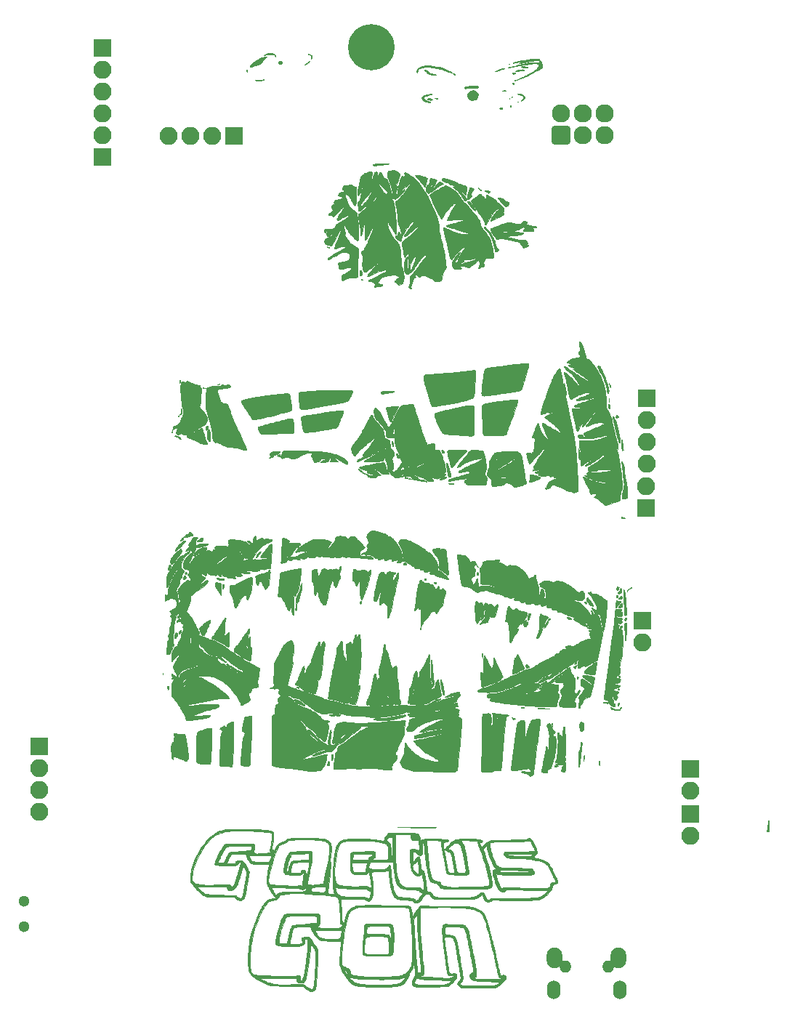
<source format=gbr>
%TF.GenerationSoftware,KiCad,Pcbnew,(6.0.10)*%
%TF.CreationDate,2023-01-31T22:12:51-06:00*%
%TF.ProjectId,CC11_Main,43433131-5f4d-4616-996e-2e6b69636164,1d*%
%TF.SameCoordinates,Original*%
%TF.FileFunction,Soldermask,Top*%
%TF.FilePolarity,Negative*%
%FSLAX46Y46*%
G04 Gerber Fmt 4.6, Leading zero omitted, Abs format (unit mm)*
G04 Created by KiCad (PCBNEW (6.0.10)) date 2023-01-31 22:12:51*
%MOMM*%
%LPD*%
G01*
G04 APERTURE LIST*
G04 Aperture macros list*
%AMRoundRect*
0 Rectangle with rounded corners*
0 $1 Rounding radius*
0 $2 $3 $4 $5 $6 $7 $8 $9 X,Y pos of 4 corners*
0 Add a 4 corners polygon primitive as box body*
4,1,4,$2,$3,$4,$5,$6,$7,$8,$9,$2,$3,0*
0 Add four circle primitives for the rounded corners*
1,1,$1+$1,$2,$3*
1,1,$1+$1,$4,$5*
1,1,$1+$1,$6,$7*
1,1,$1+$1,$8,$9*
0 Add four rect primitives between the rounded corners*
20,1,$1+$1,$2,$3,$4,$5,0*
20,1,$1+$1,$4,$5,$6,$7,0*
20,1,$1+$1,$6,$7,$8,$9,0*
20,1,$1+$1,$8,$9,$2,$3,0*%
G04 Aperture macros list end*
%ADD10C,0.000000*%
%ADD11C,0.010000*%
%ADD12C,5.400000*%
%ADD13O,2.127200X2.127200*%
%ADD14RoundRect,0.200000X-0.863600X0.863600X-0.863600X-0.863600X0.863600X-0.863600X0.863600X0.863600X0*%
%ADD15C,2.127200*%
%ADD16C,1.300000*%
%ADD17RoundRect,0.200000X0.850000X0.850000X-0.850000X0.850000X-0.850000X-0.850000X0.850000X-0.850000X0*%
%ADD18O,2.100000X2.100000*%
%ADD19RoundRect,0.200000X-0.850000X-0.850000X0.850000X-0.850000X0.850000X0.850000X-0.850000X0.850000X0*%
%ADD20RoundRect,0.200000X0.850000X-0.850000X0.850000X0.850000X-0.850000X0.850000X-0.850000X-0.850000X0*%
%ADD21O,1.400000X1.400000*%
%ADD22O,1.850000X2.400000*%
%ADD23O,1.550000X2.200000*%
G04 APERTURE END LIST*
D10*
G36*
X161980000Y-39198274D02*
G01*
X162150000Y-39358274D01*
X162300000Y-39618274D01*
X162260000Y-39908274D01*
X162150000Y-40088274D01*
X162000000Y-40238274D01*
X161830000Y-40310000D01*
X161580000Y-40370000D01*
X161310000Y-40300000D01*
X161060000Y-40050000D01*
X161020000Y-39820000D01*
X161020000Y-39630000D01*
X161080000Y-39440000D01*
X161160000Y-39348274D01*
X161280000Y-39268274D01*
X161410000Y-39168274D01*
X161690000Y-39118274D01*
X161980000Y-39198274D01*
G37*
%TO.C,G\u002A\u002A\u002A*%
G36*
X177953289Y-77098347D02*
G01*
X177960028Y-77102236D01*
X177982611Y-77117190D01*
X178003618Y-77136620D01*
X178025767Y-77165401D01*
X178051779Y-77208410D01*
X178084373Y-77270522D01*
X178126268Y-77356612D01*
X178180184Y-77471557D01*
X178248324Y-77619110D01*
X178300979Y-77735357D01*
X178338495Y-77824962D01*
X178364337Y-77899309D01*
X178381970Y-77969783D01*
X178394859Y-78047769D01*
X178405443Y-78135377D01*
X178431335Y-78303390D01*
X178471423Y-78484242D01*
X178507073Y-78611627D01*
X178573120Y-78830688D01*
X178625811Y-79020069D01*
X178667087Y-79189563D01*
X178698890Y-79348962D01*
X178723161Y-79508059D01*
X178741842Y-79676647D01*
X178756874Y-79864519D01*
X178757613Y-79875302D01*
X178763584Y-80012428D01*
X178759963Y-80108570D01*
X178746637Y-80164001D01*
X178723495Y-80178996D01*
X178690423Y-80153828D01*
X178660704Y-80111485D01*
X178636455Y-80061703D01*
X178605639Y-79983698D01*
X178573018Y-79890038D01*
X178554401Y-79831026D01*
X178524923Y-79733885D01*
X178487071Y-79609751D01*
X178444958Y-79472080D01*
X178402696Y-79334328D01*
X178386202Y-79280693D01*
X178338633Y-79124940D01*
X178300526Y-78995962D01*
X178269550Y-78883844D01*
X178243373Y-78778670D01*
X178219666Y-78670525D01*
X178196097Y-78549493D01*
X178170334Y-78405659D01*
X178142803Y-78245320D01*
X178113815Y-78082599D01*
X178079923Y-77904824D01*
X178044111Y-77726889D01*
X178009362Y-77563687D01*
X177983764Y-77451345D01*
X177956129Y-77334273D01*
X177932288Y-77231702D01*
X177913841Y-77150639D01*
X177902387Y-77098097D01*
X177899334Y-77081288D01*
X177914971Y-77080565D01*
X177953289Y-77098347D01*
G37*
D11*
X177953289Y-77098347D02*
X177960028Y-77102236D01*
X177982611Y-77117190D01*
X178003618Y-77136620D01*
X178025767Y-77165401D01*
X178051779Y-77208410D01*
X178084373Y-77270522D01*
X178126268Y-77356612D01*
X178180184Y-77471557D01*
X178248324Y-77619110D01*
X178300979Y-77735357D01*
X178338495Y-77824962D01*
X178364337Y-77899309D01*
X178381970Y-77969783D01*
X178394859Y-78047769D01*
X178405443Y-78135377D01*
X178431335Y-78303390D01*
X178471423Y-78484242D01*
X178507073Y-78611627D01*
X178573120Y-78830688D01*
X178625811Y-79020069D01*
X178667087Y-79189563D01*
X178698890Y-79348962D01*
X178723161Y-79508059D01*
X178741842Y-79676647D01*
X178756874Y-79864519D01*
X178757613Y-79875302D01*
X178763584Y-80012428D01*
X178759963Y-80108570D01*
X178746637Y-80164001D01*
X178723495Y-80178996D01*
X178690423Y-80153828D01*
X178660704Y-80111485D01*
X178636455Y-80061703D01*
X178605639Y-79983698D01*
X178573018Y-79890038D01*
X178554401Y-79831026D01*
X178524923Y-79733885D01*
X178487071Y-79609751D01*
X178444958Y-79472080D01*
X178402696Y-79334328D01*
X178386202Y-79280693D01*
X178338633Y-79124940D01*
X178300526Y-78995962D01*
X178269550Y-78883844D01*
X178243373Y-78778670D01*
X178219666Y-78670525D01*
X178196097Y-78549493D01*
X178170334Y-78405659D01*
X178142803Y-78245320D01*
X178113815Y-78082599D01*
X178079923Y-77904824D01*
X178044111Y-77726889D01*
X178009362Y-77563687D01*
X177983764Y-77451345D01*
X177956129Y-77334273D01*
X177932288Y-77231702D01*
X177913841Y-77150639D01*
X177902387Y-77098097D01*
X177899334Y-77081288D01*
X177914971Y-77080565D01*
X177953289Y-77098347D01*
G36*
X167476114Y-110980754D02*
G01*
X167545220Y-110987483D01*
X167587278Y-110996940D01*
X167591167Y-110998943D01*
X167602303Y-111012618D01*
X167577418Y-111018860D01*
X167546496Y-111019785D01*
X167474400Y-111023084D01*
X167392869Y-111030831D01*
X167376342Y-111032957D01*
X167309434Y-111037291D01*
X167269394Y-111025545D01*
X167254380Y-111011790D01*
X167244151Y-110994846D01*
X167252748Y-110984705D01*
X167287055Y-110979691D01*
X167353952Y-110978130D01*
X167392784Y-110978100D01*
X167476114Y-110980754D01*
G37*
X167476114Y-110980754D02*
X167545220Y-110987483D01*
X167587278Y-110996940D01*
X167591167Y-110998943D01*
X167602303Y-111012618D01*
X167577418Y-111018860D01*
X167546496Y-111019785D01*
X167474400Y-111023084D01*
X167392869Y-111030831D01*
X167376342Y-111032957D01*
X167309434Y-111037291D01*
X167269394Y-111025545D01*
X167254380Y-111011790D01*
X167244151Y-110994846D01*
X167252748Y-110984705D01*
X167287055Y-110979691D01*
X167353952Y-110978130D01*
X167392784Y-110978100D01*
X167476114Y-110980754D01*
G36*
X156564121Y-40006069D02*
G01*
X156632758Y-40033591D01*
X156713843Y-40069541D01*
X156738766Y-40081226D01*
X156817649Y-40119429D01*
X156863915Y-40145258D01*
X156883397Y-40164049D01*
X156881930Y-40181133D01*
X156867777Y-40199176D01*
X156839009Y-40221077D01*
X156795272Y-40233142D01*
X156725521Y-40237666D01*
X156681762Y-40237847D01*
X156591324Y-40232894D01*
X156504678Y-40220905D01*
X156446917Y-40206416D01*
X156393791Y-40187614D01*
X156361108Y-40176685D01*
X156356959Y-40175595D01*
X156352931Y-40157198D01*
X156351667Y-40123896D01*
X156370361Y-40068630D01*
X156416795Y-40021455D01*
X156476494Y-39993650D01*
X156520666Y-39992172D01*
X156564121Y-40006069D01*
G37*
X156564121Y-40006069D02*
X156632758Y-40033591D01*
X156713843Y-40069541D01*
X156738766Y-40081226D01*
X156817649Y-40119429D01*
X156863915Y-40145258D01*
X156883397Y-40164049D01*
X156881930Y-40181133D01*
X156867777Y-40199176D01*
X156839009Y-40221077D01*
X156795272Y-40233142D01*
X156725521Y-40237666D01*
X156681762Y-40237847D01*
X156591324Y-40232894D01*
X156504678Y-40220905D01*
X156446917Y-40206416D01*
X156393791Y-40187614D01*
X156361108Y-40176685D01*
X156356959Y-40175595D01*
X156352931Y-40157198D01*
X156351667Y-40123896D01*
X156370361Y-40068630D01*
X156416795Y-40021455D01*
X156476494Y-39993650D01*
X156520666Y-39992172D01*
X156564121Y-40006069D01*
G36*
X138208821Y-34796924D02*
G01*
X138368767Y-34820837D01*
X138492011Y-34861268D01*
X138579978Y-34918920D01*
X138634088Y-34994501D01*
X138655764Y-35088715D01*
X138656334Y-35109018D01*
X138642606Y-35148709D01*
X138611034Y-35159049D01*
X138585778Y-35144665D01*
X138573351Y-35113281D01*
X138571667Y-35094635D01*
X138551586Y-35037150D01*
X138495036Y-34987200D01*
X138407559Y-34947095D01*
X138294697Y-34919145D01*
X138161990Y-34905659D01*
X138116266Y-34904776D01*
X138050783Y-34908472D01*
X137953112Y-34918658D01*
X137832666Y-34933984D01*
X137698857Y-34953099D01*
X137561098Y-34974653D01*
X137428802Y-34997294D01*
X137311382Y-35019673D01*
X137301667Y-35021669D01*
X137279537Y-35021589D01*
X137289089Y-35007226D01*
X137323712Y-34982338D01*
X137376793Y-34950687D01*
X137441718Y-34916029D01*
X137511876Y-34882126D01*
X137580653Y-34852736D01*
X137629751Y-34835153D01*
X137717486Y-34811309D01*
X137806000Y-34796877D01*
X137910203Y-34790044D01*
X138010751Y-34788822D01*
X138208821Y-34796924D01*
G37*
X138208821Y-34796924D02*
X138368767Y-34820837D01*
X138492011Y-34861268D01*
X138579978Y-34918920D01*
X138634088Y-34994501D01*
X138655764Y-35088715D01*
X138656334Y-35109018D01*
X138642606Y-35148709D01*
X138611034Y-35159049D01*
X138585778Y-35144665D01*
X138573351Y-35113281D01*
X138571667Y-35094635D01*
X138551586Y-35037150D01*
X138495036Y-34987200D01*
X138407559Y-34947095D01*
X138294697Y-34919145D01*
X138161990Y-34905659D01*
X138116266Y-34904776D01*
X138050783Y-34908472D01*
X137953112Y-34918658D01*
X137832666Y-34933984D01*
X137698857Y-34953099D01*
X137561098Y-34974653D01*
X137428802Y-34997294D01*
X137311382Y-35019673D01*
X137301667Y-35021669D01*
X137279537Y-35021589D01*
X137289089Y-35007226D01*
X137323712Y-34982338D01*
X137376793Y-34950687D01*
X137441718Y-34916029D01*
X137511876Y-34882126D01*
X137580653Y-34852736D01*
X137629751Y-34835153D01*
X137717486Y-34811309D01*
X137806000Y-34796877D01*
X137910203Y-34790044D01*
X138010751Y-34788822D01*
X138208821Y-34796924D01*
G36*
X130268032Y-91896559D02*
G01*
X130399577Y-91901660D01*
X130521192Y-91910757D01*
X130625233Y-91923650D01*
X130704059Y-91940139D01*
X130750028Y-91960021D01*
X130755055Y-91964934D01*
X130770063Y-92009273D01*
X130743239Y-92051378D01*
X130675051Y-92090775D01*
X130607362Y-92115142D01*
X130517871Y-92141390D01*
X130405960Y-92172161D01*
X130278733Y-92205712D01*
X130143296Y-92240304D01*
X130006754Y-92274195D01*
X129876212Y-92305646D01*
X129758774Y-92332916D01*
X129661546Y-92354264D01*
X129591633Y-92367949D01*
X129557745Y-92372276D01*
X129497121Y-92358516D01*
X129471733Y-92333180D01*
X129461451Y-92272550D01*
X129480880Y-92197705D01*
X129524248Y-92117515D01*
X129585783Y-92040854D01*
X129659712Y-91976594D01*
X129728809Y-91938011D01*
X129795379Y-91920124D01*
X129890229Y-91907236D01*
X130005715Y-91899147D01*
X130134197Y-91895654D01*
X130268032Y-91896559D01*
G37*
X130268032Y-91896559D02*
X130399577Y-91901660D01*
X130521192Y-91910757D01*
X130625233Y-91923650D01*
X130704059Y-91940139D01*
X130750028Y-91960021D01*
X130755055Y-91964934D01*
X130770063Y-92009273D01*
X130743239Y-92051378D01*
X130675051Y-92090775D01*
X130607362Y-92115142D01*
X130517871Y-92141390D01*
X130405960Y-92172161D01*
X130278733Y-92205712D01*
X130143296Y-92240304D01*
X130006754Y-92274195D01*
X129876212Y-92305646D01*
X129758774Y-92332916D01*
X129661546Y-92354264D01*
X129591633Y-92367949D01*
X129557745Y-92372276D01*
X129497121Y-92358516D01*
X129471733Y-92333180D01*
X129461451Y-92272550D01*
X129480880Y-92197705D01*
X129524248Y-92117515D01*
X129585783Y-92040854D01*
X129659712Y-91976594D01*
X129728809Y-91938011D01*
X129795379Y-91920124D01*
X129890229Y-91907236D01*
X130005715Y-91899147D01*
X130134197Y-91895654D01*
X130268032Y-91896559D01*
G36*
X130499779Y-92350936D02*
G01*
X130553042Y-92384437D01*
X130596235Y-92445282D01*
X130601990Y-92456117D01*
X130621521Y-92504315D01*
X130623369Y-92546115D01*
X130603791Y-92584684D01*
X130559046Y-92623194D01*
X130485392Y-92664812D01*
X130379086Y-92712707D01*
X130236385Y-92770049D01*
X130226956Y-92773715D01*
X130046110Y-92850380D01*
X129856112Y-92942178D01*
X129672284Y-93041175D01*
X129509947Y-93139434D01*
X129471951Y-93164698D01*
X129371055Y-93231748D01*
X129283800Y-93286553D01*
X129216414Y-93325398D01*
X129175123Y-93344567D01*
X129168181Y-93345943D01*
X129147281Y-93335011D01*
X129121358Y-93317255D01*
X129099727Y-93298317D01*
X129092678Y-93275593D01*
X129099956Y-93236584D01*
X129118490Y-93177385D01*
X129181552Y-93033302D01*
X129274496Y-92900173D01*
X129401128Y-92773688D01*
X129565252Y-92649539D01*
X129611415Y-92619115D01*
X129792244Y-92514570D01*
X129971455Y-92437429D01*
X130164531Y-92381878D01*
X130324447Y-92351409D01*
X130426798Y-92341140D01*
X130499779Y-92350936D01*
G37*
X130499779Y-92350936D02*
X130553042Y-92384437D01*
X130596235Y-92445282D01*
X130601990Y-92456117D01*
X130621521Y-92504315D01*
X130623369Y-92546115D01*
X130603791Y-92584684D01*
X130559046Y-92623194D01*
X130485392Y-92664812D01*
X130379086Y-92712707D01*
X130236385Y-92770049D01*
X130226956Y-92773715D01*
X130046110Y-92850380D01*
X129856112Y-92942178D01*
X129672284Y-93041175D01*
X129509947Y-93139434D01*
X129471951Y-93164698D01*
X129371055Y-93231748D01*
X129283800Y-93286553D01*
X129216414Y-93325398D01*
X129175123Y-93344567D01*
X129168181Y-93345943D01*
X129147281Y-93335011D01*
X129121358Y-93317255D01*
X129099727Y-93298317D01*
X129092678Y-93275593D01*
X129099956Y-93236584D01*
X129118490Y-93177385D01*
X129181552Y-93033302D01*
X129274496Y-92900173D01*
X129401128Y-92773688D01*
X129565252Y-92649539D01*
X129611415Y-92619115D01*
X129792244Y-92514570D01*
X129971455Y-92437429D01*
X130164531Y-92381878D01*
X130324447Y-92351409D01*
X130426798Y-92341140D01*
X130499779Y-92350936D01*
G36*
X164714387Y-51619846D02*
G01*
X164779162Y-51624606D01*
X164841551Y-51636756D01*
X164907885Y-51659185D01*
X164984494Y-51694783D01*
X165077707Y-51746440D01*
X165193857Y-51817046D01*
X165315751Y-51894378D01*
X165413109Y-51955370D01*
X165507144Y-52011695D01*
X165587275Y-52057172D01*
X165642922Y-52085621D01*
X165643834Y-52086027D01*
X165710222Y-52121370D01*
X165765791Y-52160849D01*
X165780936Y-52175394D01*
X165812037Y-52236011D01*
X165822337Y-52312232D01*
X165811005Y-52384782D01*
X165791519Y-52420997D01*
X165748507Y-52465765D01*
X165688752Y-52518919D01*
X165621997Y-52572888D01*
X165557985Y-52620101D01*
X165506458Y-52652987D01*
X165478693Y-52664081D01*
X165455231Y-52649526D01*
X165406582Y-52608160D01*
X165336781Y-52543804D01*
X165249858Y-52460280D01*
X165149846Y-52361410D01*
X165040779Y-52251016D01*
X165015298Y-52224873D01*
X164904482Y-52110158D01*
X164802492Y-52003194D01*
X164713345Y-51908301D01*
X164641054Y-51829801D01*
X164589637Y-51772014D01*
X164563107Y-51739262D01*
X164561192Y-51736190D01*
X164543348Y-51681567D01*
X164560455Y-51644756D01*
X164614136Y-51624522D01*
X164706018Y-51619632D01*
X164714387Y-51619846D01*
G37*
X164714387Y-51619846D02*
X164779162Y-51624606D01*
X164841551Y-51636756D01*
X164907885Y-51659185D01*
X164984494Y-51694783D01*
X165077707Y-51746440D01*
X165193857Y-51817046D01*
X165315751Y-51894378D01*
X165413109Y-51955370D01*
X165507144Y-52011695D01*
X165587275Y-52057172D01*
X165642922Y-52085621D01*
X165643834Y-52086027D01*
X165710222Y-52121370D01*
X165765791Y-52160849D01*
X165780936Y-52175394D01*
X165812037Y-52236011D01*
X165822337Y-52312232D01*
X165811005Y-52384782D01*
X165791519Y-52420997D01*
X165748507Y-52465765D01*
X165688752Y-52518919D01*
X165621997Y-52572888D01*
X165557985Y-52620101D01*
X165506458Y-52652987D01*
X165478693Y-52664081D01*
X165455231Y-52649526D01*
X165406582Y-52608160D01*
X165336781Y-52543804D01*
X165249858Y-52460280D01*
X165149846Y-52361410D01*
X165040779Y-52251016D01*
X165015298Y-52224873D01*
X164904482Y-52110158D01*
X164802492Y-52003194D01*
X164713345Y-51908301D01*
X164641054Y-51829801D01*
X164589637Y-51772014D01*
X164563107Y-51739262D01*
X164561192Y-51736190D01*
X164543348Y-51681567D01*
X164560455Y-51644756D01*
X164614136Y-51624522D01*
X164706018Y-51619632D01*
X164714387Y-51619846D01*
G36*
X170861563Y-112875027D02*
G01*
X170879554Y-112920727D01*
X170881280Y-112930401D01*
X170891199Y-112990224D01*
X170904702Y-113070309D01*
X170913933Y-113124485D01*
X170923918Y-113196679D01*
X170926185Y-113245923D01*
X170921201Y-113266505D01*
X170909438Y-113252715D01*
X170904407Y-113240347D01*
X170882128Y-113177773D01*
X170856192Y-113101379D01*
X170830176Y-113022207D01*
X170807661Y-112951300D01*
X170792223Y-112899702D01*
X170787334Y-112879069D01*
X170805052Y-112864766D01*
X170828708Y-112861610D01*
X170861563Y-112875027D01*
G37*
X170861563Y-112875027D02*
X170879554Y-112920727D01*
X170881280Y-112930401D01*
X170891199Y-112990224D01*
X170904702Y-113070309D01*
X170913933Y-113124485D01*
X170923918Y-113196679D01*
X170926185Y-113245923D01*
X170921201Y-113266505D01*
X170909438Y-113252715D01*
X170904407Y-113240347D01*
X170882128Y-113177773D01*
X170856192Y-113101379D01*
X170830176Y-113022207D01*
X170807661Y-112951300D01*
X170792223Y-112899702D01*
X170787334Y-112879069D01*
X170805052Y-112864766D01*
X170828708Y-112861610D01*
X170861563Y-112875027D01*
G36*
X170502548Y-112849861D02*
G01*
X170510824Y-112851363D01*
X170583132Y-112869407D01*
X170634474Y-112897539D01*
X170677650Y-112945752D01*
X170720315Y-113014943D01*
X170755541Y-113081312D01*
X170786201Y-113150490D01*
X170813615Y-113227887D01*
X170839101Y-113318912D01*
X170863979Y-113428976D01*
X170889568Y-113563487D01*
X170917188Y-113727855D01*
X170948158Y-113927490D01*
X170956630Y-113983892D01*
X170979997Y-114138531D01*
X171001733Y-114279180D01*
X171020975Y-114400499D01*
X171036857Y-114497146D01*
X171048515Y-114563777D01*
X171055086Y-114595052D01*
X171055769Y-114596663D01*
X171073214Y-114591555D01*
X171097117Y-114549504D01*
X171125215Y-114474991D01*
X171138262Y-114433286D01*
X171158943Y-114370207D01*
X171176098Y-114340638D01*
X171195935Y-114336890D01*
X171210866Y-114343382D01*
X171230691Y-114360052D01*
X171246745Y-114389340D01*
X171259383Y-114435214D01*
X171268958Y-114501641D01*
X171275825Y-114592588D01*
X171280339Y-114712022D01*
X171282854Y-114863910D01*
X171283724Y-115052220D01*
X171283659Y-115158193D01*
X171282325Y-115374463D01*
X171278987Y-115555472D01*
X171273334Y-115708259D01*
X171265055Y-115839864D01*
X171253838Y-115957325D01*
X171245286Y-116026026D01*
X171215496Y-116223199D01*
X171180880Y-116414003D01*
X171143211Y-116590447D01*
X171104266Y-116744538D01*
X171065818Y-116868284D01*
X171047864Y-116915026D01*
X171019425Y-116995168D01*
X170989782Y-117098967D01*
X170963966Y-117208206D01*
X170956452Y-117246025D01*
X170934823Y-117347680D01*
X170909379Y-117445785D01*
X170884373Y-117524579D01*
X170874845Y-117548527D01*
X170847879Y-117617921D01*
X170816998Y-117709985D01*
X170788344Y-117806270D01*
X170785075Y-117818236D01*
X170740736Y-117949445D01*
X170683875Y-118048092D01*
X170606771Y-118123673D01*
X170501706Y-118185686D01*
X170477120Y-118197089D01*
X170388313Y-118243324D01*
X170333042Y-118292053D01*
X170303321Y-118354000D01*
X170291161Y-118439893D01*
X170290748Y-118447332D01*
X170287039Y-118511893D01*
X170283595Y-118560268D01*
X170282523Y-118571318D01*
X170260794Y-118585334D01*
X170204817Y-118593228D01*
X170122223Y-118595044D01*
X170020648Y-118590828D01*
X169907722Y-118580625D01*
X169816923Y-118568577D01*
X169729264Y-118552591D01*
X169669376Y-118531478D01*
X169634247Y-118498587D01*
X169620865Y-118447262D01*
X169626219Y-118370850D01*
X169647296Y-118262696D01*
X169657678Y-118216776D01*
X169676993Y-118125934D01*
X169700703Y-118003861D01*
X169726865Y-117861180D01*
X169753536Y-117708518D01*
X169778774Y-117556499D01*
X169781511Y-117539443D01*
X169814264Y-117337569D01*
X169842723Y-117169733D01*
X169868448Y-117028049D01*
X169893003Y-116904627D01*
X169917949Y-116791580D01*
X169944848Y-116681021D01*
X169972223Y-116576360D01*
X169992685Y-116491424D01*
X170017214Y-116375957D01*
X170043574Y-116241289D01*
X170069528Y-116098749D01*
X170087834Y-115990730D01*
X170112573Y-115840319D01*
X170132032Y-115726608D01*
X170147543Y-115644483D01*
X170160435Y-115588831D01*
X170172039Y-115554537D01*
X170183684Y-115536488D01*
X170196702Y-115529570D01*
X170208039Y-115528610D01*
X170240291Y-115548612D01*
X170263819Y-115605176D01*
X170277026Y-115693131D01*
X170279334Y-115759540D01*
X170282918Y-115837237D01*
X170296136Y-115886575D01*
X170322691Y-115921112D01*
X170323686Y-115922020D01*
X170357191Y-115948683D01*
X170379498Y-115945097D01*
X170405018Y-115916491D01*
X170417555Y-115895964D01*
X170427439Y-115865348D01*
X170435224Y-115819042D01*
X170441463Y-115751448D01*
X170446710Y-115656966D01*
X170451518Y-115529998D01*
X170455210Y-115408675D01*
X170461068Y-115244377D01*
X170469345Y-115067814D01*
X170479262Y-114892753D01*
X170490041Y-114732962D01*
X170500536Y-114606113D01*
X170512557Y-114472266D01*
X170519710Y-114370782D01*
X170522011Y-114291974D01*
X170519472Y-114226152D01*
X170512106Y-114163629D01*
X170501242Y-114101543D01*
X170485847Y-114010952D01*
X170474648Y-113925746D01*
X170469872Y-113863125D01*
X170469834Y-113859028D01*
X170456637Y-113738237D01*
X170419109Y-113595640D01*
X170360345Y-113441680D01*
X170321623Y-113358993D01*
X170270826Y-113249754D01*
X170243839Y-113166202D01*
X170241006Y-113098790D01*
X170262672Y-113037972D01*
X170309180Y-112974200D01*
X170336589Y-112943828D01*
X170391246Y-112887543D01*
X170429524Y-112857153D01*
X170462825Y-112846609D01*
X170502548Y-112849861D01*
G37*
X170502548Y-112849861D02*
X170510824Y-112851363D01*
X170583132Y-112869407D01*
X170634474Y-112897539D01*
X170677650Y-112945752D01*
X170720315Y-113014943D01*
X170755541Y-113081312D01*
X170786201Y-113150490D01*
X170813615Y-113227887D01*
X170839101Y-113318912D01*
X170863979Y-113428976D01*
X170889568Y-113563487D01*
X170917188Y-113727855D01*
X170948158Y-113927490D01*
X170956630Y-113983892D01*
X170979997Y-114138531D01*
X171001733Y-114279180D01*
X171020975Y-114400499D01*
X171036857Y-114497146D01*
X171048515Y-114563777D01*
X171055086Y-114595052D01*
X171055769Y-114596663D01*
X171073214Y-114591555D01*
X171097117Y-114549504D01*
X171125215Y-114474991D01*
X171138262Y-114433286D01*
X171158943Y-114370207D01*
X171176098Y-114340638D01*
X171195935Y-114336890D01*
X171210866Y-114343382D01*
X171230691Y-114360052D01*
X171246745Y-114389340D01*
X171259383Y-114435214D01*
X171268958Y-114501641D01*
X171275825Y-114592588D01*
X171280339Y-114712022D01*
X171282854Y-114863910D01*
X171283724Y-115052220D01*
X171283659Y-115158193D01*
X171282325Y-115374463D01*
X171278987Y-115555472D01*
X171273334Y-115708259D01*
X171265055Y-115839864D01*
X171253838Y-115957325D01*
X171245286Y-116026026D01*
X171215496Y-116223199D01*
X171180880Y-116414003D01*
X171143211Y-116590447D01*
X171104266Y-116744538D01*
X171065818Y-116868284D01*
X171047864Y-116915026D01*
X171019425Y-116995168D01*
X170989782Y-117098967D01*
X170963966Y-117208206D01*
X170956452Y-117246025D01*
X170934823Y-117347680D01*
X170909379Y-117445785D01*
X170884373Y-117524579D01*
X170874845Y-117548527D01*
X170847879Y-117617921D01*
X170816998Y-117709985D01*
X170788344Y-117806270D01*
X170785075Y-117818236D01*
X170740736Y-117949445D01*
X170683875Y-118048092D01*
X170606771Y-118123673D01*
X170501706Y-118185686D01*
X170477120Y-118197089D01*
X170388313Y-118243324D01*
X170333042Y-118292053D01*
X170303321Y-118354000D01*
X170291161Y-118439893D01*
X170290748Y-118447332D01*
X170287039Y-118511893D01*
X170283595Y-118560268D01*
X170282523Y-118571318D01*
X170260794Y-118585334D01*
X170204817Y-118593228D01*
X170122223Y-118595044D01*
X170020648Y-118590828D01*
X169907722Y-118580625D01*
X169816923Y-118568577D01*
X169729264Y-118552591D01*
X169669376Y-118531478D01*
X169634247Y-118498587D01*
X169620865Y-118447262D01*
X169626219Y-118370850D01*
X169647296Y-118262696D01*
X169657678Y-118216776D01*
X169676993Y-118125934D01*
X169700703Y-118003861D01*
X169726865Y-117861180D01*
X169753536Y-117708518D01*
X169778774Y-117556499D01*
X169781511Y-117539443D01*
X169814264Y-117337569D01*
X169842723Y-117169733D01*
X169868448Y-117028049D01*
X169893003Y-116904627D01*
X169917949Y-116791580D01*
X169944848Y-116681021D01*
X169972223Y-116576360D01*
X169992685Y-116491424D01*
X170017214Y-116375957D01*
X170043574Y-116241289D01*
X170069528Y-116098749D01*
X170087834Y-115990730D01*
X170112573Y-115840319D01*
X170132032Y-115726608D01*
X170147543Y-115644483D01*
X170160435Y-115588831D01*
X170172039Y-115554537D01*
X170183684Y-115536488D01*
X170196702Y-115529570D01*
X170208039Y-115528610D01*
X170240291Y-115548612D01*
X170263819Y-115605176D01*
X170277026Y-115693131D01*
X170279334Y-115759540D01*
X170282918Y-115837237D01*
X170296136Y-115886575D01*
X170322691Y-115921112D01*
X170323686Y-115922020D01*
X170357191Y-115948683D01*
X170379498Y-115945097D01*
X170405018Y-115916491D01*
X170417555Y-115895964D01*
X170427439Y-115865348D01*
X170435224Y-115819042D01*
X170441463Y-115751448D01*
X170446710Y-115656966D01*
X170451518Y-115529998D01*
X170455210Y-115408675D01*
X170461068Y-115244377D01*
X170469345Y-115067814D01*
X170479262Y-114892753D01*
X170490041Y-114732962D01*
X170500536Y-114606113D01*
X170512557Y-114472266D01*
X170519710Y-114370782D01*
X170522011Y-114291974D01*
X170519472Y-114226152D01*
X170512106Y-114163629D01*
X170501242Y-114101543D01*
X170485847Y-114010952D01*
X170474648Y-113925746D01*
X170469872Y-113863125D01*
X170469834Y-113859028D01*
X170456637Y-113738237D01*
X170419109Y-113595640D01*
X170360345Y-113441680D01*
X170321623Y-113358993D01*
X170270826Y-113249754D01*
X170243839Y-113166202D01*
X170241006Y-113098790D01*
X170262672Y-113037972D01*
X170309180Y-112974200D01*
X170336589Y-112943828D01*
X170391246Y-112887543D01*
X170429524Y-112857153D01*
X170462825Y-112846609D01*
X170502548Y-112849861D01*
G36*
X159169213Y-59445605D02*
G01*
X159174811Y-59378207D01*
X159992334Y-59378207D01*
X160006278Y-59379324D01*
X160049266Y-59371735D01*
X160123032Y-59355002D01*
X160229309Y-59328687D01*
X160369832Y-59292354D01*
X160546335Y-59245564D01*
X160760552Y-59187881D01*
X160939674Y-59139205D01*
X161076277Y-59101075D01*
X161212586Y-59061434D01*
X161337867Y-59023518D01*
X161441387Y-58990559D01*
X161500591Y-58970203D01*
X161614623Y-58922852D01*
X161719935Y-58868603D01*
X161809266Y-58812205D01*
X161875352Y-58758407D01*
X161910931Y-58711958D01*
X161914681Y-58699463D01*
X161916390Y-58669573D01*
X161904515Y-58657268D01*
X161870854Y-58661723D01*
X161807204Y-58682110D01*
X161792636Y-58687162D01*
X161703149Y-58714548D01*
X161597718Y-58739264D01*
X161470762Y-58762234D01*
X161316700Y-58784384D01*
X161129949Y-58806639D01*
X160971671Y-58823293D01*
X160839942Y-58837009D01*
X160721419Y-58850168D01*
X160623000Y-58861936D01*
X160551584Y-58871481D01*
X160514068Y-58877973D01*
X160511296Y-58878810D01*
X160483647Y-58899282D01*
X160485986Y-58933616D01*
X160512742Y-58981673D01*
X160533044Y-59025048D01*
X160533601Y-59053488D01*
X160509509Y-59069450D01*
X160454874Y-59095856D01*
X160378863Y-59128470D01*
X160323365Y-59150595D01*
X160192654Y-59207660D01*
X160098067Y-59263168D01*
X160059089Y-59296001D01*
X160019002Y-59340049D01*
X159995189Y-59371411D01*
X159992334Y-59378207D01*
X159174811Y-59378207D01*
X159178221Y-59337169D01*
X159199831Y-59226138D01*
X159214277Y-59168970D01*
X159232158Y-59114428D01*
X159256246Y-59057870D01*
X159289314Y-58994659D01*
X159334136Y-58920154D01*
X159393484Y-58829717D01*
X159470130Y-58718708D01*
X159566848Y-58582487D01*
X159671141Y-58437554D01*
X159776017Y-58293290D01*
X159860133Y-58180279D01*
X159926722Y-58094896D01*
X159979019Y-58033518D01*
X160020258Y-57992521D01*
X160053673Y-57968282D01*
X160082499Y-57957176D01*
X160101592Y-57955276D01*
X160122326Y-57958625D01*
X160127268Y-57975564D01*
X160116829Y-58016434D01*
X160105382Y-58050802D01*
X160083282Y-58101717D01*
X160043507Y-58179955D01*
X159990712Y-58276873D01*
X159929548Y-58383830D01*
X159891701Y-58447677D01*
X159788420Y-58624035D01*
X159702486Y-58780190D01*
X159635275Y-58913247D01*
X159588167Y-59020310D01*
X159562540Y-59098482D01*
X159559770Y-59144870D01*
X159559836Y-59145081D01*
X159576761Y-59173352D01*
X159611140Y-59180127D01*
X159646234Y-59175949D01*
X159688909Y-59163768D01*
X159754264Y-59139063D01*
X159833978Y-59105680D01*
X159919737Y-59067468D01*
X160003220Y-59028275D01*
X160076111Y-58991947D01*
X160130091Y-58962333D01*
X160156844Y-58943280D01*
X160157879Y-58939266D01*
X160133205Y-58937505D01*
X160080127Y-58943663D01*
X160028737Y-58952806D01*
X159939179Y-58966521D01*
X159882773Y-58962788D01*
X159853212Y-58939497D01*
X159844193Y-58894539D01*
X159844167Y-58891074D01*
X159855496Y-58847028D01*
X159887447Y-58773122D01*
X159936970Y-58674591D01*
X160001014Y-58556669D01*
X160076527Y-58424591D01*
X160160458Y-58283592D01*
X160249756Y-58138906D01*
X160341369Y-57995767D01*
X160432248Y-57859412D01*
X160512188Y-57745005D01*
X160572166Y-57658768D01*
X160625349Y-57577380D01*
X160665038Y-57511371D01*
X160682089Y-57477891D01*
X160700445Y-57430135D01*
X160698293Y-57409722D01*
X160671662Y-57405026D01*
X160657171Y-57404943D01*
X160598583Y-57417480D01*
X160517080Y-57451483D01*
X160422451Y-57501538D01*
X160324486Y-57562232D01*
X160232975Y-57628151D01*
X160191413Y-57662500D01*
X160085232Y-57762328D01*
X159959133Y-57892749D01*
X159817025Y-58049364D01*
X159662812Y-58227771D01*
X159500401Y-58423572D01*
X159358454Y-58600860D01*
X159299365Y-58673982D01*
X159247462Y-58734827D01*
X159209759Y-58775347D01*
X159196209Y-58786963D01*
X159149019Y-58792725D01*
X159098300Y-58760906D01*
X159046278Y-58695866D01*
X158995178Y-58601963D01*
X158947224Y-58483557D01*
X158904642Y-58345007D01*
X158869657Y-58190674D01*
X158858147Y-58124610D01*
X158842078Y-58029196D01*
X158822798Y-57925724D01*
X158799450Y-57810497D01*
X158771180Y-57679815D01*
X158737133Y-57529982D01*
X158696454Y-57357298D01*
X158648287Y-57158066D01*
X158591778Y-56928588D01*
X158526070Y-56665166D01*
X158459251Y-56399526D01*
X158397485Y-56154132D01*
X158345597Y-55946253D01*
X158302891Y-55772414D01*
X158268669Y-55629137D01*
X158242233Y-55512948D01*
X158222888Y-55420370D01*
X158209935Y-55347927D01*
X158202679Y-55292144D01*
X158200421Y-55249544D01*
X158202464Y-55216651D01*
X158208112Y-55189990D01*
X158213490Y-55174079D01*
X158231240Y-55136648D01*
X158255650Y-55122047D01*
X158301477Y-55124220D01*
X158325935Y-55127922D01*
X158385111Y-55143075D01*
X158468401Y-55171691D01*
X158561820Y-55208772D01*
X158605917Y-55228004D01*
X158917373Y-55365838D01*
X159196672Y-55483835D01*
X159448213Y-55583510D01*
X159676395Y-55666376D01*
X159885616Y-55733946D01*
X160080275Y-55787734D01*
X160264771Y-55829253D01*
X160442021Y-55859801D01*
X160528446Y-55869444D01*
X160634355Y-55876724D01*
X160750949Y-55881563D01*
X160869427Y-55883883D01*
X160980988Y-55883609D01*
X161076831Y-55880662D01*
X161148156Y-55874967D01*
X161186162Y-55866445D01*
X161186397Y-55866315D01*
X161203810Y-55853759D01*
X161209905Y-55840244D01*
X161202055Y-55824736D01*
X161177633Y-55806198D01*
X161134013Y-55783598D01*
X161068568Y-55755900D01*
X160978672Y-55722069D01*
X160861697Y-55681070D01*
X160715016Y-55631869D01*
X160536004Y-55573431D01*
X160322033Y-55504721D01*
X160070476Y-55424705D01*
X160044293Y-55416403D01*
X159827888Y-55348097D01*
X159617648Y-55282293D01*
X159418134Y-55220382D01*
X159233911Y-55163756D01*
X159069539Y-55113805D01*
X158929582Y-55071920D01*
X158818602Y-55039492D01*
X158741162Y-55017913D01*
X158717042Y-55011768D01*
X158630339Y-54989394D01*
X158561584Y-54968507D01*
X158519536Y-54951955D01*
X158510667Y-54944699D01*
X158526853Y-54901057D01*
X158566416Y-54852024D01*
X158615868Y-54813017D01*
X158633407Y-54804432D01*
X158668161Y-54793296D01*
X158738075Y-54772941D01*
X158837383Y-54744971D01*
X158960318Y-54710990D01*
X159101115Y-54672604D01*
X159254007Y-54631416D01*
X159283251Y-54623592D01*
X159561333Y-54549212D01*
X159801200Y-54484847D01*
X160005559Y-54429679D01*
X160177119Y-54382888D01*
X160318586Y-54343656D01*
X160432670Y-54311164D01*
X160522078Y-54284593D01*
X160589518Y-54263126D01*
X160637698Y-54245942D01*
X160669325Y-54232223D01*
X160687109Y-54221151D01*
X160693756Y-54211907D01*
X160691975Y-54203672D01*
X160687988Y-54198875D01*
X160655201Y-54186648D01*
X160586560Y-54175604D01*
X160488537Y-54166084D01*
X160367604Y-54158433D01*
X160230232Y-54152993D01*
X160082892Y-54150107D01*
X159932057Y-54150118D01*
X159812417Y-54152467D01*
X159609455Y-54160286D01*
X159435809Y-54171678D01*
X159278514Y-54188140D01*
X159124605Y-54211170D01*
X158961116Y-54242264D01*
X158873617Y-54260890D01*
X158769246Y-54280630D01*
X158699453Y-54284754D01*
X158658841Y-54271584D01*
X158642017Y-54239447D01*
X158643218Y-54189334D01*
X158656239Y-54143541D01*
X158685905Y-54066221D01*
X158729392Y-53963437D01*
X158783877Y-53841253D01*
X158846537Y-53705732D01*
X158914546Y-53562937D01*
X158985082Y-53418932D01*
X159055320Y-53279780D01*
X159122437Y-53151545D01*
X159151686Y-53097526D01*
X159251135Y-52923269D01*
X159354911Y-52754076D01*
X159455979Y-52600996D01*
X159547304Y-52475076D01*
X159551198Y-52470064D01*
X159596769Y-52393766D01*
X159609643Y-52327426D01*
X159589337Y-52277248D01*
X159567581Y-52260683D01*
X159534518Y-52251014D01*
X159496562Y-52258842D01*
X159448602Y-52287528D01*
X159385528Y-52340433D01*
X159302229Y-52420919D01*
X159262084Y-52461607D01*
X159189480Y-52532634D01*
X159118348Y-52596755D01*
X159059593Y-52644356D01*
X159038002Y-52659118D01*
X158953191Y-52723069D01*
X158853450Y-52819204D01*
X158743036Y-52941971D01*
X158626209Y-53085821D01*
X158507224Y-53245200D01*
X158390341Y-53414559D01*
X158279817Y-53588345D01*
X158179909Y-53761008D01*
X158149785Y-53817193D01*
X158086901Y-53934377D01*
X158035904Y-54017899D01*
X157992699Y-54067075D01*
X157953188Y-54081221D01*
X157913273Y-54059653D01*
X157868858Y-54001687D01*
X157815846Y-53906638D01*
X157750139Y-53773821D01*
X157737875Y-53748401D01*
X157682903Y-53636628D01*
X157612487Y-53497039D01*
X157531447Y-53338988D01*
X157444607Y-53171827D01*
X157356786Y-53004907D01*
X157288609Y-52876980D01*
X157143130Y-52599072D01*
X157017746Y-52343808D01*
X156907383Y-52099795D01*
X156806968Y-51855638D01*
X156711428Y-51599942D01*
X156678719Y-51507102D01*
X156596791Y-51271345D01*
X156668247Y-51210769D01*
X156695422Y-51187858D01*
X156721009Y-51167111D01*
X156748675Y-51146267D01*
X156782091Y-51123064D01*
X156824924Y-51095242D01*
X156880844Y-51060539D01*
X156953518Y-51016694D01*
X157046615Y-50961446D01*
X157163804Y-50892534D01*
X157308753Y-50807696D01*
X157485131Y-50704671D01*
X157564842Y-50658132D01*
X157757774Y-50545868D01*
X157917954Y-50453610D01*
X158048883Y-50379510D01*
X158154064Y-50321720D01*
X158237000Y-50278391D01*
X158301193Y-50247675D01*
X158350146Y-50227724D01*
X158387362Y-50216689D01*
X158407712Y-50213340D01*
X158449571Y-50211001D01*
X158489608Y-50215140D01*
X158535732Y-50228625D01*
X158595852Y-50254324D01*
X158677877Y-50295106D01*
X158778129Y-50347694D01*
X159085214Y-50521066D01*
X159354900Y-50696855D01*
X159592084Y-50879263D01*
X159801663Y-51072491D01*
X159988534Y-51280739D01*
X160157594Y-51508208D01*
X160193051Y-51561504D01*
X160262246Y-51670163D01*
X160327887Y-51777950D01*
X160384110Y-51874905D01*
X160425053Y-51951071D01*
X160436609Y-51975191D01*
X160473671Y-52049445D01*
X160513016Y-52102532D01*
X160567595Y-52148994D01*
X160626405Y-52188296D01*
X160695696Y-52241256D01*
X160789114Y-52327080D01*
X160905591Y-52444612D01*
X161044059Y-52592699D01*
X161203447Y-52770184D01*
X161382688Y-52975912D01*
X161580713Y-53208730D01*
X161678343Y-53325233D01*
X161842962Y-53524302D01*
X161981675Y-53696582D01*
X162097232Y-53846446D01*
X162192381Y-53978266D01*
X162269871Y-54096416D01*
X162332451Y-54205267D01*
X162382870Y-54309192D01*
X162423877Y-54412564D01*
X162458221Y-54519754D01*
X162480013Y-54600360D01*
X162538969Y-54786496D01*
X162626829Y-54996468D01*
X162672276Y-55091359D01*
X162728502Y-55203149D01*
X162773557Y-55286274D01*
X162814346Y-55350354D01*
X162857773Y-55405004D01*
X162910744Y-55459842D01*
X162980161Y-55524484D01*
X162988992Y-55532511D01*
X163103637Y-55645468D01*
X163208225Y-55768842D01*
X163307909Y-55910010D01*
X163407841Y-56076345D01*
X163513172Y-56275224D01*
X163526787Y-56302364D01*
X163602119Y-56460274D01*
X163666855Y-56612928D01*
X163723325Y-56768043D01*
X163773856Y-56933335D01*
X163820777Y-57116521D01*
X163866417Y-57325318D01*
X163913103Y-57567442D01*
X163920143Y-57606026D01*
X163959009Y-57824924D01*
X163989196Y-58006494D01*
X164011069Y-58154767D01*
X164024997Y-58273770D01*
X164031344Y-58367533D01*
X164030480Y-58440083D01*
X164022769Y-58495450D01*
X164008579Y-58537663D01*
X164005533Y-58543852D01*
X163969261Y-58592272D01*
X163927353Y-58620402D01*
X163923657Y-58621400D01*
X163886953Y-58625340D01*
X163816316Y-58629348D01*
X163720147Y-58633073D01*
X163606844Y-58636169D01*
X163533930Y-58637582D01*
X163390826Y-58640632D01*
X163282681Y-58646906D01*
X163202124Y-58660100D01*
X163141784Y-58683912D01*
X163094289Y-58722041D01*
X163052268Y-58778183D01*
X163008350Y-58856035D01*
X162976834Y-58917026D01*
X162932069Y-59007127D01*
X162904256Y-59073448D01*
X162889689Y-59129161D01*
X162884665Y-59187437D01*
X162884995Y-59243530D01*
X162891893Y-59332374D01*
X162906246Y-59417949D01*
X162920522Y-59468693D01*
X162939073Y-59527831D01*
X162940511Y-59572599D01*
X162920227Y-59606291D01*
X162873618Y-59632200D01*
X162796075Y-59653617D01*
X162682993Y-59673838D01*
X162620392Y-59683262D01*
X162554337Y-59707816D01*
X162479347Y-59759331D01*
X162459275Y-59776925D01*
X162385866Y-59835070D01*
X162329755Y-59859449D01*
X162293215Y-59849798D01*
X162278521Y-59805851D01*
X162278334Y-59797986D01*
X162289310Y-59737686D01*
X162316190Y-59671895D01*
X162320760Y-59663789D01*
X162371830Y-59539888D01*
X162395368Y-59387128D01*
X162391563Y-59203932D01*
X162384346Y-59136586D01*
X162367335Y-59023806D01*
X162348857Y-58948191D01*
X162327544Y-58904570D01*
X162320933Y-58897433D01*
X162267411Y-58873843D01*
X162207596Y-58886242D01*
X162151234Y-58931446D01*
X162130875Y-58959547D01*
X162098892Y-59001322D01*
X162043838Y-59063297D01*
X161973652Y-59136859D01*
X161902067Y-59207821D01*
X161804550Y-59298014D01*
X161729253Y-59358541D01*
X161671811Y-59392681D01*
X161643579Y-59401969D01*
X161594935Y-59421047D01*
X161536089Y-59463138D01*
X161461093Y-59532845D01*
X161420130Y-59574826D01*
X161356618Y-59639893D01*
X161303411Y-59686805D01*
X161252796Y-59716771D01*
X161197059Y-59730999D01*
X161128483Y-59730697D01*
X161039355Y-59717073D01*
X160921960Y-59691336D01*
X160824474Y-59668114D01*
X160711888Y-59642039D01*
X160620068Y-59624081D01*
X160535829Y-59612846D01*
X160445983Y-59606938D01*
X160337344Y-59604960D01*
X160230577Y-59605253D01*
X160076475Y-59607791D01*
X159961319Y-59612841D01*
X159885682Y-59620264D01*
X159850143Y-59629919D01*
X159855277Y-59641668D01*
X159901659Y-59655371D01*
X159971167Y-59668013D01*
X160060505Y-59684074D01*
X160143640Y-59702325D01*
X160202929Y-59718885D01*
X160204001Y-59719260D01*
X160263559Y-59753330D01*
X160284750Y-59796360D01*
X160269272Y-59843641D01*
X160218825Y-59890464D01*
X160135105Y-59932119D01*
X160126027Y-59935443D01*
X160066095Y-59948181D01*
X159976228Y-59957108D01*
X159868670Y-59962033D01*
X159755665Y-59962767D01*
X159649454Y-59959119D01*
X159562283Y-59950900D01*
X159528351Y-59944712D01*
X159469385Y-59915994D01*
X159398906Y-59859757D01*
X159326093Y-59785412D01*
X159260126Y-59702371D01*
X159210182Y-59620047D01*
X159208626Y-59616860D01*
X159199736Y-59592165D01*
X159660723Y-59592165D01*
X159663628Y-59604749D01*
X159674834Y-59606276D01*
X159692256Y-59598532D01*
X159688945Y-59592165D01*
X159663825Y-59589632D01*
X159660723Y-59592165D01*
X159199736Y-59592165D01*
X159179269Y-59535313D01*
X159169213Y-59445605D01*
G37*
X159169213Y-59445605D02*
X159174811Y-59378207D01*
X159992334Y-59378207D01*
X160006278Y-59379324D01*
X160049266Y-59371735D01*
X160123032Y-59355002D01*
X160229309Y-59328687D01*
X160369832Y-59292354D01*
X160546335Y-59245564D01*
X160760552Y-59187881D01*
X160939674Y-59139205D01*
X161076277Y-59101075D01*
X161212586Y-59061434D01*
X161337867Y-59023518D01*
X161441387Y-58990559D01*
X161500591Y-58970203D01*
X161614623Y-58922852D01*
X161719935Y-58868603D01*
X161809266Y-58812205D01*
X161875352Y-58758407D01*
X161910931Y-58711958D01*
X161914681Y-58699463D01*
X161916390Y-58669573D01*
X161904515Y-58657268D01*
X161870854Y-58661723D01*
X161807204Y-58682110D01*
X161792636Y-58687162D01*
X161703149Y-58714548D01*
X161597718Y-58739264D01*
X161470762Y-58762234D01*
X161316700Y-58784384D01*
X161129949Y-58806639D01*
X160971671Y-58823293D01*
X160839942Y-58837009D01*
X160721419Y-58850168D01*
X160623000Y-58861936D01*
X160551584Y-58871481D01*
X160514068Y-58877973D01*
X160511296Y-58878810D01*
X160483647Y-58899282D01*
X160485986Y-58933616D01*
X160512742Y-58981673D01*
X160533044Y-59025048D01*
X160533601Y-59053488D01*
X160509509Y-59069450D01*
X160454874Y-59095856D01*
X160378863Y-59128470D01*
X160323365Y-59150595D01*
X160192654Y-59207660D01*
X160098067Y-59263168D01*
X160059089Y-59296001D01*
X160019002Y-59340049D01*
X159995189Y-59371411D01*
X159992334Y-59378207D01*
X159174811Y-59378207D01*
X159178221Y-59337169D01*
X159199831Y-59226138D01*
X159214277Y-59168970D01*
X159232158Y-59114428D01*
X159256246Y-59057870D01*
X159289314Y-58994659D01*
X159334136Y-58920154D01*
X159393484Y-58829717D01*
X159470130Y-58718708D01*
X159566848Y-58582487D01*
X159671141Y-58437554D01*
X159776017Y-58293290D01*
X159860133Y-58180279D01*
X159926722Y-58094896D01*
X159979019Y-58033518D01*
X160020258Y-57992521D01*
X160053673Y-57968282D01*
X160082499Y-57957176D01*
X160101592Y-57955276D01*
X160122326Y-57958625D01*
X160127268Y-57975564D01*
X160116829Y-58016434D01*
X160105382Y-58050802D01*
X160083282Y-58101717D01*
X160043507Y-58179955D01*
X159990712Y-58276873D01*
X159929548Y-58383830D01*
X159891701Y-58447677D01*
X159788420Y-58624035D01*
X159702486Y-58780190D01*
X159635275Y-58913247D01*
X159588167Y-59020310D01*
X159562540Y-59098482D01*
X159559770Y-59144870D01*
X159559836Y-59145081D01*
X159576761Y-59173352D01*
X159611140Y-59180127D01*
X159646234Y-59175949D01*
X159688909Y-59163768D01*
X159754264Y-59139063D01*
X159833978Y-59105680D01*
X159919737Y-59067468D01*
X160003220Y-59028275D01*
X160076111Y-58991947D01*
X160130091Y-58962333D01*
X160156844Y-58943280D01*
X160157879Y-58939266D01*
X160133205Y-58937505D01*
X160080127Y-58943663D01*
X160028737Y-58952806D01*
X159939179Y-58966521D01*
X159882773Y-58962788D01*
X159853212Y-58939497D01*
X159844193Y-58894539D01*
X159844167Y-58891074D01*
X159855496Y-58847028D01*
X159887447Y-58773122D01*
X159936970Y-58674591D01*
X160001014Y-58556669D01*
X160076527Y-58424591D01*
X160160458Y-58283592D01*
X160249756Y-58138906D01*
X160341369Y-57995767D01*
X160432248Y-57859412D01*
X160512188Y-57745005D01*
X160572166Y-57658768D01*
X160625349Y-57577380D01*
X160665038Y-57511371D01*
X160682089Y-57477891D01*
X160700445Y-57430135D01*
X160698293Y-57409722D01*
X160671662Y-57405026D01*
X160657171Y-57404943D01*
X160598583Y-57417480D01*
X160517080Y-57451483D01*
X160422451Y-57501538D01*
X160324486Y-57562232D01*
X160232975Y-57628151D01*
X160191413Y-57662500D01*
X160085232Y-57762328D01*
X159959133Y-57892749D01*
X159817025Y-58049364D01*
X159662812Y-58227771D01*
X159500401Y-58423572D01*
X159358454Y-58600860D01*
X159299365Y-58673982D01*
X159247462Y-58734827D01*
X159209759Y-58775347D01*
X159196209Y-58786963D01*
X159149019Y-58792725D01*
X159098300Y-58760906D01*
X159046278Y-58695866D01*
X158995178Y-58601963D01*
X158947224Y-58483557D01*
X158904642Y-58345007D01*
X158869657Y-58190674D01*
X158858147Y-58124610D01*
X158842078Y-58029196D01*
X158822798Y-57925724D01*
X158799450Y-57810497D01*
X158771180Y-57679815D01*
X158737133Y-57529982D01*
X158696454Y-57357298D01*
X158648287Y-57158066D01*
X158591778Y-56928588D01*
X158526070Y-56665166D01*
X158459251Y-56399526D01*
X158397485Y-56154132D01*
X158345597Y-55946253D01*
X158302891Y-55772414D01*
X158268669Y-55629137D01*
X158242233Y-55512948D01*
X158222888Y-55420370D01*
X158209935Y-55347927D01*
X158202679Y-55292144D01*
X158200421Y-55249544D01*
X158202464Y-55216651D01*
X158208112Y-55189990D01*
X158213490Y-55174079D01*
X158231240Y-55136648D01*
X158255650Y-55122047D01*
X158301477Y-55124220D01*
X158325935Y-55127922D01*
X158385111Y-55143075D01*
X158468401Y-55171691D01*
X158561820Y-55208772D01*
X158605917Y-55228004D01*
X158917373Y-55365838D01*
X159196672Y-55483835D01*
X159448213Y-55583510D01*
X159676395Y-55666376D01*
X159885616Y-55733946D01*
X160080275Y-55787734D01*
X160264771Y-55829253D01*
X160442021Y-55859801D01*
X160528446Y-55869444D01*
X160634355Y-55876724D01*
X160750949Y-55881563D01*
X160869427Y-55883883D01*
X160980988Y-55883609D01*
X161076831Y-55880662D01*
X161148156Y-55874967D01*
X161186162Y-55866445D01*
X161186397Y-55866315D01*
X161203810Y-55853759D01*
X161209905Y-55840244D01*
X161202055Y-55824736D01*
X161177633Y-55806198D01*
X161134013Y-55783598D01*
X161068568Y-55755900D01*
X160978672Y-55722069D01*
X160861697Y-55681070D01*
X160715016Y-55631869D01*
X160536004Y-55573431D01*
X160322033Y-55504721D01*
X160070476Y-55424705D01*
X160044293Y-55416403D01*
X159827888Y-55348097D01*
X159617648Y-55282293D01*
X159418134Y-55220382D01*
X159233911Y-55163756D01*
X159069539Y-55113805D01*
X158929582Y-55071920D01*
X158818602Y-55039492D01*
X158741162Y-55017913D01*
X158717042Y-55011768D01*
X158630339Y-54989394D01*
X158561584Y-54968507D01*
X158519536Y-54951955D01*
X158510667Y-54944699D01*
X158526853Y-54901057D01*
X158566416Y-54852024D01*
X158615868Y-54813017D01*
X158633407Y-54804432D01*
X158668161Y-54793296D01*
X158738075Y-54772941D01*
X158837383Y-54744971D01*
X158960318Y-54710990D01*
X159101115Y-54672604D01*
X159254007Y-54631416D01*
X159283251Y-54623592D01*
X159561333Y-54549212D01*
X159801200Y-54484847D01*
X160005559Y-54429679D01*
X160177119Y-54382888D01*
X160318586Y-54343656D01*
X160432670Y-54311164D01*
X160522078Y-54284593D01*
X160589518Y-54263126D01*
X160637698Y-54245942D01*
X160669325Y-54232223D01*
X160687109Y-54221151D01*
X160693756Y-54211907D01*
X160691975Y-54203672D01*
X160687988Y-54198875D01*
X160655201Y-54186648D01*
X160586560Y-54175604D01*
X160488537Y-54166084D01*
X160367604Y-54158433D01*
X160230232Y-54152993D01*
X160082892Y-54150107D01*
X159932057Y-54150118D01*
X159812417Y-54152467D01*
X159609455Y-54160286D01*
X159435809Y-54171678D01*
X159278514Y-54188140D01*
X159124605Y-54211170D01*
X158961116Y-54242264D01*
X158873617Y-54260890D01*
X158769246Y-54280630D01*
X158699453Y-54284754D01*
X158658841Y-54271584D01*
X158642017Y-54239447D01*
X158643218Y-54189334D01*
X158656239Y-54143541D01*
X158685905Y-54066221D01*
X158729392Y-53963437D01*
X158783877Y-53841253D01*
X158846537Y-53705732D01*
X158914546Y-53562937D01*
X158985082Y-53418932D01*
X159055320Y-53279780D01*
X159122437Y-53151545D01*
X159151686Y-53097526D01*
X159251135Y-52923269D01*
X159354911Y-52754076D01*
X159455979Y-52600996D01*
X159547304Y-52475076D01*
X159551198Y-52470064D01*
X159596769Y-52393766D01*
X159609643Y-52327426D01*
X159589337Y-52277248D01*
X159567581Y-52260683D01*
X159534518Y-52251014D01*
X159496562Y-52258842D01*
X159448602Y-52287528D01*
X159385528Y-52340433D01*
X159302229Y-52420919D01*
X159262084Y-52461607D01*
X159189480Y-52532634D01*
X159118348Y-52596755D01*
X159059593Y-52644356D01*
X159038002Y-52659118D01*
X158953191Y-52723069D01*
X158853450Y-52819204D01*
X158743036Y-52941971D01*
X158626209Y-53085821D01*
X158507224Y-53245200D01*
X158390341Y-53414559D01*
X158279817Y-53588345D01*
X158179909Y-53761008D01*
X158149785Y-53817193D01*
X158086901Y-53934377D01*
X158035904Y-54017899D01*
X157992699Y-54067075D01*
X157953188Y-54081221D01*
X157913273Y-54059653D01*
X157868858Y-54001687D01*
X157815846Y-53906638D01*
X157750139Y-53773821D01*
X157737875Y-53748401D01*
X157682903Y-53636628D01*
X157612487Y-53497039D01*
X157531447Y-53338988D01*
X157444607Y-53171827D01*
X157356786Y-53004907D01*
X157288609Y-52876980D01*
X157143130Y-52599072D01*
X157017746Y-52343808D01*
X156907383Y-52099795D01*
X156806968Y-51855638D01*
X156711428Y-51599942D01*
X156678719Y-51507102D01*
X156596791Y-51271345D01*
X156668247Y-51210769D01*
X156695422Y-51187858D01*
X156721009Y-51167111D01*
X156748675Y-51146267D01*
X156782091Y-51123064D01*
X156824924Y-51095242D01*
X156880844Y-51060539D01*
X156953518Y-51016694D01*
X157046615Y-50961446D01*
X157163804Y-50892534D01*
X157308753Y-50807696D01*
X157485131Y-50704671D01*
X157564842Y-50658132D01*
X157757774Y-50545868D01*
X157917954Y-50453610D01*
X158048883Y-50379510D01*
X158154064Y-50321720D01*
X158237000Y-50278391D01*
X158301193Y-50247675D01*
X158350146Y-50227724D01*
X158387362Y-50216689D01*
X158407712Y-50213340D01*
X158449571Y-50211001D01*
X158489608Y-50215140D01*
X158535732Y-50228625D01*
X158595852Y-50254324D01*
X158677877Y-50295106D01*
X158778129Y-50347694D01*
X159085214Y-50521066D01*
X159354900Y-50696855D01*
X159592084Y-50879263D01*
X159801663Y-51072491D01*
X159988534Y-51280739D01*
X160157594Y-51508208D01*
X160193051Y-51561504D01*
X160262246Y-51670163D01*
X160327887Y-51777950D01*
X160384110Y-51874905D01*
X160425053Y-51951071D01*
X160436609Y-51975191D01*
X160473671Y-52049445D01*
X160513016Y-52102532D01*
X160567595Y-52148994D01*
X160626405Y-52188296D01*
X160695696Y-52241256D01*
X160789114Y-52327080D01*
X160905591Y-52444612D01*
X161044059Y-52592699D01*
X161203447Y-52770184D01*
X161382688Y-52975912D01*
X161580713Y-53208730D01*
X161678343Y-53325233D01*
X161842962Y-53524302D01*
X161981675Y-53696582D01*
X162097232Y-53846446D01*
X162192381Y-53978266D01*
X162269871Y-54096416D01*
X162332451Y-54205267D01*
X162382870Y-54309192D01*
X162423877Y-54412564D01*
X162458221Y-54519754D01*
X162480013Y-54600360D01*
X162538969Y-54786496D01*
X162626829Y-54996468D01*
X162672276Y-55091359D01*
X162728502Y-55203149D01*
X162773557Y-55286274D01*
X162814346Y-55350354D01*
X162857773Y-55405004D01*
X162910744Y-55459842D01*
X162980161Y-55524484D01*
X162988992Y-55532511D01*
X163103637Y-55645468D01*
X163208225Y-55768842D01*
X163307909Y-55910010D01*
X163407841Y-56076345D01*
X163513172Y-56275224D01*
X163526787Y-56302364D01*
X163602119Y-56460274D01*
X163666855Y-56612928D01*
X163723325Y-56768043D01*
X163773856Y-56933335D01*
X163820777Y-57116521D01*
X163866417Y-57325318D01*
X163913103Y-57567442D01*
X163920143Y-57606026D01*
X163959009Y-57824924D01*
X163989196Y-58006494D01*
X164011069Y-58154767D01*
X164024997Y-58273770D01*
X164031344Y-58367533D01*
X164030480Y-58440083D01*
X164022769Y-58495450D01*
X164008579Y-58537663D01*
X164005533Y-58543852D01*
X163969261Y-58592272D01*
X163927353Y-58620402D01*
X163923657Y-58621400D01*
X163886953Y-58625340D01*
X163816316Y-58629348D01*
X163720147Y-58633073D01*
X163606844Y-58636169D01*
X163533930Y-58637582D01*
X163390826Y-58640632D01*
X163282681Y-58646906D01*
X163202124Y-58660100D01*
X163141784Y-58683912D01*
X163094289Y-58722041D01*
X163052268Y-58778183D01*
X163008350Y-58856035D01*
X162976834Y-58917026D01*
X162932069Y-59007127D01*
X162904256Y-59073448D01*
X162889689Y-59129161D01*
X162884665Y-59187437D01*
X162884995Y-59243530D01*
X162891893Y-59332374D01*
X162906246Y-59417949D01*
X162920522Y-59468693D01*
X162939073Y-59527831D01*
X162940511Y-59572599D01*
X162920227Y-59606291D01*
X162873618Y-59632200D01*
X162796075Y-59653617D01*
X162682993Y-59673838D01*
X162620392Y-59683262D01*
X162554337Y-59707816D01*
X162479347Y-59759331D01*
X162459275Y-59776925D01*
X162385866Y-59835070D01*
X162329755Y-59859449D01*
X162293215Y-59849798D01*
X162278521Y-59805851D01*
X162278334Y-59797986D01*
X162289310Y-59737686D01*
X162316190Y-59671895D01*
X162320760Y-59663789D01*
X162371830Y-59539888D01*
X162395368Y-59387128D01*
X162391563Y-59203932D01*
X162384346Y-59136586D01*
X162367335Y-59023806D01*
X162348857Y-58948191D01*
X162327544Y-58904570D01*
X162320933Y-58897433D01*
X162267411Y-58873843D01*
X162207596Y-58886242D01*
X162151234Y-58931446D01*
X162130875Y-58959547D01*
X162098892Y-59001322D01*
X162043838Y-59063297D01*
X161973652Y-59136859D01*
X161902067Y-59207821D01*
X161804550Y-59298014D01*
X161729253Y-59358541D01*
X161671811Y-59392681D01*
X161643579Y-59401969D01*
X161594935Y-59421047D01*
X161536089Y-59463138D01*
X161461093Y-59532845D01*
X161420130Y-59574826D01*
X161356618Y-59639893D01*
X161303411Y-59686805D01*
X161252796Y-59716771D01*
X161197059Y-59730999D01*
X161128483Y-59730697D01*
X161039355Y-59717073D01*
X160921960Y-59691336D01*
X160824474Y-59668114D01*
X160711888Y-59642039D01*
X160620068Y-59624081D01*
X160535829Y-59612846D01*
X160445983Y-59606938D01*
X160337344Y-59604960D01*
X160230577Y-59605253D01*
X160076475Y-59607791D01*
X159961319Y-59612841D01*
X159885682Y-59620264D01*
X159850143Y-59629919D01*
X159855277Y-59641668D01*
X159901659Y-59655371D01*
X159971167Y-59668013D01*
X160060505Y-59684074D01*
X160143640Y-59702325D01*
X160202929Y-59718885D01*
X160204001Y-59719260D01*
X160263559Y-59753330D01*
X160284750Y-59796360D01*
X160269272Y-59843641D01*
X160218825Y-59890464D01*
X160135105Y-59932119D01*
X160126027Y-59935443D01*
X160066095Y-59948181D01*
X159976228Y-59957108D01*
X159868670Y-59962033D01*
X159755665Y-59962767D01*
X159649454Y-59959119D01*
X159562283Y-59950900D01*
X159528351Y-59944712D01*
X159469385Y-59915994D01*
X159398906Y-59859757D01*
X159326093Y-59785412D01*
X159260126Y-59702371D01*
X159210182Y-59620047D01*
X159208626Y-59616860D01*
X159199736Y-59592165D01*
X159660723Y-59592165D01*
X159663628Y-59604749D01*
X159674834Y-59606276D01*
X159692256Y-59598532D01*
X159688945Y-59592165D01*
X159663825Y-59589632D01*
X159660723Y-59592165D01*
X159199736Y-59592165D01*
X159179269Y-59535313D01*
X159169213Y-59445605D01*
G36*
X178642973Y-108821270D02*
G01*
X178674089Y-108853781D01*
X178673282Y-108895650D01*
X178662806Y-108912252D01*
X178619980Y-108939572D01*
X178587251Y-108945776D01*
X178536604Y-108931622D01*
X178511695Y-108912252D01*
X178496533Y-108869466D01*
X178516134Y-108832128D01*
X178563179Y-108810316D01*
X178587251Y-108808193D01*
X178642973Y-108821270D01*
G37*
X178642973Y-108821270D02*
X178674089Y-108853781D01*
X178673282Y-108895650D01*
X178662806Y-108912252D01*
X178619980Y-108939572D01*
X178587251Y-108945776D01*
X178536604Y-108931622D01*
X178511695Y-108912252D01*
X178496533Y-108869466D01*
X178516134Y-108832128D01*
X178563179Y-108810316D01*
X178587251Y-108808193D01*
X178642973Y-108821270D01*
G36*
X165788040Y-99196505D02*
G01*
X165820527Y-99215634D01*
X165858805Y-99248023D01*
X165913043Y-99302927D01*
X165972867Y-99369716D01*
X165985939Y-99385177D01*
X166079993Y-99490555D01*
X166160685Y-99561324D01*
X166235340Y-99599810D01*
X166311283Y-99608339D01*
X166395839Y-99589236D01*
X166493389Y-99546318D01*
X166622071Y-99481360D01*
X166797069Y-99588677D01*
X166922062Y-99662804D01*
X167024567Y-99716221D01*
X167116225Y-99753263D01*
X167208681Y-99778263D01*
X167313575Y-99795556D01*
X167370934Y-99802302D01*
X167504486Y-99820281D01*
X167634129Y-99844182D01*
X167751382Y-99871873D01*
X167847759Y-99901223D01*
X167914778Y-99930103D01*
X167934933Y-99943974D01*
X167965776Y-100000320D01*
X167967698Y-100086922D01*
X167940707Y-100203124D01*
X167932444Y-100228106D01*
X167902372Y-100309650D01*
X167868874Y-100386154D01*
X167827505Y-100465625D01*
X167773818Y-100556069D01*
X167703370Y-100665496D01*
X167623626Y-100784372D01*
X167554124Y-100889058D01*
X167487581Y-100993279D01*
X167430502Y-101086581D01*
X167389391Y-101158510D01*
X167381768Y-101173118D01*
X167327863Y-101262179D01*
X167276968Y-101309336D01*
X167228564Y-101314873D01*
X167183709Y-101280995D01*
X167154948Y-101230601D01*
X167145585Y-101191140D01*
X167136613Y-101189077D01*
X167112697Y-101220738D01*
X167076873Y-101281521D01*
X167040306Y-101350720D01*
X166938223Y-101526291D01*
X166830456Y-101663574D01*
X166819552Y-101674966D01*
X166731580Y-101779197D01*
X166680108Y-101877066D01*
X166661701Y-101976258D01*
X166663376Y-102024276D01*
X166670417Y-102098360D01*
X166726623Y-101978468D01*
X166776094Y-101890398D01*
X166824309Y-101837325D01*
X166868486Y-101821294D01*
X166905839Y-101844352D01*
X166906966Y-101845861D01*
X166920266Y-101868410D01*
X166924916Y-101894132D01*
X166918939Y-101929756D01*
X166900358Y-101982008D01*
X166867198Y-102057615D01*
X166817482Y-102163305D01*
X166807702Y-102183785D01*
X166751508Y-102294833D01*
X166701752Y-102376441D01*
X166651220Y-102439241D01*
X166603618Y-102484616D01*
X166539144Y-102540475D01*
X166479057Y-102592976D01*
X166446199Y-102622010D01*
X166411193Y-102667477D01*
X166372764Y-102745885D01*
X166329213Y-102860913D01*
X166311343Y-102913846D01*
X166266052Y-103048796D01*
X166230060Y-103148585D01*
X166200708Y-103218659D01*
X166175335Y-103264466D01*
X166151282Y-103291452D01*
X166125889Y-103305065D01*
X166119397Y-103306923D01*
X166079704Y-103334516D01*
X166054260Y-103382374D01*
X166051882Y-103431160D01*
X166057185Y-103443416D01*
X166059985Y-103462740D01*
X166038715Y-103462649D01*
X166004884Y-103446676D01*
X165969998Y-103418352D01*
X165967801Y-103415985D01*
X165930055Y-103358514D01*
X165909155Y-103304860D01*
X165904784Y-103268412D01*
X165899721Y-103195350D01*
X165894229Y-103091381D01*
X165888570Y-102962215D01*
X165883006Y-102813558D01*
X165877798Y-102651119D01*
X165875629Y-102574610D01*
X165869896Y-102376808D01*
X165864160Y-102214000D01*
X165857857Y-102078851D01*
X165850423Y-101964024D01*
X165841295Y-101862185D01*
X165829909Y-101765998D01*
X165815702Y-101668127D01*
X165798110Y-101561236D01*
X165797503Y-101557687D01*
X165769727Y-101402904D01*
X165744404Y-101284208D01*
X165718681Y-101195690D01*
X165689706Y-101131435D01*
X165654628Y-101085534D01*
X165610594Y-101052074D01*
X165554752Y-101025144D01*
X165537260Y-101018218D01*
X165421584Y-100973714D01*
X165428180Y-100826953D01*
X165436153Y-100716831D01*
X165450683Y-100583397D01*
X165470696Y-100432398D01*
X165495123Y-100269578D01*
X165522892Y-100100680D01*
X165552934Y-99931451D01*
X165584176Y-99767634D01*
X165615548Y-99614974D01*
X165645979Y-99479215D01*
X165674399Y-99366102D01*
X165699737Y-99281381D01*
X165720921Y-99230794D01*
X165727359Y-99222011D01*
X165759643Y-99195212D01*
X165788040Y-99196505D01*
G37*
X165788040Y-99196505D02*
X165820527Y-99215634D01*
X165858805Y-99248023D01*
X165913043Y-99302927D01*
X165972867Y-99369716D01*
X165985939Y-99385177D01*
X166079993Y-99490555D01*
X166160685Y-99561324D01*
X166235340Y-99599810D01*
X166311283Y-99608339D01*
X166395839Y-99589236D01*
X166493389Y-99546318D01*
X166622071Y-99481360D01*
X166797069Y-99588677D01*
X166922062Y-99662804D01*
X167024567Y-99716221D01*
X167116225Y-99753263D01*
X167208681Y-99778263D01*
X167313575Y-99795556D01*
X167370934Y-99802302D01*
X167504486Y-99820281D01*
X167634129Y-99844182D01*
X167751382Y-99871873D01*
X167847759Y-99901223D01*
X167914778Y-99930103D01*
X167934933Y-99943974D01*
X167965776Y-100000320D01*
X167967698Y-100086922D01*
X167940707Y-100203124D01*
X167932444Y-100228106D01*
X167902372Y-100309650D01*
X167868874Y-100386154D01*
X167827505Y-100465625D01*
X167773818Y-100556069D01*
X167703370Y-100665496D01*
X167623626Y-100784372D01*
X167554124Y-100889058D01*
X167487581Y-100993279D01*
X167430502Y-101086581D01*
X167389391Y-101158510D01*
X167381768Y-101173118D01*
X167327863Y-101262179D01*
X167276968Y-101309336D01*
X167228564Y-101314873D01*
X167183709Y-101280995D01*
X167154948Y-101230601D01*
X167145585Y-101191140D01*
X167136613Y-101189077D01*
X167112697Y-101220738D01*
X167076873Y-101281521D01*
X167040306Y-101350720D01*
X166938223Y-101526291D01*
X166830456Y-101663574D01*
X166819552Y-101674966D01*
X166731580Y-101779197D01*
X166680108Y-101877066D01*
X166661701Y-101976258D01*
X166663376Y-102024276D01*
X166670417Y-102098360D01*
X166726623Y-101978468D01*
X166776094Y-101890398D01*
X166824309Y-101837325D01*
X166868486Y-101821294D01*
X166905839Y-101844352D01*
X166906966Y-101845861D01*
X166920266Y-101868410D01*
X166924916Y-101894132D01*
X166918939Y-101929756D01*
X166900358Y-101982008D01*
X166867198Y-102057615D01*
X166817482Y-102163305D01*
X166807702Y-102183785D01*
X166751508Y-102294833D01*
X166701752Y-102376441D01*
X166651220Y-102439241D01*
X166603618Y-102484616D01*
X166539144Y-102540475D01*
X166479057Y-102592976D01*
X166446199Y-102622010D01*
X166411193Y-102667477D01*
X166372764Y-102745885D01*
X166329213Y-102860913D01*
X166311343Y-102913846D01*
X166266052Y-103048796D01*
X166230060Y-103148585D01*
X166200708Y-103218659D01*
X166175335Y-103264466D01*
X166151282Y-103291452D01*
X166125889Y-103305065D01*
X166119397Y-103306923D01*
X166079704Y-103334516D01*
X166054260Y-103382374D01*
X166051882Y-103431160D01*
X166057185Y-103443416D01*
X166059985Y-103462740D01*
X166038715Y-103462649D01*
X166004884Y-103446676D01*
X165969998Y-103418352D01*
X165967801Y-103415985D01*
X165930055Y-103358514D01*
X165909155Y-103304860D01*
X165904784Y-103268412D01*
X165899721Y-103195350D01*
X165894229Y-103091381D01*
X165888570Y-102962215D01*
X165883006Y-102813558D01*
X165877798Y-102651119D01*
X165875629Y-102574610D01*
X165869896Y-102376808D01*
X165864160Y-102214000D01*
X165857857Y-102078851D01*
X165850423Y-101964024D01*
X165841295Y-101862185D01*
X165829909Y-101765998D01*
X165815702Y-101668127D01*
X165798110Y-101561236D01*
X165797503Y-101557687D01*
X165769727Y-101402904D01*
X165744404Y-101284208D01*
X165718681Y-101195690D01*
X165689706Y-101131435D01*
X165654628Y-101085534D01*
X165610594Y-101052074D01*
X165554752Y-101025144D01*
X165537260Y-101018218D01*
X165421584Y-100973714D01*
X165428180Y-100826953D01*
X165436153Y-100716831D01*
X165450683Y-100583397D01*
X165470696Y-100432398D01*
X165495123Y-100269578D01*
X165522892Y-100100680D01*
X165552934Y-99931451D01*
X165584176Y-99767634D01*
X165615548Y-99614974D01*
X165645979Y-99479215D01*
X165674399Y-99366102D01*
X165699737Y-99281381D01*
X165720921Y-99230794D01*
X165727359Y-99222011D01*
X165759643Y-99195212D01*
X165788040Y-99196505D01*
G36*
X158564288Y-82501516D02*
G01*
X158594668Y-82527338D01*
X158601357Y-82533928D01*
X158629451Y-82576535D01*
X158666103Y-82653858D01*
X158709272Y-82759626D01*
X158756918Y-82887572D01*
X158807000Y-83031424D01*
X158857478Y-83184915D01*
X158906311Y-83341773D01*
X158951458Y-83495731D01*
X158990878Y-83640517D01*
X159022531Y-83769864D01*
X159044376Y-83877502D01*
X159049649Y-83911178D01*
X159056118Y-84003260D01*
X159042721Y-84066119D01*
X159006145Y-84109494D01*
X158975885Y-84128092D01*
X158893965Y-84156410D01*
X158824151Y-84147918D01*
X158803296Y-84137636D01*
X158787056Y-84125318D01*
X158772336Y-84105834D01*
X158758191Y-84075080D01*
X158743674Y-84028952D01*
X158727839Y-83963345D01*
X158709739Y-83874154D01*
X158688429Y-83757277D01*
X158662962Y-83608607D01*
X158632392Y-83424042D01*
X158616823Y-83328823D01*
X158581345Y-83108414D01*
X158553406Y-82926795D01*
X158532952Y-82781107D01*
X158519927Y-82668492D01*
X158514276Y-82586094D01*
X158515941Y-82531055D01*
X158524869Y-82500517D01*
X158541003Y-82491624D01*
X158564288Y-82501516D01*
G37*
X158564288Y-82501516D02*
X158594668Y-82527338D01*
X158601357Y-82533928D01*
X158629451Y-82576535D01*
X158666103Y-82653858D01*
X158709272Y-82759626D01*
X158756918Y-82887572D01*
X158807000Y-83031424D01*
X158857478Y-83184915D01*
X158906311Y-83341773D01*
X158951458Y-83495731D01*
X158990878Y-83640517D01*
X159022531Y-83769864D01*
X159044376Y-83877502D01*
X159049649Y-83911178D01*
X159056118Y-84003260D01*
X159042721Y-84066119D01*
X159006145Y-84109494D01*
X158975885Y-84128092D01*
X158893965Y-84156410D01*
X158824151Y-84147918D01*
X158803296Y-84137636D01*
X158787056Y-84125318D01*
X158772336Y-84105834D01*
X158758191Y-84075080D01*
X158743674Y-84028952D01*
X158727839Y-83963345D01*
X158709739Y-83874154D01*
X158688429Y-83757277D01*
X158662962Y-83608607D01*
X158632392Y-83424042D01*
X158616823Y-83328823D01*
X158581345Y-83108414D01*
X158553406Y-82926795D01*
X158532952Y-82781107D01*
X158519927Y-82668492D01*
X158514276Y-82586094D01*
X158515941Y-82531055D01*
X158524869Y-82500517D01*
X158541003Y-82491624D01*
X158564288Y-82501516D01*
G36*
X147763727Y-94865605D02*
G01*
X147816624Y-94886814D01*
X147895633Y-94925841D01*
X148005705Y-94984688D01*
X148011194Y-94987685D01*
X148060110Y-95011669D01*
X148108457Y-95026906D01*
X148167855Y-95035303D01*
X148249929Y-95038766D01*
X148325660Y-95039276D01*
X148446372Y-95035470D01*
X148578061Y-95025319D01*
X148698250Y-95010727D01*
X148735295Y-95004586D01*
X148865192Y-94986395D01*
X148967782Y-94987240D01*
X149054610Y-95009348D01*
X149137222Y-95054944D01*
X149185820Y-95091465D01*
X149249584Y-95138604D01*
X149312120Y-95178185D01*
X149334744Y-95190053D01*
X149391250Y-95235482D01*
X149408828Y-95279171D01*
X149416074Y-95310924D01*
X149424548Y-95313697D01*
X149438668Y-95283436D01*
X149455813Y-95236082D01*
X149506284Y-95135172D01*
X149574988Y-95057164D01*
X149653660Y-95010996D01*
X149667761Y-95006874D01*
X149713451Y-95003163D01*
X149740871Y-95028424D01*
X149750147Y-95046850D01*
X149756742Y-95069512D01*
X149758171Y-95101942D01*
X149753540Y-95149275D01*
X149741956Y-95216645D01*
X149722527Y-95309187D01*
X149694357Y-95432035D01*
X149656554Y-95590324D01*
X149653096Y-95604636D01*
X149561379Y-95972511D01*
X149472394Y-96305172D01*
X149384101Y-96609467D01*
X149294462Y-96892248D01*
X149201437Y-97160363D01*
X149144045Y-97314693D01*
X149086085Y-97466973D01*
X149023872Y-97630787D01*
X148962352Y-97793081D01*
X148906475Y-97940804D01*
X148864568Y-98051921D01*
X148811886Y-98189228D01*
X148769947Y-98290593D01*
X148736020Y-98360207D01*
X148707375Y-98402260D01*
X148681282Y-98420943D01*
X148655011Y-98420447D01*
X148631946Y-98409002D01*
X148596852Y-98365620D01*
X148565226Y-98281935D01*
X148536883Y-98157303D01*
X148511638Y-97991083D01*
X148511521Y-97990155D01*
X148491292Y-97823006D01*
X148476539Y-97678977D01*
X148466956Y-97547811D01*
X148462237Y-97419250D01*
X148462075Y-97283037D01*
X148466164Y-97128913D01*
X148474196Y-96946621D01*
X148478069Y-96870706D01*
X148486678Y-96698175D01*
X148492057Y-96563304D01*
X148493781Y-96461510D01*
X148491423Y-96388212D01*
X148484559Y-96338828D01*
X148472761Y-96308778D01*
X148455605Y-96293479D01*
X148432664Y-96288351D01*
X148423919Y-96288110D01*
X148404170Y-96305804D01*
X148369881Y-96354146D01*
X148325654Y-96426026D01*
X148276093Y-96514335D01*
X148269474Y-96526695D01*
X148217446Y-96621151D01*
X148168276Y-96704627D01*
X148127328Y-96768382D01*
X148099964Y-96803676D01*
X148098923Y-96804651D01*
X148064298Y-96830521D01*
X148034611Y-96828370D01*
X148003565Y-96810046D01*
X147972239Y-96786068D01*
X147951100Y-96756881D01*
X147936787Y-96712823D01*
X147925942Y-96644229D01*
X147917135Y-96561419D01*
X147898038Y-96444308D01*
X147863631Y-96359960D01*
X147808358Y-96299943D01*
X147726660Y-96255824D01*
X147711941Y-96250115D01*
X147599251Y-96207994D01*
X147599251Y-95872344D01*
X147602580Y-95676530D01*
X147613719Y-95500376D01*
X147634398Y-95321647D01*
X147650369Y-95214789D01*
X147669025Y-95101680D01*
X147686654Y-95002706D01*
X147701753Y-94925745D01*
X147712817Y-94878679D01*
X147716467Y-94868649D01*
X147731992Y-94860217D01*
X147763727Y-94865605D01*
G37*
X147763727Y-94865605D02*
X147816624Y-94886814D01*
X147895633Y-94925841D01*
X148005705Y-94984688D01*
X148011194Y-94987685D01*
X148060110Y-95011669D01*
X148108457Y-95026906D01*
X148167855Y-95035303D01*
X148249929Y-95038766D01*
X148325660Y-95039276D01*
X148446372Y-95035470D01*
X148578061Y-95025319D01*
X148698250Y-95010727D01*
X148735295Y-95004586D01*
X148865192Y-94986395D01*
X148967782Y-94987240D01*
X149054610Y-95009348D01*
X149137222Y-95054944D01*
X149185820Y-95091465D01*
X149249584Y-95138604D01*
X149312120Y-95178185D01*
X149334744Y-95190053D01*
X149391250Y-95235482D01*
X149408828Y-95279171D01*
X149416074Y-95310924D01*
X149424548Y-95313697D01*
X149438668Y-95283436D01*
X149455813Y-95236082D01*
X149506284Y-95135172D01*
X149574988Y-95057164D01*
X149653660Y-95010996D01*
X149667761Y-95006874D01*
X149713451Y-95003163D01*
X149740871Y-95028424D01*
X149750147Y-95046850D01*
X149756742Y-95069512D01*
X149758171Y-95101942D01*
X149753540Y-95149275D01*
X149741956Y-95216645D01*
X149722527Y-95309187D01*
X149694357Y-95432035D01*
X149656554Y-95590324D01*
X149653096Y-95604636D01*
X149561379Y-95972511D01*
X149472394Y-96305172D01*
X149384101Y-96609467D01*
X149294462Y-96892248D01*
X149201437Y-97160363D01*
X149144045Y-97314693D01*
X149086085Y-97466973D01*
X149023872Y-97630787D01*
X148962352Y-97793081D01*
X148906475Y-97940804D01*
X148864568Y-98051921D01*
X148811886Y-98189228D01*
X148769947Y-98290593D01*
X148736020Y-98360207D01*
X148707375Y-98402260D01*
X148681282Y-98420943D01*
X148655011Y-98420447D01*
X148631946Y-98409002D01*
X148596852Y-98365620D01*
X148565226Y-98281935D01*
X148536883Y-98157303D01*
X148511638Y-97991083D01*
X148511521Y-97990155D01*
X148491292Y-97823006D01*
X148476539Y-97678977D01*
X148466956Y-97547811D01*
X148462237Y-97419250D01*
X148462075Y-97283037D01*
X148466164Y-97128913D01*
X148474196Y-96946621D01*
X148478069Y-96870706D01*
X148486678Y-96698175D01*
X148492057Y-96563304D01*
X148493781Y-96461510D01*
X148491423Y-96388212D01*
X148484559Y-96338828D01*
X148472761Y-96308778D01*
X148455605Y-96293479D01*
X148432664Y-96288351D01*
X148423919Y-96288110D01*
X148404170Y-96305804D01*
X148369881Y-96354146D01*
X148325654Y-96426026D01*
X148276093Y-96514335D01*
X148269474Y-96526695D01*
X148217446Y-96621151D01*
X148168276Y-96704627D01*
X148127328Y-96768382D01*
X148099964Y-96803676D01*
X148098923Y-96804651D01*
X148064298Y-96830521D01*
X148034611Y-96828370D01*
X148003565Y-96810046D01*
X147972239Y-96786068D01*
X147951100Y-96756881D01*
X147936787Y-96712823D01*
X147925942Y-96644229D01*
X147917135Y-96561419D01*
X147898038Y-96444308D01*
X147863631Y-96359960D01*
X147808358Y-96299943D01*
X147726660Y-96255824D01*
X147711941Y-96250115D01*
X147599251Y-96207994D01*
X147599251Y-95872344D01*
X147602580Y-95676530D01*
X147613719Y-95500376D01*
X147634398Y-95321647D01*
X147650369Y-95214789D01*
X147669025Y-95101680D01*
X147686654Y-95002706D01*
X147701753Y-94925745D01*
X147712817Y-94878679D01*
X147716467Y-94868649D01*
X147731992Y-94860217D01*
X147763727Y-94865605D01*
G36*
X174710972Y-107260349D02*
G01*
X174985821Y-107281420D01*
X175221123Y-107312422D01*
X175418546Y-107353630D01*
X175570053Y-107401519D01*
X175666502Y-107442055D01*
X175728975Y-107479269D01*
X175764464Y-107520508D01*
X175779960Y-107573116D01*
X175782667Y-107624900D01*
X175777926Y-107660908D01*
X175764332Y-107733743D01*
X175742829Y-107839047D01*
X175714364Y-107972461D01*
X175679880Y-108129629D01*
X175640323Y-108306192D01*
X175596638Y-108497792D01*
X175549768Y-108700073D01*
X175546627Y-108713520D01*
X175310586Y-109723234D01*
X175192085Y-109760138D01*
X175018175Y-109824586D01*
X174832555Y-109911255D01*
X174652700Y-110011701D01*
X174592042Y-110050059D01*
X174428001Y-110157613D01*
X174428001Y-110289978D01*
X174426622Y-110363520D01*
X174417966Y-110410198D01*
X174395251Y-110445477D01*
X174351697Y-110484825D01*
X174337430Y-110496559D01*
X174243457Y-110596129D01*
X174169505Y-110718788D01*
X174124442Y-110848814D01*
X174118055Y-110885568D01*
X174106256Y-110954351D01*
X174091891Y-111009774D01*
X174085656Y-111025401D01*
X174049584Y-111057257D01*
X173999380Y-111059410D01*
X173949484Y-111033393D01*
X173928069Y-111008659D01*
X173905316Y-110962795D01*
X173910196Y-110921130D01*
X173920558Y-110897534D01*
X173929619Y-110874409D01*
X173937871Y-110841705D01*
X173945874Y-110794553D01*
X173954188Y-110728078D01*
X173963375Y-110637409D01*
X173973993Y-110517675D01*
X173986603Y-110364002D01*
X173996949Y-110233201D01*
X174000351Y-110141108D01*
X173991613Y-110070508D01*
X173968032Y-110001626D01*
X173964074Y-109992531D01*
X173920129Y-109893185D01*
X173977082Y-109788544D01*
X174010840Y-109734634D01*
X174065215Y-109657051D01*
X174133731Y-109564651D01*
X174209913Y-109466292D01*
X174242131Y-109425964D01*
X174377107Y-109249628D01*
X174478492Y-109096620D01*
X174547084Y-108965582D01*
X174583682Y-108855155D01*
X174586518Y-108839943D01*
X174583125Y-108753445D01*
X174541629Y-108676818D01*
X174460570Y-108608133D01*
X174376284Y-108562231D01*
X174240922Y-108498887D01*
X174215267Y-108346784D01*
X174202010Y-108234731D01*
X174196791Y-108112234D01*
X174199031Y-107989105D01*
X174208154Y-107875157D01*
X174223581Y-107780204D01*
X174244736Y-107714058D01*
X174253355Y-107699571D01*
X174283589Y-107664587D01*
X174315421Y-107644697D01*
X174354218Y-107641547D01*
X174405347Y-107656780D01*
X174474173Y-107692042D01*
X174566064Y-107748978D01*
X174686385Y-107829232D01*
X174694601Y-107834808D01*
X174812329Y-107916667D01*
X174934391Y-108004819D01*
X175049302Y-108090756D01*
X175145574Y-108165971D01*
X175180585Y-108194752D01*
X175276273Y-108273297D01*
X175346630Y-108325292D01*
X175396966Y-108353394D01*
X175432594Y-108360261D01*
X175458824Y-108348550D01*
X175468328Y-108338718D01*
X175481487Y-108309426D01*
X175472075Y-108269429D01*
X175454381Y-108233568D01*
X175436666Y-108203678D01*
X175414459Y-108174219D01*
X175383822Y-108142017D01*
X175340814Y-108103894D01*
X175281496Y-108056675D01*
X175201926Y-107997183D01*
X175098166Y-107922242D01*
X174966275Y-107828677D01*
X174854337Y-107749860D01*
X174738560Y-107667280D01*
X174632564Y-107589417D01*
X174542011Y-107520609D01*
X174472557Y-107465193D01*
X174429861Y-107427508D01*
X174421036Y-107417696D01*
X174394101Y-107376247D01*
X174392575Y-107346047D01*
X174415625Y-107305126D01*
X174416703Y-107303480D01*
X174454194Y-107246260D01*
X174710972Y-107260349D01*
G37*
X174710972Y-107260349D02*
X174985821Y-107281420D01*
X175221123Y-107312422D01*
X175418546Y-107353630D01*
X175570053Y-107401519D01*
X175666502Y-107442055D01*
X175728975Y-107479269D01*
X175764464Y-107520508D01*
X175779960Y-107573116D01*
X175782667Y-107624900D01*
X175777926Y-107660908D01*
X175764332Y-107733743D01*
X175742829Y-107839047D01*
X175714364Y-107972461D01*
X175679880Y-108129629D01*
X175640323Y-108306192D01*
X175596638Y-108497792D01*
X175549768Y-108700073D01*
X175546627Y-108713520D01*
X175310586Y-109723234D01*
X175192085Y-109760138D01*
X175018175Y-109824586D01*
X174832555Y-109911255D01*
X174652700Y-110011701D01*
X174592042Y-110050059D01*
X174428001Y-110157613D01*
X174428001Y-110289978D01*
X174426622Y-110363520D01*
X174417966Y-110410198D01*
X174395251Y-110445477D01*
X174351697Y-110484825D01*
X174337430Y-110496559D01*
X174243457Y-110596129D01*
X174169505Y-110718788D01*
X174124442Y-110848814D01*
X174118055Y-110885568D01*
X174106256Y-110954351D01*
X174091891Y-111009774D01*
X174085656Y-111025401D01*
X174049584Y-111057257D01*
X173999380Y-111059410D01*
X173949484Y-111033393D01*
X173928069Y-111008659D01*
X173905316Y-110962795D01*
X173910196Y-110921130D01*
X173920558Y-110897534D01*
X173929619Y-110874409D01*
X173937871Y-110841705D01*
X173945874Y-110794553D01*
X173954188Y-110728078D01*
X173963375Y-110637409D01*
X173973993Y-110517675D01*
X173986603Y-110364002D01*
X173996949Y-110233201D01*
X174000351Y-110141108D01*
X173991613Y-110070508D01*
X173968032Y-110001626D01*
X173964074Y-109992531D01*
X173920129Y-109893185D01*
X173977082Y-109788544D01*
X174010840Y-109734634D01*
X174065215Y-109657051D01*
X174133731Y-109564651D01*
X174209913Y-109466292D01*
X174242131Y-109425964D01*
X174377107Y-109249628D01*
X174478492Y-109096620D01*
X174547084Y-108965582D01*
X174583682Y-108855155D01*
X174586518Y-108839943D01*
X174583125Y-108753445D01*
X174541629Y-108676818D01*
X174460570Y-108608133D01*
X174376284Y-108562231D01*
X174240922Y-108498887D01*
X174215267Y-108346784D01*
X174202010Y-108234731D01*
X174196791Y-108112234D01*
X174199031Y-107989105D01*
X174208154Y-107875157D01*
X174223581Y-107780204D01*
X174244736Y-107714058D01*
X174253355Y-107699571D01*
X174283589Y-107664587D01*
X174315421Y-107644697D01*
X174354218Y-107641547D01*
X174405347Y-107656780D01*
X174474173Y-107692042D01*
X174566064Y-107748978D01*
X174686385Y-107829232D01*
X174694601Y-107834808D01*
X174812329Y-107916667D01*
X174934391Y-108004819D01*
X175049302Y-108090756D01*
X175145574Y-108165971D01*
X175180585Y-108194752D01*
X175276273Y-108273297D01*
X175346630Y-108325292D01*
X175396966Y-108353394D01*
X175432594Y-108360261D01*
X175458824Y-108348550D01*
X175468328Y-108338718D01*
X175481487Y-108309426D01*
X175472075Y-108269429D01*
X175454381Y-108233568D01*
X175436666Y-108203678D01*
X175414459Y-108174219D01*
X175383822Y-108142017D01*
X175340814Y-108103894D01*
X175281496Y-108056675D01*
X175201926Y-107997183D01*
X175098166Y-107922242D01*
X174966275Y-107828677D01*
X174854337Y-107749860D01*
X174738560Y-107667280D01*
X174632564Y-107589417D01*
X174542011Y-107520609D01*
X174472557Y-107465193D01*
X174429861Y-107427508D01*
X174421036Y-107417696D01*
X174394101Y-107376247D01*
X174392575Y-107346047D01*
X174415625Y-107305126D01*
X174416703Y-107303480D01*
X174454194Y-107246260D01*
X174710972Y-107260349D01*
G36*
X176406984Y-117228838D02*
G01*
X176407609Y-117285767D01*
X176405621Y-117363674D01*
X176401578Y-117452773D01*
X176396039Y-117543284D01*
X176389561Y-117625420D01*
X176382703Y-117689400D01*
X176376023Y-117725439D01*
X176373104Y-117729943D01*
X176355407Y-117713174D01*
X176354037Y-117703485D01*
X176344724Y-117667158D01*
X176322497Y-117616802D01*
X176322352Y-117616524D01*
X176304617Y-117554646D01*
X176299391Y-117472148D01*
X176305390Y-117383272D01*
X176321326Y-117302260D01*
X176345914Y-117243354D01*
X176357283Y-117229707D01*
X176389061Y-117205879D01*
X176403188Y-117202670D01*
X176406984Y-117228838D01*
G37*
X176406984Y-117228838D02*
X176407609Y-117285767D01*
X176405621Y-117363674D01*
X176401578Y-117452773D01*
X176396039Y-117543284D01*
X176389561Y-117625420D01*
X176382703Y-117689400D01*
X176376023Y-117725439D01*
X176373104Y-117729943D01*
X176355407Y-117713174D01*
X176354037Y-117703485D01*
X176344724Y-117667158D01*
X176322497Y-117616802D01*
X176322352Y-117616524D01*
X176304617Y-117554646D01*
X176299391Y-117472148D01*
X176305390Y-117383272D01*
X176321326Y-117302260D01*
X176345914Y-117243354D01*
X176357283Y-117229707D01*
X176389061Y-117205879D01*
X176403188Y-117202670D01*
X176406984Y-117228838D01*
G36*
X163522654Y-84198980D02*
G01*
X163418059Y-84122508D01*
X163341954Y-84045813D01*
X163293317Y-83963244D01*
X163271125Y-83869148D01*
X163273027Y-83803572D01*
X163849506Y-83803572D01*
X163851353Y-83821281D01*
X163866984Y-83836129D01*
X163899584Y-83848363D01*
X163952337Y-83858226D01*
X164028429Y-83865964D01*
X164131044Y-83871821D01*
X164263368Y-83876043D01*
X164428584Y-83878874D01*
X164629878Y-83880560D01*
X164860667Y-83881329D01*
X165070332Y-83881613D01*
X165241226Y-83881576D01*
X165376909Y-83881059D01*
X165480943Y-83879900D01*
X165556890Y-83877940D01*
X165608312Y-83875018D01*
X165638768Y-83870974D01*
X165651822Y-83865647D01*
X165651034Y-83858878D01*
X165639966Y-83850506D01*
X165633251Y-83846554D01*
X165612709Y-83837142D01*
X165584337Y-83829291D01*
X165543965Y-83822767D01*
X165487422Y-83817338D01*
X165410535Y-83812770D01*
X165309136Y-83808831D01*
X165179051Y-83805286D01*
X165016111Y-83801904D01*
X164816144Y-83798451D01*
X164754834Y-83797470D01*
X164571749Y-83794381D01*
X164400878Y-83791129D01*
X164247104Y-83787833D01*
X164115308Y-83784615D01*
X164010372Y-83781595D01*
X163937177Y-83778894D01*
X163900607Y-83776633D01*
X163898395Y-83776303D01*
X163860209Y-83783542D01*
X163849506Y-83803572D01*
X163273027Y-83803572D01*
X163274353Y-83757874D01*
X163301980Y-83623769D01*
X163330551Y-83532687D01*
X164160122Y-83532687D01*
X164172391Y-83545468D01*
X164178537Y-83545776D01*
X164202103Y-83536008D01*
X164255257Y-83509236D01*
X164330719Y-83469261D01*
X164421209Y-83419886D01*
X164446027Y-83406128D01*
X164608152Y-83314342D01*
X164786607Y-83210443D01*
X164976896Y-83097271D01*
X165174523Y-82977665D01*
X165374994Y-82854463D01*
X165573813Y-82730504D01*
X165766485Y-82608627D01*
X165948514Y-82491671D01*
X166115406Y-82382473D01*
X166262664Y-82283874D01*
X166385794Y-82198712D01*
X166480300Y-82129825D01*
X166530770Y-82089630D01*
X166575987Y-82040781D01*
X166587344Y-82004398D01*
X166565713Y-81985906D01*
X166514775Y-81990011D01*
X166471053Y-82007826D01*
X166399331Y-82044694D01*
X166306908Y-82096298D01*
X166201085Y-82158321D01*
X166089158Y-82226446D01*
X165978429Y-82296356D01*
X165876194Y-82363733D01*
X165834334Y-82392474D01*
X165783915Y-82426772D01*
X165722478Y-82466813D01*
X165646736Y-82514592D01*
X165553405Y-82572103D01*
X165439201Y-82641341D01*
X165300838Y-82724300D01*
X165135031Y-82822974D01*
X164938495Y-82939358D01*
X164760025Y-83044734D01*
X164685203Y-83096566D01*
X164614787Y-83157808D01*
X164582535Y-83192800D01*
X164534823Y-83241150D01*
X164462916Y-83301127D01*
X164379070Y-83362826D01*
X164339219Y-83389475D01*
X164244486Y-83453767D01*
X164184470Y-83501812D01*
X164160122Y-83532687D01*
X163330551Y-83532687D01*
X163352982Y-83461180D01*
X163376979Y-83394284D01*
X163433814Y-83237989D01*
X163455101Y-83176752D01*
X163968051Y-83176752D01*
X163978350Y-83185006D01*
X164029176Y-83175897D01*
X164056894Y-83164477D01*
X164087514Y-83145121D01*
X164145514Y-83105895D01*
X164223892Y-83051627D01*
X164315645Y-82987144D01*
X164367710Y-82950187D01*
X164473733Y-82872700D01*
X164543518Y-82817045D01*
X164577063Y-82783161D01*
X164574362Y-82770989D01*
X164535412Y-82780468D01*
X164460210Y-82811537D01*
X164361488Y-82857927D01*
X164293815Y-82895626D01*
X164219923Y-82944513D01*
X164145838Y-82999445D01*
X164077584Y-83055277D01*
X164021185Y-83106868D01*
X163982666Y-83149074D01*
X163968051Y-83176752D01*
X163455101Y-83176752D01*
X163476893Y-83114068D01*
X163507869Y-83015467D01*
X163528393Y-82935132D01*
X163540117Y-82866007D01*
X163544695Y-82801038D01*
X163543778Y-82733171D01*
X163541515Y-82691798D01*
X163533238Y-82591911D01*
X163521812Y-82491543D01*
X163517529Y-82463394D01*
X164095918Y-82463394D01*
X164105701Y-82460463D01*
X164136441Y-82432556D01*
X164191571Y-82377559D01*
X164230330Y-82338252D01*
X164309216Y-82253840D01*
X164388118Y-82162226D01*
X164454611Y-82078105D01*
X164478162Y-82045159D01*
X164528391Y-81963797D01*
X164550048Y-81911453D01*
X164544054Y-81889371D01*
X164511330Y-81898800D01*
X164452796Y-81940985D01*
X164421335Y-81968233D01*
X164377674Y-82009606D01*
X164338897Y-82052624D01*
X164300267Y-82104242D01*
X164257050Y-82171414D01*
X164204512Y-82261096D01*
X164137917Y-82380241D01*
X164125490Y-82402776D01*
X164103659Y-82443460D01*
X164095918Y-82463394D01*
X163517529Y-82463394D01*
X163509610Y-82411355D01*
X163508784Y-82407011D01*
X163487051Y-82294830D01*
X163569979Y-82219909D01*
X163613902Y-82175048D01*
X163654741Y-82120361D01*
X163696244Y-82049087D01*
X163742157Y-81954462D01*
X163796229Y-81829723D01*
X163825619Y-81758543D01*
X163907323Y-81596201D01*
X164003858Y-81473202D01*
X164115574Y-81389110D01*
X164125562Y-81383854D01*
X164190582Y-81358525D01*
X164288834Y-81330194D01*
X164411501Y-81300758D01*
X164549767Y-81272116D01*
X164694815Y-81246166D01*
X164837827Y-81224805D01*
X164900271Y-81217069D01*
X164983277Y-81210603D01*
X165104969Y-81205558D01*
X165261721Y-81201990D01*
X165449907Y-81199956D01*
X165665901Y-81199514D01*
X165906077Y-81200720D01*
X165929584Y-81200919D01*
X166755084Y-81208126D01*
X166913834Y-81264505D01*
X167005207Y-81302133D01*
X167078616Y-81342248D01*
X167119228Y-81375036D01*
X167158835Y-81439130D01*
X167201973Y-81541763D01*
X167247867Y-81679357D01*
X167295740Y-81848339D01*
X167344819Y-82045132D01*
X167394327Y-82266160D01*
X167443489Y-82507847D01*
X167491529Y-82766619D01*
X167537673Y-83038900D01*
X167581143Y-83321113D01*
X167621167Y-83609684D01*
X167645063Y-83799776D01*
X167669446Y-83995700D01*
X167691447Y-84155703D01*
X167712367Y-84286036D01*
X167733507Y-84392951D01*
X167756170Y-84482698D01*
X167781657Y-84561529D01*
X167811270Y-84635695D01*
X167825985Y-84668553D01*
X167859548Y-84746345D01*
X167875113Y-84799161D01*
X167875225Y-84839038D01*
X167867598Y-84865368D01*
X167858992Y-84885509D01*
X167847024Y-84903390D01*
X167827504Y-84920853D01*
X167796245Y-84939742D01*
X167749058Y-84961898D01*
X167681755Y-84989164D01*
X167590147Y-85023383D01*
X167470045Y-85066398D01*
X167317262Y-85120051D01*
X167179214Y-85168204D01*
X166997543Y-85230534D01*
X166850499Y-85278325D01*
X166733288Y-85312465D01*
X166641113Y-85333840D01*
X166569179Y-85343336D01*
X166512690Y-85341842D01*
X166466850Y-85330243D01*
X166426865Y-85309426D01*
X166424376Y-85307790D01*
X166387048Y-85280133D01*
X166325836Y-85231697D01*
X166249063Y-85169180D01*
X166165052Y-85099278D01*
X166160582Y-85095517D01*
X166061489Y-85014557D01*
X165983910Y-84957833D01*
X165919223Y-84919845D01*
X165858804Y-84895096D01*
X165835123Y-84888007D01*
X165760874Y-84866468D01*
X165696685Y-84845871D01*
X165669296Y-84835808D01*
X165571824Y-84816277D01*
X165474961Y-84838566D01*
X165378062Y-84902883D01*
X165336917Y-84942776D01*
X165281768Y-84993614D01*
X165225235Y-85034708D01*
X165214058Y-85041054D01*
X165178014Y-85052618D01*
X165107012Y-85069490D01*
X165007919Y-85090442D01*
X164887602Y-85114244D01*
X164752928Y-85139669D01*
X164610765Y-85165486D01*
X164467980Y-85190467D01*
X164331440Y-85213382D01*
X164208012Y-85233004D01*
X164104564Y-85248103D01*
X164027963Y-85257450D01*
X163990823Y-85259960D01*
X163946866Y-85257247D01*
X163911342Y-85245667D01*
X163882547Y-85220669D01*
X163858777Y-85177699D01*
X163838330Y-85112206D01*
X163819502Y-85019636D01*
X163800590Y-84895437D01*
X163779889Y-84735056D01*
X163772859Y-84677415D01*
X163758624Y-84572497D01*
X163743024Y-84478240D01*
X163728007Y-84405340D01*
X163716157Y-84365832D01*
X163685986Y-84327409D01*
X163628021Y-84275640D01*
X163611249Y-84263106D01*
X164041469Y-84263106D01*
X164046654Y-84299954D01*
X164089618Y-84325913D01*
X164134527Y-84334620D01*
X164188502Y-84339572D01*
X164242592Y-84342707D01*
X164301852Y-84343785D01*
X164371336Y-84342564D01*
X164456099Y-84338802D01*
X164561197Y-84332258D01*
X164691683Y-84322690D01*
X164852613Y-84309857D01*
X165049042Y-84293517D01*
X165119725Y-84287550D01*
X165358031Y-84266951D01*
X165557493Y-84248652D01*
X165721505Y-84232188D01*
X165853466Y-84217097D01*
X165956774Y-84202913D01*
X166034824Y-84189174D01*
X166091015Y-84175414D01*
X166128744Y-84161171D01*
X166150574Y-84146774D01*
X166170754Y-84120675D01*
X166160836Y-84105848D01*
X166117650Y-84101705D01*
X166038026Y-84107659D01*
X165978568Y-84114892D01*
X165798104Y-84134617D01*
X165583219Y-84151331D01*
X165341747Y-84164653D01*
X165081519Y-84174203D01*
X164810367Y-84179599D01*
X164624887Y-84180701D01*
X164465010Y-84180977D01*
X164341962Y-84182011D01*
X164250239Y-84184197D01*
X164184337Y-84187927D01*
X164138755Y-84193592D01*
X164107988Y-84201586D01*
X164086533Y-84212301D01*
X164076316Y-84219813D01*
X164041469Y-84263106D01*
X163611249Y-84263106D01*
X163551198Y-84218229D01*
X163522654Y-84198980D01*
G37*
X163522654Y-84198980D02*
X163418059Y-84122508D01*
X163341954Y-84045813D01*
X163293317Y-83963244D01*
X163271125Y-83869148D01*
X163273027Y-83803572D01*
X163849506Y-83803572D01*
X163851353Y-83821281D01*
X163866984Y-83836129D01*
X163899584Y-83848363D01*
X163952337Y-83858226D01*
X164028429Y-83865964D01*
X164131044Y-83871821D01*
X164263368Y-83876043D01*
X164428584Y-83878874D01*
X164629878Y-83880560D01*
X164860667Y-83881329D01*
X165070332Y-83881613D01*
X165241226Y-83881576D01*
X165376909Y-83881059D01*
X165480943Y-83879900D01*
X165556890Y-83877940D01*
X165608312Y-83875018D01*
X165638768Y-83870974D01*
X165651822Y-83865647D01*
X165651034Y-83858878D01*
X165639966Y-83850506D01*
X165633251Y-83846554D01*
X165612709Y-83837142D01*
X165584337Y-83829291D01*
X165543965Y-83822767D01*
X165487422Y-83817338D01*
X165410535Y-83812770D01*
X165309136Y-83808831D01*
X165179051Y-83805286D01*
X165016111Y-83801904D01*
X164816144Y-83798451D01*
X164754834Y-83797470D01*
X164571749Y-83794381D01*
X164400878Y-83791129D01*
X164247104Y-83787833D01*
X164115308Y-83784615D01*
X164010372Y-83781595D01*
X163937177Y-83778894D01*
X163900607Y-83776633D01*
X163898395Y-83776303D01*
X163860209Y-83783542D01*
X163849506Y-83803572D01*
X163273027Y-83803572D01*
X163274353Y-83757874D01*
X163301980Y-83623769D01*
X163330551Y-83532687D01*
X164160122Y-83532687D01*
X164172391Y-83545468D01*
X164178537Y-83545776D01*
X164202103Y-83536008D01*
X164255257Y-83509236D01*
X164330719Y-83469261D01*
X164421209Y-83419886D01*
X164446027Y-83406128D01*
X164608152Y-83314342D01*
X164786607Y-83210443D01*
X164976896Y-83097271D01*
X165174523Y-82977665D01*
X165374994Y-82854463D01*
X165573813Y-82730504D01*
X165766485Y-82608627D01*
X165948514Y-82491671D01*
X166115406Y-82382473D01*
X166262664Y-82283874D01*
X166385794Y-82198712D01*
X166480300Y-82129825D01*
X166530770Y-82089630D01*
X166575987Y-82040781D01*
X166587344Y-82004398D01*
X166565713Y-81985906D01*
X166514775Y-81990011D01*
X166471053Y-82007826D01*
X166399331Y-82044694D01*
X166306908Y-82096298D01*
X166201085Y-82158321D01*
X166089158Y-82226446D01*
X165978429Y-82296356D01*
X165876194Y-82363733D01*
X165834334Y-82392474D01*
X165783915Y-82426772D01*
X165722478Y-82466813D01*
X165646736Y-82514592D01*
X165553405Y-82572103D01*
X165439201Y-82641341D01*
X165300838Y-82724300D01*
X165135031Y-82822974D01*
X164938495Y-82939358D01*
X164760025Y-83044734D01*
X164685203Y-83096566D01*
X164614787Y-83157808D01*
X164582535Y-83192800D01*
X164534823Y-83241150D01*
X164462916Y-83301127D01*
X164379070Y-83362826D01*
X164339219Y-83389475D01*
X164244486Y-83453767D01*
X164184470Y-83501812D01*
X164160122Y-83532687D01*
X163330551Y-83532687D01*
X163352982Y-83461180D01*
X163376979Y-83394284D01*
X163433814Y-83237989D01*
X163455101Y-83176752D01*
X163968051Y-83176752D01*
X163978350Y-83185006D01*
X164029176Y-83175897D01*
X164056894Y-83164477D01*
X164087514Y-83145121D01*
X164145514Y-83105895D01*
X164223892Y-83051627D01*
X164315645Y-82987144D01*
X164367710Y-82950187D01*
X164473733Y-82872700D01*
X164543518Y-82817045D01*
X164577063Y-82783161D01*
X164574362Y-82770989D01*
X164535412Y-82780468D01*
X164460210Y-82811537D01*
X164361488Y-82857927D01*
X164293815Y-82895626D01*
X164219923Y-82944513D01*
X164145838Y-82999445D01*
X164077584Y-83055277D01*
X164021185Y-83106868D01*
X163982666Y-83149074D01*
X163968051Y-83176752D01*
X163455101Y-83176752D01*
X163476893Y-83114068D01*
X163507869Y-83015467D01*
X163528393Y-82935132D01*
X163540117Y-82866007D01*
X163544695Y-82801038D01*
X163543778Y-82733171D01*
X163541515Y-82691798D01*
X163533238Y-82591911D01*
X163521812Y-82491543D01*
X163517529Y-82463394D01*
X164095918Y-82463394D01*
X164105701Y-82460463D01*
X164136441Y-82432556D01*
X164191571Y-82377559D01*
X164230330Y-82338252D01*
X164309216Y-82253840D01*
X164388118Y-82162226D01*
X164454611Y-82078105D01*
X164478162Y-82045159D01*
X164528391Y-81963797D01*
X164550048Y-81911453D01*
X164544054Y-81889371D01*
X164511330Y-81898800D01*
X164452796Y-81940985D01*
X164421335Y-81968233D01*
X164377674Y-82009606D01*
X164338897Y-82052624D01*
X164300267Y-82104242D01*
X164257050Y-82171414D01*
X164204512Y-82261096D01*
X164137917Y-82380241D01*
X164125490Y-82402776D01*
X164103659Y-82443460D01*
X164095918Y-82463394D01*
X163517529Y-82463394D01*
X163509610Y-82411355D01*
X163508784Y-82407011D01*
X163487051Y-82294830D01*
X163569979Y-82219909D01*
X163613902Y-82175048D01*
X163654741Y-82120361D01*
X163696244Y-82049087D01*
X163742157Y-81954462D01*
X163796229Y-81829723D01*
X163825619Y-81758543D01*
X163907323Y-81596201D01*
X164003858Y-81473202D01*
X164115574Y-81389110D01*
X164125562Y-81383854D01*
X164190582Y-81358525D01*
X164288834Y-81330194D01*
X164411501Y-81300758D01*
X164549767Y-81272116D01*
X164694815Y-81246166D01*
X164837827Y-81224805D01*
X164900271Y-81217069D01*
X164983277Y-81210603D01*
X165104969Y-81205558D01*
X165261721Y-81201990D01*
X165449907Y-81199956D01*
X165665901Y-81199514D01*
X165906077Y-81200720D01*
X165929584Y-81200919D01*
X166755084Y-81208126D01*
X166913834Y-81264505D01*
X167005207Y-81302133D01*
X167078616Y-81342248D01*
X167119228Y-81375036D01*
X167158835Y-81439130D01*
X167201973Y-81541763D01*
X167247867Y-81679357D01*
X167295740Y-81848339D01*
X167344819Y-82045132D01*
X167394327Y-82266160D01*
X167443489Y-82507847D01*
X167491529Y-82766619D01*
X167537673Y-83038900D01*
X167581143Y-83321113D01*
X167621167Y-83609684D01*
X167645063Y-83799776D01*
X167669446Y-83995700D01*
X167691447Y-84155703D01*
X167712367Y-84286036D01*
X167733507Y-84392951D01*
X167756170Y-84482698D01*
X167781657Y-84561529D01*
X167811270Y-84635695D01*
X167825985Y-84668553D01*
X167859548Y-84746345D01*
X167875113Y-84799161D01*
X167875225Y-84839038D01*
X167867598Y-84865368D01*
X167858992Y-84885509D01*
X167847024Y-84903390D01*
X167827504Y-84920853D01*
X167796245Y-84939742D01*
X167749058Y-84961898D01*
X167681755Y-84989164D01*
X167590147Y-85023383D01*
X167470045Y-85066398D01*
X167317262Y-85120051D01*
X167179214Y-85168204D01*
X166997543Y-85230534D01*
X166850499Y-85278325D01*
X166733288Y-85312465D01*
X166641113Y-85333840D01*
X166569179Y-85343336D01*
X166512690Y-85341842D01*
X166466850Y-85330243D01*
X166426865Y-85309426D01*
X166424376Y-85307790D01*
X166387048Y-85280133D01*
X166325836Y-85231697D01*
X166249063Y-85169180D01*
X166165052Y-85099278D01*
X166160582Y-85095517D01*
X166061489Y-85014557D01*
X165983910Y-84957833D01*
X165919223Y-84919845D01*
X165858804Y-84895096D01*
X165835123Y-84888007D01*
X165760874Y-84866468D01*
X165696685Y-84845871D01*
X165669296Y-84835808D01*
X165571824Y-84816277D01*
X165474961Y-84838566D01*
X165378062Y-84902883D01*
X165336917Y-84942776D01*
X165281768Y-84993614D01*
X165225235Y-85034708D01*
X165214058Y-85041054D01*
X165178014Y-85052618D01*
X165107012Y-85069490D01*
X165007919Y-85090442D01*
X164887602Y-85114244D01*
X164752928Y-85139669D01*
X164610765Y-85165486D01*
X164467980Y-85190467D01*
X164331440Y-85213382D01*
X164208012Y-85233004D01*
X164104564Y-85248103D01*
X164027963Y-85257450D01*
X163990823Y-85259960D01*
X163946866Y-85257247D01*
X163911342Y-85245667D01*
X163882547Y-85220669D01*
X163858777Y-85177699D01*
X163838330Y-85112206D01*
X163819502Y-85019636D01*
X163800590Y-84895437D01*
X163779889Y-84735056D01*
X163772859Y-84677415D01*
X163758624Y-84572497D01*
X163743024Y-84478240D01*
X163728007Y-84405340D01*
X163716157Y-84365832D01*
X163685986Y-84327409D01*
X163628021Y-84275640D01*
X163611249Y-84263106D01*
X164041469Y-84263106D01*
X164046654Y-84299954D01*
X164089618Y-84325913D01*
X164134527Y-84334620D01*
X164188502Y-84339572D01*
X164242592Y-84342707D01*
X164301852Y-84343785D01*
X164371336Y-84342564D01*
X164456099Y-84338802D01*
X164561197Y-84332258D01*
X164691683Y-84322690D01*
X164852613Y-84309857D01*
X165049042Y-84293517D01*
X165119725Y-84287550D01*
X165358031Y-84266951D01*
X165557493Y-84248652D01*
X165721505Y-84232188D01*
X165853466Y-84217097D01*
X165956774Y-84202913D01*
X166034824Y-84189174D01*
X166091015Y-84175414D01*
X166128744Y-84161171D01*
X166150574Y-84146774D01*
X166170754Y-84120675D01*
X166160836Y-84105848D01*
X166117650Y-84101705D01*
X166038026Y-84107659D01*
X165978568Y-84114892D01*
X165798104Y-84134617D01*
X165583219Y-84151331D01*
X165341747Y-84164653D01*
X165081519Y-84174203D01*
X164810367Y-84179599D01*
X164624887Y-84180701D01*
X164465010Y-84180977D01*
X164341962Y-84182011D01*
X164250239Y-84184197D01*
X164184337Y-84187927D01*
X164138755Y-84193592D01*
X164107988Y-84201586D01*
X164086533Y-84212301D01*
X164076316Y-84219813D01*
X164041469Y-84263106D01*
X163611249Y-84263106D01*
X163551198Y-84218229D01*
X163522654Y-84198980D01*
G36*
X140789211Y-81070777D02*
G01*
X140943049Y-81072776D01*
X141080632Y-81076003D01*
X141195559Y-81080454D01*
X141281429Y-81086119D01*
X141331841Y-81092992D01*
X141333917Y-81093530D01*
X141375582Y-81099310D01*
X141457049Y-81105108D01*
X141575784Y-81110837D01*
X141729257Y-81116409D01*
X141914935Y-81121739D01*
X142130285Y-81126740D01*
X142372776Y-81131325D01*
X142498084Y-81133352D01*
X142730165Y-81137352D01*
X142947637Y-81141949D01*
X143146456Y-81147009D01*
X143322576Y-81152398D01*
X143471952Y-81157981D01*
X143590539Y-81163625D01*
X143674290Y-81169194D01*
X143715167Y-81173786D01*
X143792160Y-81184877D01*
X143897007Y-81196926D01*
X144015301Y-81208402D01*
X144120938Y-81216942D01*
X144276723Y-81231539D01*
X144402958Y-81251636D01*
X144512296Y-81279439D01*
X144549319Y-81291537D01*
X144703420Y-81332872D01*
X144881270Y-81360439D01*
X144926715Y-81364729D01*
X145025686Y-81374831D01*
X145115215Y-81387443D01*
X145182693Y-81400619D01*
X145207417Y-81408015D01*
X145252746Y-81423872D01*
X145328025Y-81447817D01*
X145422449Y-81476492D01*
X145516594Y-81504066D01*
X145654932Y-81548436D01*
X145814336Y-81607083D01*
X145985600Y-81675946D01*
X146159518Y-81750967D01*
X146326882Y-81828085D01*
X146478487Y-81903240D01*
X146605125Y-81972372D01*
X146671503Y-82013354D01*
X146788430Y-82095139D01*
X146873826Y-82167492D01*
X146934329Y-82239300D01*
X146976572Y-82319448D01*
X147007191Y-82416824D01*
X147021791Y-82482475D01*
X147033309Y-82550797D01*
X147032014Y-82593048D01*
X147016419Y-82623947D01*
X147006290Y-82635934D01*
X146961334Y-82668007D01*
X146923928Y-82677755D01*
X146895906Y-82667196D01*
X146836073Y-82637259D01*
X146748879Y-82590415D01*
X146638770Y-82529135D01*
X146510196Y-82455892D01*
X146367604Y-82373155D01*
X146234001Y-82294422D01*
X146081626Y-82203798D01*
X145938764Y-82118467D01*
X145810019Y-82041207D01*
X145699999Y-81974797D01*
X145613311Y-81922017D01*
X145554561Y-81885647D01*
X145530086Y-81869748D01*
X145479515Y-81843636D01*
X145436614Y-81837069D01*
X145434836Y-81837454D01*
X145428851Y-81848561D01*
X145443813Y-81875940D01*
X145482125Y-81922426D01*
X145546192Y-81990856D01*
X145638420Y-82084064D01*
X145673084Y-82118413D01*
X145757489Y-82202964D01*
X145827241Y-82275183D01*
X145878421Y-82330812D01*
X145907114Y-82365590D01*
X145909404Y-82375258D01*
X145909142Y-82375162D01*
X145806242Y-82348033D01*
X145673590Y-82331291D01*
X145522519Y-82325113D01*
X145364361Y-82329680D01*
X145210448Y-82345168D01*
X145111433Y-82362578D01*
X145049309Y-82374319D01*
X145006790Y-82379382D01*
X144995960Y-82378292D01*
X144998126Y-82356062D01*
X145010232Y-82302922D01*
X145029983Y-82228489D01*
X145040636Y-82191016D01*
X145066349Y-82084758D01*
X145081712Y-81983879D01*
X145086369Y-81896791D01*
X145079963Y-81831909D01*
X145062138Y-81797646D01*
X145057395Y-81795280D01*
X145040258Y-81810433D01*
X145009023Y-81857240D01*
X144967658Y-81929067D01*
X144920131Y-82019284D01*
X144903576Y-82052356D01*
X144844682Y-82166300D01*
X144792818Y-82256423D01*
X144751215Y-82317450D01*
X144725515Y-82342977D01*
X144688903Y-82354711D01*
X144618675Y-82370158D01*
X144523214Y-82387727D01*
X144410904Y-82405827D01*
X144340752Y-82416024D01*
X144211990Y-82433518D01*
X144117915Y-82444776D01*
X144051387Y-82450091D01*
X144005268Y-82449758D01*
X143972418Y-82444071D01*
X143945698Y-82433325D01*
X143943877Y-82432394D01*
X143898053Y-82403441D01*
X143889605Y-82377125D01*
X143918488Y-82344154D01*
X143943358Y-82324889D01*
X144105378Y-82230812D01*
X144283555Y-82174337D01*
X144294112Y-82172314D01*
X144404535Y-82147413D01*
X144477454Y-82119296D01*
X144517695Y-82085310D01*
X144530084Y-82042805D01*
X144530084Y-81990026D01*
X143937417Y-81984764D01*
X143743413Y-81983828D01*
X143591270Y-81984867D01*
X143480563Y-81987927D01*
X143410863Y-81993054D01*
X143381744Y-82000292D01*
X143392779Y-82009688D01*
X143443541Y-82021287D01*
X143503501Y-82030890D01*
X143618020Y-82050296D01*
X143720750Y-82072742D01*
X143804304Y-82096136D01*
X143861297Y-82118385D01*
X143884344Y-82137396D01*
X143884501Y-82138824D01*
X143866987Y-82174229D01*
X143820695Y-82220876D01*
X143754995Y-82271656D01*
X143679259Y-82319461D01*
X143602857Y-82357183D01*
X143589847Y-82362320D01*
X143499305Y-82391542D01*
X143396085Y-82417847D01*
X143338719Y-82429241D01*
X143265569Y-82440480D01*
X143219937Y-82441583D01*
X143187667Y-82429855D01*
X143154603Y-82402598D01*
X143143544Y-82392074D01*
X143092754Y-82322630D01*
X143043527Y-82214262D01*
X143024831Y-82161281D01*
X142990389Y-82066308D01*
X142955243Y-81996634D01*
X142909706Y-81936190D01*
X142854882Y-81879373D01*
X142785569Y-81804887D01*
X142750297Y-81744409D01*
X142747874Y-81688478D01*
X142777109Y-81627634D01*
X142816671Y-81575975D01*
X142870279Y-81494203D01*
X142884367Y-81426442D01*
X142859922Y-81374397D01*
X142797928Y-81339771D01*
X142699373Y-81324272D01*
X142670742Y-81323588D01*
X142574731Y-81330216D01*
X142451737Y-81348747D01*
X142314496Y-81376438D01*
X142175742Y-81410544D01*
X142048212Y-81448322D01*
X141980716Y-81472249D01*
X141879532Y-81516067D01*
X141767327Y-81571931D01*
X141667984Y-81627933D01*
X141665859Y-81629240D01*
X141538745Y-81704889D01*
X141404712Y-81779908D01*
X141270137Y-81851182D01*
X141141397Y-81915598D01*
X141024870Y-81970043D01*
X140926933Y-82011403D01*
X140853964Y-82036564D01*
X140818462Y-82042943D01*
X140750003Y-82035307D01*
X140647420Y-82013323D01*
X140515891Y-81978376D01*
X140360595Y-81931850D01*
X140186708Y-81875130D01*
X140170790Y-81869732D01*
X140042784Y-81832407D01*
X139932223Y-81816964D01*
X139826016Y-81824208D01*
X139711070Y-81854947D01*
X139583526Y-81905911D01*
X139503992Y-81939422D01*
X139437134Y-81964931D01*
X139393907Y-81978355D01*
X139386295Y-81979443D01*
X139348587Y-81964793D01*
X139299276Y-81928629D01*
X139250974Y-81882632D01*
X139216292Y-81838480D01*
X139206802Y-81813208D01*
X139216037Y-81779904D01*
X139240697Y-81719482D01*
X139276407Y-81642242D01*
X139298094Y-81598443D01*
X139343170Y-81500840D01*
X139383286Y-81398675D01*
X139411623Y-81309798D01*
X139417112Y-81286973D01*
X139431099Y-81227657D01*
X139448471Y-81184414D01*
X139475858Y-81153819D01*
X139519893Y-81132447D01*
X139587206Y-81116871D01*
X139684430Y-81103665D01*
X139794872Y-81091814D01*
X139883272Y-81085006D01*
X140000223Y-81079478D01*
X140139324Y-81075222D01*
X140294174Y-81072231D01*
X140458372Y-81070498D01*
X140625518Y-81070016D01*
X140789211Y-81070777D01*
G37*
X140789211Y-81070777D02*
X140943049Y-81072776D01*
X141080632Y-81076003D01*
X141195559Y-81080454D01*
X141281429Y-81086119D01*
X141331841Y-81092992D01*
X141333917Y-81093530D01*
X141375582Y-81099310D01*
X141457049Y-81105108D01*
X141575784Y-81110837D01*
X141729257Y-81116409D01*
X141914935Y-81121739D01*
X142130285Y-81126740D01*
X142372776Y-81131325D01*
X142498084Y-81133352D01*
X142730165Y-81137352D01*
X142947637Y-81141949D01*
X143146456Y-81147009D01*
X143322576Y-81152398D01*
X143471952Y-81157981D01*
X143590539Y-81163625D01*
X143674290Y-81169194D01*
X143715167Y-81173786D01*
X143792160Y-81184877D01*
X143897007Y-81196926D01*
X144015301Y-81208402D01*
X144120938Y-81216942D01*
X144276723Y-81231539D01*
X144402958Y-81251636D01*
X144512296Y-81279439D01*
X144549319Y-81291537D01*
X144703420Y-81332872D01*
X144881270Y-81360439D01*
X144926715Y-81364729D01*
X145025686Y-81374831D01*
X145115215Y-81387443D01*
X145182693Y-81400619D01*
X145207417Y-81408015D01*
X145252746Y-81423872D01*
X145328025Y-81447817D01*
X145422449Y-81476492D01*
X145516594Y-81504066D01*
X145654932Y-81548436D01*
X145814336Y-81607083D01*
X145985600Y-81675946D01*
X146159518Y-81750967D01*
X146326882Y-81828085D01*
X146478487Y-81903240D01*
X146605125Y-81972372D01*
X146671503Y-82013354D01*
X146788430Y-82095139D01*
X146873826Y-82167492D01*
X146934329Y-82239300D01*
X146976572Y-82319448D01*
X147007191Y-82416824D01*
X147021791Y-82482475D01*
X147033309Y-82550797D01*
X147032014Y-82593048D01*
X147016419Y-82623947D01*
X147006290Y-82635934D01*
X146961334Y-82668007D01*
X146923928Y-82677755D01*
X146895906Y-82667196D01*
X146836073Y-82637259D01*
X146748879Y-82590415D01*
X146638770Y-82529135D01*
X146510196Y-82455892D01*
X146367604Y-82373155D01*
X146234001Y-82294422D01*
X146081626Y-82203798D01*
X145938764Y-82118467D01*
X145810019Y-82041207D01*
X145699999Y-81974797D01*
X145613311Y-81922017D01*
X145554561Y-81885647D01*
X145530086Y-81869748D01*
X145479515Y-81843636D01*
X145436614Y-81837069D01*
X145434836Y-81837454D01*
X145428851Y-81848561D01*
X145443813Y-81875940D01*
X145482125Y-81922426D01*
X145546192Y-81990856D01*
X145638420Y-82084064D01*
X145673084Y-82118413D01*
X145757489Y-82202964D01*
X145827241Y-82275183D01*
X145878421Y-82330812D01*
X145907114Y-82365590D01*
X145909404Y-82375258D01*
X145909142Y-82375162D01*
X145806242Y-82348033D01*
X145673590Y-82331291D01*
X145522519Y-82325113D01*
X145364361Y-82329680D01*
X145210448Y-82345168D01*
X145111433Y-82362578D01*
X145049309Y-82374319D01*
X145006790Y-82379382D01*
X144995960Y-82378292D01*
X144998126Y-82356062D01*
X145010232Y-82302922D01*
X145029983Y-82228489D01*
X145040636Y-82191016D01*
X145066349Y-82084758D01*
X145081712Y-81983879D01*
X145086369Y-81896791D01*
X145079963Y-81831909D01*
X145062138Y-81797646D01*
X145057395Y-81795280D01*
X145040258Y-81810433D01*
X145009023Y-81857240D01*
X144967658Y-81929067D01*
X144920131Y-82019284D01*
X144903576Y-82052356D01*
X144844682Y-82166300D01*
X144792818Y-82256423D01*
X144751215Y-82317450D01*
X144725515Y-82342977D01*
X144688903Y-82354711D01*
X144618675Y-82370158D01*
X144523214Y-82387727D01*
X144410904Y-82405827D01*
X144340752Y-82416024D01*
X144211990Y-82433518D01*
X144117915Y-82444776D01*
X144051387Y-82450091D01*
X144005268Y-82449758D01*
X143972418Y-82444071D01*
X143945698Y-82433325D01*
X143943877Y-82432394D01*
X143898053Y-82403441D01*
X143889605Y-82377125D01*
X143918488Y-82344154D01*
X143943358Y-82324889D01*
X144105378Y-82230812D01*
X144283555Y-82174337D01*
X144294112Y-82172314D01*
X144404535Y-82147413D01*
X144477454Y-82119296D01*
X144517695Y-82085310D01*
X144530084Y-82042805D01*
X144530084Y-81990026D01*
X143937417Y-81984764D01*
X143743413Y-81983828D01*
X143591270Y-81984867D01*
X143480563Y-81987927D01*
X143410863Y-81993054D01*
X143381744Y-82000292D01*
X143392779Y-82009688D01*
X143443541Y-82021287D01*
X143503501Y-82030890D01*
X143618020Y-82050296D01*
X143720750Y-82072742D01*
X143804304Y-82096136D01*
X143861297Y-82118385D01*
X143884344Y-82137396D01*
X143884501Y-82138824D01*
X143866987Y-82174229D01*
X143820695Y-82220876D01*
X143754995Y-82271656D01*
X143679259Y-82319461D01*
X143602857Y-82357183D01*
X143589847Y-82362320D01*
X143499305Y-82391542D01*
X143396085Y-82417847D01*
X143338719Y-82429241D01*
X143265569Y-82440480D01*
X143219937Y-82441583D01*
X143187667Y-82429855D01*
X143154603Y-82402598D01*
X143143544Y-82392074D01*
X143092754Y-82322630D01*
X143043527Y-82214262D01*
X143024831Y-82161281D01*
X142990389Y-82066308D01*
X142955243Y-81996634D01*
X142909706Y-81936190D01*
X142854882Y-81879373D01*
X142785569Y-81804887D01*
X142750297Y-81744409D01*
X142747874Y-81688478D01*
X142777109Y-81627634D01*
X142816671Y-81575975D01*
X142870279Y-81494203D01*
X142884367Y-81426442D01*
X142859922Y-81374397D01*
X142797928Y-81339771D01*
X142699373Y-81324272D01*
X142670742Y-81323588D01*
X142574731Y-81330216D01*
X142451737Y-81348747D01*
X142314496Y-81376438D01*
X142175742Y-81410544D01*
X142048212Y-81448322D01*
X141980716Y-81472249D01*
X141879532Y-81516067D01*
X141767327Y-81571931D01*
X141667984Y-81627933D01*
X141665859Y-81629240D01*
X141538745Y-81704889D01*
X141404712Y-81779908D01*
X141270137Y-81851182D01*
X141141397Y-81915598D01*
X141024870Y-81970043D01*
X140926933Y-82011403D01*
X140853964Y-82036564D01*
X140818462Y-82042943D01*
X140750003Y-82035307D01*
X140647420Y-82013323D01*
X140515891Y-81978376D01*
X140360595Y-81931850D01*
X140186708Y-81875130D01*
X140170790Y-81869732D01*
X140042784Y-81832407D01*
X139932223Y-81816964D01*
X139826016Y-81824208D01*
X139711070Y-81854947D01*
X139583526Y-81905911D01*
X139503992Y-81939422D01*
X139437134Y-81964931D01*
X139393907Y-81978355D01*
X139386295Y-81979443D01*
X139348587Y-81964793D01*
X139299276Y-81928629D01*
X139250974Y-81882632D01*
X139216292Y-81838480D01*
X139206802Y-81813208D01*
X139216037Y-81779904D01*
X139240697Y-81719482D01*
X139276407Y-81642242D01*
X139298094Y-81598443D01*
X139343170Y-81500840D01*
X139383286Y-81398675D01*
X139411623Y-81309798D01*
X139417112Y-81286973D01*
X139431099Y-81227657D01*
X139448471Y-81184414D01*
X139475858Y-81153819D01*
X139519893Y-81132447D01*
X139587206Y-81116871D01*
X139684430Y-81103665D01*
X139794872Y-81091814D01*
X139883272Y-81085006D01*
X140000223Y-81079478D01*
X140139324Y-81075222D01*
X140294174Y-81072231D01*
X140458372Y-81070498D01*
X140625518Y-81070016D01*
X140789211Y-81070777D01*
G36*
X162019885Y-38612203D02*
G01*
X162112733Y-38615738D01*
X162180586Y-38622777D01*
X162227772Y-38633840D01*
X162258620Y-38649447D01*
X162277459Y-38670119D01*
X162288617Y-38696376D01*
X162291447Y-38706738D01*
X162296984Y-38737828D01*
X162293346Y-38762474D01*
X162276222Y-38781588D01*
X162241302Y-38796082D01*
X162184278Y-38806869D01*
X162100840Y-38814862D01*
X161986677Y-38820973D01*
X161837480Y-38826115D01*
X161711300Y-38829589D01*
X161489191Y-38836724D01*
X161288951Y-38845808D01*
X161114770Y-38856544D01*
X160970839Y-38868637D01*
X160861349Y-38881792D01*
X160796667Y-38894051D01*
X160752701Y-38893058D01*
X160717292Y-38883253D01*
X160679085Y-38848847D01*
X160671055Y-38795380D01*
X160693860Y-38734134D01*
X160707477Y-38715106D01*
X160729326Y-38693593D01*
X160759532Y-38675896D01*
X160802380Y-38661519D01*
X160862158Y-38649962D01*
X160943152Y-38640728D01*
X161049651Y-38633319D01*
X161185941Y-38627236D01*
X161356310Y-38621981D01*
X161548084Y-38617422D01*
X161741889Y-38613565D01*
X161897713Y-38611652D01*
X162019885Y-38612203D01*
G37*
X162019885Y-38612203D02*
X162112733Y-38615738D01*
X162180586Y-38622777D01*
X162227772Y-38633840D01*
X162258620Y-38649447D01*
X162277459Y-38670119D01*
X162288617Y-38696376D01*
X162291447Y-38706738D01*
X162296984Y-38737828D01*
X162293346Y-38762474D01*
X162276222Y-38781588D01*
X162241302Y-38796082D01*
X162184278Y-38806869D01*
X162100840Y-38814862D01*
X161986677Y-38820973D01*
X161837480Y-38826115D01*
X161711300Y-38829589D01*
X161489191Y-38836724D01*
X161288951Y-38845808D01*
X161114770Y-38856544D01*
X160970839Y-38868637D01*
X160861349Y-38881792D01*
X160796667Y-38894051D01*
X160752701Y-38893058D01*
X160717292Y-38883253D01*
X160679085Y-38848847D01*
X160671055Y-38795380D01*
X160693860Y-38734134D01*
X160707477Y-38715106D01*
X160729326Y-38693593D01*
X160759532Y-38675896D01*
X160802380Y-38661519D01*
X160862158Y-38649962D01*
X160943152Y-38640728D01*
X161049651Y-38633319D01*
X161185941Y-38627236D01*
X161356310Y-38621981D01*
X161548084Y-38617422D01*
X161741889Y-38613565D01*
X161897713Y-38611652D01*
X162019885Y-38612203D01*
G36*
X171015592Y-113639543D02*
G01*
X171050722Y-113680577D01*
X171079156Y-113718860D01*
X171119924Y-113771547D01*
X171153651Y-113806138D01*
X171167898Y-113814110D01*
X171184799Y-113831864D01*
X171188406Y-113875939D01*
X171178978Y-113932546D01*
X171164936Y-113971864D01*
X171129112Y-114015068D01*
X171084110Y-114023620D01*
X171045034Y-113998485D01*
X171024066Y-113957576D01*
X171005453Y-113894316D01*
X170990652Y-113819610D01*
X170981120Y-113744362D01*
X170978316Y-113679477D01*
X170983696Y-113635861D01*
X170994926Y-113623610D01*
X171015592Y-113639543D01*
G37*
X171015592Y-113639543D02*
X171050722Y-113680577D01*
X171079156Y-113718860D01*
X171119924Y-113771547D01*
X171153651Y-113806138D01*
X171167898Y-113814110D01*
X171184799Y-113831864D01*
X171188406Y-113875939D01*
X171178978Y-113932546D01*
X171164936Y-113971864D01*
X171129112Y-114015068D01*
X171084110Y-114023620D01*
X171045034Y-113998485D01*
X171024066Y-113957576D01*
X171005453Y-113894316D01*
X170990652Y-113819610D01*
X170981120Y-113744362D01*
X170978316Y-113679477D01*
X170983696Y-113635861D01*
X170994926Y-113623610D01*
X171015592Y-113639543D01*
G36*
X179451872Y-101147556D02*
G01*
X179472339Y-101159075D01*
X179489032Y-101178789D01*
X179502108Y-101210231D01*
X179511724Y-101256930D01*
X179518034Y-101322418D01*
X179521195Y-101410226D01*
X179521364Y-101523885D01*
X179518696Y-101666924D01*
X179513348Y-101842877D01*
X179505475Y-102055273D01*
X179499069Y-102214776D01*
X179491045Y-102405138D01*
X179483089Y-102583588D01*
X179475441Y-102745410D01*
X179468346Y-102885887D01*
X179462044Y-103000301D01*
X179456779Y-103083935D01*
X179452793Y-103132072D01*
X179451500Y-103140818D01*
X179427204Y-103179334D01*
X179401557Y-103188443D01*
X179379448Y-103181315D01*
X179365243Y-103154014D01*
X179355577Y-103097664D01*
X179351425Y-103056151D01*
X179346710Y-102987508D01*
X179341729Y-102887274D01*
X179336614Y-102761071D01*
X179331497Y-102614526D01*
X179326508Y-102453262D01*
X179321780Y-102282905D01*
X179317444Y-102109077D01*
X179313632Y-101937405D01*
X179310475Y-101773512D01*
X179308105Y-101623023D01*
X179306653Y-101491562D01*
X179306251Y-101384754D01*
X179307031Y-101308223D01*
X179309124Y-101267595D01*
X179309526Y-101265107D01*
X179335712Y-101203829D01*
X179379798Y-101160137D01*
X179430204Y-101143592D01*
X179451872Y-101147556D01*
G37*
X179451872Y-101147556D02*
X179472339Y-101159075D01*
X179489032Y-101178789D01*
X179502108Y-101210231D01*
X179511724Y-101256930D01*
X179518034Y-101322418D01*
X179521195Y-101410226D01*
X179521364Y-101523885D01*
X179518696Y-101666924D01*
X179513348Y-101842877D01*
X179505475Y-102055273D01*
X179499069Y-102214776D01*
X179491045Y-102405138D01*
X179483089Y-102583588D01*
X179475441Y-102745410D01*
X179468346Y-102885887D01*
X179462044Y-103000301D01*
X179456779Y-103083935D01*
X179452793Y-103132072D01*
X179451500Y-103140818D01*
X179427204Y-103179334D01*
X179401557Y-103188443D01*
X179379448Y-103181315D01*
X179365243Y-103154014D01*
X179355577Y-103097664D01*
X179351425Y-103056151D01*
X179346710Y-102987508D01*
X179341729Y-102887274D01*
X179336614Y-102761071D01*
X179331497Y-102614526D01*
X179326508Y-102453262D01*
X179321780Y-102282905D01*
X179317444Y-102109077D01*
X179313632Y-101937405D01*
X179310475Y-101773512D01*
X179308105Y-101623023D01*
X179306653Y-101491562D01*
X179306251Y-101384754D01*
X179307031Y-101308223D01*
X179309124Y-101267595D01*
X179309526Y-101265107D01*
X179335712Y-101203829D01*
X179379798Y-101160137D01*
X179430204Y-101143592D01*
X179451872Y-101147556D01*
G36*
X167457380Y-36683707D02*
G01*
X167498202Y-36692857D01*
X167531911Y-36708743D01*
X167542604Y-36715432D01*
X167598904Y-36752321D01*
X167550357Y-36791632D01*
X167502228Y-36817066D01*
X167431555Y-36829113D01*
X167371864Y-36830982D01*
X167301203Y-36833316D01*
X167201074Y-36839669D01*
X167084054Y-36849109D01*
X166962717Y-36860707D01*
X166945584Y-36862505D01*
X166810381Y-36876749D01*
X166712056Y-36886490D01*
X166645397Y-36891765D01*
X166605192Y-36892610D01*
X166586229Y-36889064D01*
X166583298Y-36881163D01*
X166591185Y-36868944D01*
X166594409Y-36865013D01*
X166649427Y-36824140D01*
X166742233Y-36785871D01*
X166868296Y-36751601D01*
X167023087Y-36722727D01*
X167084164Y-36714029D01*
X167222836Y-36696453D01*
X167326636Y-36685526D01*
X167402504Y-36681270D01*
X167457380Y-36683707D01*
G37*
X167457380Y-36683707D02*
X167498202Y-36692857D01*
X167531911Y-36708743D01*
X167542604Y-36715432D01*
X167598904Y-36752321D01*
X167550357Y-36791632D01*
X167502228Y-36817066D01*
X167431555Y-36829113D01*
X167371864Y-36830982D01*
X167301203Y-36833316D01*
X167201074Y-36839669D01*
X167084054Y-36849109D01*
X166962717Y-36860707D01*
X166945584Y-36862505D01*
X166810381Y-36876749D01*
X166712056Y-36886490D01*
X166645397Y-36891765D01*
X166605192Y-36892610D01*
X166586229Y-36889064D01*
X166583298Y-36881163D01*
X166591185Y-36868944D01*
X166594409Y-36865013D01*
X166649427Y-36824140D01*
X166742233Y-36785871D01*
X166868296Y-36751601D01*
X167023087Y-36722727D01*
X167084164Y-36714029D01*
X167222836Y-36696453D01*
X167326636Y-36685526D01*
X167402504Y-36681270D01*
X167457380Y-36683707D01*
G36*
X171704039Y-71548320D02*
G01*
X171739825Y-71554589D01*
X171764884Y-71570993D01*
X171786035Y-71606537D01*
X171810099Y-71670228D01*
X171821207Y-71703026D01*
X171936090Y-72085902D01*
X172019419Y-72458498D01*
X172073934Y-72835357D01*
X172100371Y-73184693D01*
X172109255Y-73363476D01*
X172117573Y-73503853D01*
X172125759Y-73609743D01*
X172134249Y-73685060D01*
X172143478Y-73733721D01*
X172153880Y-73759643D01*
X172165028Y-73766776D01*
X172175177Y-73761784D01*
X172182456Y-73742789D01*
X172187405Y-73703762D01*
X172190567Y-73638675D01*
X172192483Y-73541498D01*
X172193371Y-73451307D01*
X172198574Y-73340948D01*
X172211266Y-73271439D01*
X172230125Y-73242227D01*
X172253828Y-73252756D01*
X172281053Y-73302471D01*
X172310477Y-73390817D01*
X172339844Y-73512776D01*
X172359138Y-73602566D01*
X172384159Y-73716292D01*
X172411078Y-73836650D01*
X172427421Y-73908665D01*
X172452270Y-74026703D01*
X172475140Y-74151782D01*
X172492806Y-74265484D01*
X172499654Y-74321415D01*
X172506982Y-74422937D01*
X172502143Y-74489839D01*
X172482225Y-74528813D01*
X172444313Y-74546549D01*
X172400136Y-74549943D01*
X172377856Y-74551539D01*
X172363596Y-74559925D01*
X172358021Y-74580495D01*
X172361795Y-74618642D01*
X172375583Y-74679762D01*
X172400049Y-74769250D01*
X172435858Y-74892499D01*
X172446987Y-74930327D01*
X172482041Y-75062316D01*
X172515617Y-75211321D01*
X172543278Y-75356486D01*
X172557297Y-75448910D01*
X172572489Y-75544808D01*
X172597448Y-75674625D01*
X172630675Y-75831477D01*
X172670667Y-76008478D01*
X172715923Y-76198741D01*
X172755875Y-76359693D01*
X172859505Y-76779218D01*
X172957032Y-77193747D01*
X173047099Y-77596936D01*
X173128350Y-77982439D01*
X173199428Y-78343912D01*
X173258976Y-78675010D01*
X173285427Y-78836193D01*
X173342199Y-79196374D01*
X173392704Y-79518122D01*
X173437368Y-79804807D01*
X173476615Y-80059799D01*
X173510869Y-80286465D01*
X173540557Y-80488175D01*
X173566102Y-80668298D01*
X173587929Y-80830203D01*
X173606464Y-80977259D01*
X173622130Y-81112835D01*
X173635353Y-81240300D01*
X173646558Y-81363023D01*
X173656168Y-81484373D01*
X173664610Y-81607719D01*
X173672308Y-81736430D01*
X173679686Y-81873875D01*
X173687089Y-82021776D01*
X173695680Y-82176242D01*
X173706020Y-82328912D01*
X173717345Y-82470559D01*
X173728895Y-82591953D01*
X173739907Y-82683865D01*
X173743886Y-82709693D01*
X173754796Y-82794200D01*
X173765392Y-82915189D01*
X173775311Y-83066806D01*
X173784186Y-83243198D01*
X173791654Y-83438513D01*
X173793976Y-83514026D01*
X173799551Y-83681773D01*
X173806360Y-83845204D01*
X173813985Y-83996793D01*
X173822010Y-84129013D01*
X173830018Y-84234340D01*
X173837592Y-84305248D01*
X173837955Y-84307776D01*
X173844647Y-84374054D01*
X173850556Y-84471906D01*
X173855619Y-84594768D01*
X173859777Y-84736074D01*
X173862966Y-84889259D01*
X173865127Y-85047758D01*
X173866196Y-85205006D01*
X173866114Y-85354436D01*
X173864818Y-85489485D01*
X173862246Y-85603587D01*
X173858338Y-85690177D01*
X173853032Y-85742688D01*
X173851457Y-85749804D01*
X173827244Y-85797111D01*
X173779415Y-85839822D01*
X173702369Y-85881515D01*
X173590501Y-85925769D01*
X173558254Y-85937029D01*
X173397434Y-85992142D01*
X173268174Y-85921212D01*
X173169202Y-85874633D01*
X173068549Y-85846305D01*
X172973832Y-85832448D01*
X172874130Y-85818668D01*
X172780117Y-85798072D01*
X172683027Y-85767585D01*
X172574094Y-85724137D01*
X172444551Y-85664653D01*
X172319553Y-85603139D01*
X172069439Y-85483452D01*
X171798304Y-85363774D01*
X171526543Y-85252872D01*
X171347761Y-85185482D01*
X171248887Y-85148000D01*
X171153300Y-85108870D01*
X171075770Y-85074251D01*
X171048852Y-85060805D01*
X170972505Y-85028271D01*
X170913635Y-85026543D01*
X170863210Y-85058736D01*
X170812201Y-85127968D01*
X170801295Y-85146257D01*
X170736993Y-85246691D01*
X170672811Y-85321378D01*
X170595399Y-85384705D01*
X170554501Y-85412166D01*
X170480616Y-85452927D01*
X170393021Y-85491176D01*
X170301570Y-85523848D01*
X170216119Y-85547879D01*
X170146525Y-85560202D01*
X170102643Y-85557754D01*
X170096854Y-85554482D01*
X170069940Y-85508260D01*
X170081618Y-85448495D01*
X170117439Y-85394192D01*
X170181490Y-85304714D01*
X170212031Y-85228570D01*
X170215834Y-85192279D01*
X170228196Y-85130694D01*
X170260967Y-85048401D01*
X170307671Y-84957395D01*
X170361833Y-84869668D01*
X170416978Y-84797214D01*
X170444187Y-84769290D01*
X170512660Y-84718587D01*
X170588201Y-84678517D01*
X170621738Y-84666603D01*
X170791831Y-84600741D01*
X170941004Y-84502280D01*
X170994323Y-84453351D01*
X171039184Y-84409323D01*
X171075756Y-84381672D01*
X171116372Y-84365765D01*
X171173365Y-84356968D01*
X171259068Y-84350650D01*
X171269490Y-84349989D01*
X171454084Y-84338297D01*
X171380001Y-84303679D01*
X171316133Y-84279624D01*
X171233603Y-84255872D01*
X171183936Y-84244506D01*
X171111202Y-84226827D01*
X171067259Y-84205426D01*
X171038764Y-84172454D01*
X171027925Y-84152739D01*
X170976499Y-84067588D01*
X170925315Y-84022575D01*
X170868321Y-84015975D01*
X170799468Y-84046063D01*
X170757105Y-84075532D01*
X170699900Y-84112759D01*
X170649781Y-84135329D01*
X170632951Y-84138443D01*
X170596074Y-84123638D01*
X170546290Y-84085727D01*
X170515014Y-84054928D01*
X170458678Y-84001959D01*
X170401639Y-83960873D01*
X170376974Y-83948515D01*
X170339747Y-83938584D01*
X170304577Y-83943191D01*
X170259049Y-83966283D01*
X170201663Y-84004271D01*
X170121777Y-84053249D01*
X170050435Y-84079783D01*
X169966557Y-84091669D01*
X169965153Y-84091771D01*
X169877317Y-84091557D01*
X169773188Y-84081029D01*
X169659858Y-84062138D01*
X169544419Y-84036835D01*
X169433964Y-84007070D01*
X169335584Y-83974795D01*
X169256371Y-83941960D01*
X169203418Y-83910516D01*
X169183817Y-83882413D01*
X169184618Y-83877071D01*
X169217224Y-83843644D01*
X169284319Y-83827097D01*
X169381284Y-83828099D01*
X169454652Y-83837874D01*
X169566959Y-83855728D01*
X169639795Y-83864403D01*
X169674810Y-83864780D01*
X169673653Y-83857741D01*
X169637975Y-83844166D01*
X169569425Y-83824937D01*
X169469653Y-83800934D01*
X169340309Y-83773039D01*
X169328856Y-83770691D01*
X169168807Y-83737116D01*
X169046671Y-83708968D01*
X168958621Y-83684621D01*
X168900827Y-83662448D01*
X168869461Y-83640823D01*
X168860696Y-83618120D01*
X168870703Y-83592713D01*
X168880198Y-83580100D01*
X168905274Y-83558728D01*
X168948100Y-83535757D01*
X169012223Y-83510060D01*
X169101194Y-83480511D01*
X169218561Y-83445983D01*
X169367875Y-83405349D01*
X169552684Y-83357483D01*
X169693139Y-83322055D01*
X169977270Y-83250014D01*
X170228915Y-83184280D01*
X170446728Y-83125242D01*
X170629364Y-83073290D01*
X170775476Y-83028816D01*
X170883718Y-82992207D01*
X170952744Y-82963855D01*
X170975130Y-82950693D01*
X170997782Y-82931806D01*
X171003189Y-82920076D01*
X170985376Y-82913797D01*
X170938368Y-82911266D01*
X170856188Y-82910778D01*
X170835168Y-82910776D01*
X170706200Y-82912829D01*
X170613377Y-82919850D01*
X170550666Y-82933132D01*
X170512039Y-82953970D01*
X170491464Y-82983656D01*
X170491103Y-82984590D01*
X170452474Y-83031807D01*
X170376036Y-83075958D01*
X170266309Y-83114537D01*
X170247584Y-83119604D01*
X170185882Y-83134199D01*
X170093597Y-83153995D01*
X169976214Y-83177975D01*
X169839219Y-83205118D01*
X169688097Y-83234407D01*
X169528334Y-83264823D01*
X169365415Y-83295348D01*
X169204827Y-83324963D01*
X169052054Y-83352649D01*
X168912583Y-83377387D01*
X168791900Y-83398160D01*
X168695489Y-83413948D01*
X168628837Y-83423734D01*
X168597429Y-83426497D01*
X168596117Y-83426251D01*
X168568781Y-83397499D01*
X168570622Y-83353273D01*
X168600935Y-83308092D01*
X168601876Y-83307234D01*
X168636662Y-83288212D01*
X168702454Y-83262367D01*
X168789239Y-83233349D01*
X168870304Y-83209395D01*
X168966452Y-83180429D01*
X169049440Y-83151356D01*
X169109445Y-83125868D01*
X169134887Y-83109947D01*
X169151740Y-83088901D01*
X169143440Y-83081349D01*
X169103087Y-83084749D01*
X169076782Y-83088554D01*
X168949358Y-83106630D01*
X168856432Y-83116790D01*
X168790887Y-83118895D01*
X168745609Y-83112804D01*
X168713481Y-83098378D01*
X168692730Y-83081005D01*
X168658484Y-83029121D01*
X168658621Y-82983151D01*
X168672342Y-82956334D01*
X168707208Y-82897536D01*
X168761078Y-82810133D01*
X168831812Y-82697497D01*
X168917269Y-82563004D01*
X169015311Y-82410026D01*
X169123795Y-82241938D01*
X169240583Y-82062114D01*
X169321914Y-81937505D01*
X169470254Y-81710676D01*
X169597081Y-81516680D01*
X169704042Y-81352913D01*
X169792783Y-81216772D01*
X169864948Y-81105652D01*
X169922185Y-81016949D01*
X169966138Y-80948059D01*
X169998455Y-80896379D01*
X170020781Y-80859303D01*
X170034761Y-80834229D01*
X170042042Y-80818552D01*
X170044269Y-80809668D01*
X170043089Y-80804973D01*
X170040147Y-80801863D01*
X170039877Y-80801597D01*
X170016634Y-80804624D01*
X169968275Y-80824398D01*
X169918521Y-80849602D01*
X169822640Y-80915825D01*
X169718230Y-81011815D01*
X169613731Y-81128552D01*
X169517580Y-81257017D01*
X169474342Y-81324366D01*
X169440670Y-81377117D01*
X169403668Y-81427516D01*
X169358946Y-81479967D01*
X169302114Y-81538873D01*
X169228783Y-81608638D01*
X169134562Y-81693664D01*
X169015061Y-81798355D01*
X168919055Y-81881357D01*
X168843789Y-81951264D01*
X168755403Y-82041037D01*
X168666864Y-82137201D01*
X168613932Y-82198473D01*
X168491346Y-82342466D01*
X168392237Y-82452930D01*
X168315609Y-82530875D01*
X168260465Y-82577314D01*
X168225808Y-82593258D01*
X168224952Y-82593276D01*
X168184239Y-82578411D01*
X168157804Y-82556235D01*
X168143547Y-82525787D01*
X168121365Y-82461064D01*
X168093093Y-82368984D01*
X168060567Y-82256463D01*
X168025624Y-82130420D01*
X167990098Y-81997772D01*
X167955827Y-81865435D01*
X167924645Y-81740328D01*
X167898389Y-81629369D01*
X167878894Y-81539474D01*
X167867997Y-81477561D01*
X167866334Y-81458008D01*
X167884700Y-81386968D01*
X167934352Y-81339379D01*
X168002057Y-81323276D01*
X168049975Y-81328462D01*
X168124331Y-81342201D01*
X168210763Y-81361766D01*
X168229669Y-81366504D01*
X168398974Y-81409731D01*
X168480160Y-81336384D01*
X168539017Y-81285812D01*
X168594591Y-81242187D01*
X168614212Y-81228398D01*
X168667685Y-81175273D01*
X168704732Y-81094507D01*
X168726573Y-80981958D01*
X168734428Y-80833484D01*
X168734489Y-80820139D01*
X168743576Y-80641906D01*
X168769349Y-80435127D01*
X168810331Y-80209495D01*
X168861162Y-79989798D01*
X168882358Y-79892606D01*
X168893418Y-79810664D01*
X168892724Y-79756155D01*
X168892404Y-79754609D01*
X168855933Y-79682859D01*
X168785352Y-79628985D01*
X168686763Y-79597631D01*
X168685919Y-79597490D01*
X168593829Y-79576180D01*
X168540475Y-79548357D01*
X168522529Y-79512251D01*
X168522501Y-79510515D01*
X168530473Y-79480560D01*
X168552514Y-79419093D01*
X168585811Y-79333426D01*
X168627549Y-79230869D01*
X168658677Y-79156719D01*
X168708526Y-79036528D01*
X168768047Y-78888452D01*
X168832555Y-78724429D01*
X168897361Y-78556397D01*
X168957779Y-78396295D01*
X168967351Y-78370526D01*
X169017606Y-78236925D01*
X169064688Y-78115625D01*
X169106146Y-78012634D01*
X169139529Y-77933962D01*
X169162388Y-77885620D01*
X169169840Y-77873865D01*
X169203248Y-77856748D01*
X169233697Y-77878622D01*
X169261830Y-77940518D01*
X169288287Y-78043464D01*
X169294386Y-78074015D01*
X169356025Y-78327375D01*
X169443234Y-78569937D01*
X169559155Y-78807874D01*
X169706930Y-79047354D01*
X169889702Y-79294550D01*
X169960058Y-79381069D01*
X170052255Y-79485440D01*
X170141725Y-79574628D01*
X170224413Y-79645819D01*
X170296265Y-79696200D01*
X170353225Y-79722957D01*
X170391237Y-79723276D01*
X170406248Y-79694344D01*
X170406334Y-79690716D01*
X170395124Y-79662501D01*
X170366315Y-79612861D01*
X170340700Y-79573925D01*
X170272165Y-79460174D01*
X170198484Y-79312355D01*
X170123005Y-79137870D01*
X170049080Y-78944123D01*
X170026045Y-78878526D01*
X169983862Y-78761074D01*
X169930864Y-78621233D01*
X169873381Y-78475319D01*
X169817738Y-78339650D01*
X169809582Y-78320345D01*
X169743890Y-78160462D01*
X169699121Y-78036090D01*
X169676941Y-77945883D01*
X169679020Y-77888495D01*
X169707023Y-77862578D01*
X169762620Y-77866787D01*
X169847477Y-77899775D01*
X169963263Y-77960196D01*
X170111644Y-78046702D01*
X170132760Y-78059399D01*
X170335008Y-78180451D01*
X170537691Y-78300159D01*
X170737288Y-78416560D01*
X170930276Y-78527690D01*
X171113133Y-78631584D01*
X171282338Y-78726278D01*
X171434367Y-78809809D01*
X171565700Y-78880212D01*
X171672812Y-78935522D01*
X171752183Y-78973776D01*
X171800290Y-78993009D01*
X171810386Y-78994943D01*
X171835568Y-78992596D01*
X171843126Y-78978990D01*
X171833334Y-78944279D01*
X171813184Y-78894674D01*
X171749222Y-78779252D01*
X171651959Y-78654775D01*
X171527262Y-78528257D01*
X171452180Y-78462879D01*
X171372003Y-78392823D01*
X171295766Y-78319723D01*
X171235578Y-78255432D01*
X171217266Y-78232943D01*
X171107835Y-78102285D01*
X170980130Y-77972353D01*
X170847367Y-77855750D01*
X170734417Y-77772578D01*
X170667215Y-77727057D01*
X170575385Y-77662648D01*
X170468129Y-77585914D01*
X170354644Y-77503423D01*
X170274515Y-77444351D01*
X169962780Y-77213011D01*
X169991982Y-77156541D01*
X170008442Y-77130418D01*
X170032317Y-77105362D01*
X170067724Y-77079391D01*
X170118778Y-77050526D01*
X170189597Y-77016786D01*
X170284298Y-76976192D01*
X170406996Y-76926763D01*
X170561810Y-76866519D01*
X170723834Y-76804528D01*
X170973719Y-76708620D01*
X171189072Y-76624411D01*
X171369023Y-76552264D01*
X171512703Y-76492543D01*
X171619243Y-76445609D01*
X171687775Y-76411827D01*
X171717430Y-76391560D01*
X171718667Y-76388657D01*
X171710432Y-76369965D01*
X171683518Y-76362147D01*
X171634609Y-76365959D01*
X171560390Y-76382160D01*
X171457544Y-76411510D01*
X171322758Y-76454766D01*
X171152716Y-76512687D01*
X171107126Y-76528562D01*
X170934141Y-76588521D01*
X170796629Y-76634856D01*
X170690361Y-76668634D01*
X170611107Y-76690922D01*
X170554638Y-76702789D01*
X170516724Y-76705300D01*
X170493137Y-76699523D01*
X170479842Y-76686845D01*
X170480156Y-76651279D01*
X170507747Y-76604435D01*
X170554108Y-76557657D01*
X170599000Y-76527906D01*
X170639647Y-76503185D01*
X170655243Y-76486015D01*
X170654526Y-76484413D01*
X170622026Y-76479748D01*
X170557023Y-76494266D01*
X170463896Y-76526366D01*
X170347021Y-76574447D01*
X170210778Y-76636907D01*
X170130744Y-76676024D01*
X169961864Y-76756163D01*
X169823738Y-76812254D01*
X169712946Y-76845232D01*
X169626067Y-76856033D01*
X169559680Y-76845593D01*
X169541067Y-76837316D01*
X169523644Y-76826076D01*
X169510021Y-76811210D01*
X169500901Y-76790352D01*
X169496988Y-76761140D01*
X169498988Y-76721208D01*
X169507603Y-76668192D01*
X169523538Y-76599728D01*
X169547498Y-76513451D01*
X169580187Y-76406996D01*
X169622309Y-76278001D01*
X169674569Y-76124099D01*
X169737670Y-75942927D01*
X169812316Y-75732120D01*
X169899213Y-75489314D01*
X169999064Y-75212144D01*
X170112574Y-74898247D01*
X170146723Y-74803943D01*
X170237265Y-74553777D01*
X170327640Y-74303744D01*
X170416164Y-74058520D01*
X170501154Y-73822783D01*
X170580927Y-73601208D01*
X170653800Y-73398474D01*
X170718089Y-73219258D01*
X170772111Y-73068235D01*
X170814183Y-72950085D01*
X170829641Y-72906414D01*
X170892022Y-72730416D01*
X170942910Y-72589351D01*
X170984568Y-72478118D01*
X171019259Y-72391615D01*
X171049246Y-72324739D01*
X171076793Y-72272389D01*
X171104163Y-72229463D01*
X171133618Y-72190858D01*
X171161563Y-72158110D01*
X171223307Y-72083605D01*
X171286144Y-72001244D01*
X171313127Y-71963116D01*
X171357844Y-71900309D01*
X171418590Y-71818879D01*
X171484686Y-71733048D01*
X171508715Y-71702576D01*
X171569383Y-71627855D01*
X171612285Y-71581095D01*
X171644974Y-71556332D01*
X171675006Y-71547599D01*
X171704039Y-71548320D01*
G37*
X171704039Y-71548320D02*
X171739825Y-71554589D01*
X171764884Y-71570993D01*
X171786035Y-71606537D01*
X171810099Y-71670228D01*
X171821207Y-71703026D01*
X171936090Y-72085902D01*
X172019419Y-72458498D01*
X172073934Y-72835357D01*
X172100371Y-73184693D01*
X172109255Y-73363476D01*
X172117573Y-73503853D01*
X172125759Y-73609743D01*
X172134249Y-73685060D01*
X172143478Y-73733721D01*
X172153880Y-73759643D01*
X172165028Y-73766776D01*
X172175177Y-73761784D01*
X172182456Y-73742789D01*
X172187405Y-73703762D01*
X172190567Y-73638675D01*
X172192483Y-73541498D01*
X172193371Y-73451307D01*
X172198574Y-73340948D01*
X172211266Y-73271439D01*
X172230125Y-73242227D01*
X172253828Y-73252756D01*
X172281053Y-73302471D01*
X172310477Y-73390817D01*
X172339844Y-73512776D01*
X172359138Y-73602566D01*
X172384159Y-73716292D01*
X172411078Y-73836650D01*
X172427421Y-73908665D01*
X172452270Y-74026703D01*
X172475140Y-74151782D01*
X172492806Y-74265484D01*
X172499654Y-74321415D01*
X172506982Y-74422937D01*
X172502143Y-74489839D01*
X172482225Y-74528813D01*
X172444313Y-74546549D01*
X172400136Y-74549943D01*
X172377856Y-74551539D01*
X172363596Y-74559925D01*
X172358021Y-74580495D01*
X172361795Y-74618642D01*
X172375583Y-74679762D01*
X172400049Y-74769250D01*
X172435858Y-74892499D01*
X172446987Y-74930327D01*
X172482041Y-75062316D01*
X172515617Y-75211321D01*
X172543278Y-75356486D01*
X172557297Y-75448910D01*
X172572489Y-75544808D01*
X172597448Y-75674625D01*
X172630675Y-75831477D01*
X172670667Y-76008478D01*
X172715923Y-76198741D01*
X172755875Y-76359693D01*
X172859505Y-76779218D01*
X172957032Y-77193747D01*
X173047099Y-77596936D01*
X173128350Y-77982439D01*
X173199428Y-78343912D01*
X173258976Y-78675010D01*
X173285427Y-78836193D01*
X173342199Y-79196374D01*
X173392704Y-79518122D01*
X173437368Y-79804807D01*
X173476615Y-80059799D01*
X173510869Y-80286465D01*
X173540557Y-80488175D01*
X173566102Y-80668298D01*
X173587929Y-80830203D01*
X173606464Y-80977259D01*
X173622130Y-81112835D01*
X173635353Y-81240300D01*
X173646558Y-81363023D01*
X173656168Y-81484373D01*
X173664610Y-81607719D01*
X173672308Y-81736430D01*
X173679686Y-81873875D01*
X173687089Y-82021776D01*
X173695680Y-82176242D01*
X173706020Y-82328912D01*
X173717345Y-82470559D01*
X173728895Y-82591953D01*
X173739907Y-82683865D01*
X173743886Y-82709693D01*
X173754796Y-82794200D01*
X173765392Y-82915189D01*
X173775311Y-83066806D01*
X173784186Y-83243198D01*
X173791654Y-83438513D01*
X173793976Y-83514026D01*
X173799551Y-83681773D01*
X173806360Y-83845204D01*
X173813985Y-83996793D01*
X173822010Y-84129013D01*
X173830018Y-84234340D01*
X173837592Y-84305248D01*
X173837955Y-84307776D01*
X173844647Y-84374054D01*
X173850556Y-84471906D01*
X173855619Y-84594768D01*
X173859777Y-84736074D01*
X173862966Y-84889259D01*
X173865127Y-85047758D01*
X173866196Y-85205006D01*
X173866114Y-85354436D01*
X173864818Y-85489485D01*
X173862246Y-85603587D01*
X173858338Y-85690177D01*
X173853032Y-85742688D01*
X173851457Y-85749804D01*
X173827244Y-85797111D01*
X173779415Y-85839822D01*
X173702369Y-85881515D01*
X173590501Y-85925769D01*
X173558254Y-85937029D01*
X173397434Y-85992142D01*
X173268174Y-85921212D01*
X173169202Y-85874633D01*
X173068549Y-85846305D01*
X172973832Y-85832448D01*
X172874130Y-85818668D01*
X172780117Y-85798072D01*
X172683027Y-85767585D01*
X172574094Y-85724137D01*
X172444551Y-85664653D01*
X172319553Y-85603139D01*
X172069439Y-85483452D01*
X171798304Y-85363774D01*
X171526543Y-85252872D01*
X171347761Y-85185482D01*
X171248887Y-85148000D01*
X171153300Y-85108870D01*
X171075770Y-85074251D01*
X171048852Y-85060805D01*
X170972505Y-85028271D01*
X170913635Y-85026543D01*
X170863210Y-85058736D01*
X170812201Y-85127968D01*
X170801295Y-85146257D01*
X170736993Y-85246691D01*
X170672811Y-85321378D01*
X170595399Y-85384705D01*
X170554501Y-85412166D01*
X170480616Y-85452927D01*
X170393021Y-85491176D01*
X170301570Y-85523848D01*
X170216119Y-85547879D01*
X170146525Y-85560202D01*
X170102643Y-85557754D01*
X170096854Y-85554482D01*
X170069940Y-85508260D01*
X170081618Y-85448495D01*
X170117439Y-85394192D01*
X170181490Y-85304714D01*
X170212031Y-85228570D01*
X170215834Y-85192279D01*
X170228196Y-85130694D01*
X170260967Y-85048401D01*
X170307671Y-84957395D01*
X170361833Y-84869668D01*
X170416978Y-84797214D01*
X170444187Y-84769290D01*
X170512660Y-84718587D01*
X170588201Y-84678517D01*
X170621738Y-84666603D01*
X170791831Y-84600741D01*
X170941004Y-84502280D01*
X170994323Y-84453351D01*
X171039184Y-84409323D01*
X171075756Y-84381672D01*
X171116372Y-84365765D01*
X171173365Y-84356968D01*
X171259068Y-84350650D01*
X171269490Y-84349989D01*
X171454084Y-84338297D01*
X171380001Y-84303679D01*
X171316133Y-84279624D01*
X171233603Y-84255872D01*
X171183936Y-84244506D01*
X171111202Y-84226827D01*
X171067259Y-84205426D01*
X171038764Y-84172454D01*
X171027925Y-84152739D01*
X170976499Y-84067588D01*
X170925315Y-84022575D01*
X170868321Y-84015975D01*
X170799468Y-84046063D01*
X170757105Y-84075532D01*
X170699900Y-84112759D01*
X170649781Y-84135329D01*
X170632951Y-84138443D01*
X170596074Y-84123638D01*
X170546290Y-84085727D01*
X170515014Y-84054928D01*
X170458678Y-84001959D01*
X170401639Y-83960873D01*
X170376974Y-83948515D01*
X170339747Y-83938584D01*
X170304577Y-83943191D01*
X170259049Y-83966283D01*
X170201663Y-84004271D01*
X170121777Y-84053249D01*
X170050435Y-84079783D01*
X169966557Y-84091669D01*
X169965153Y-84091771D01*
X169877317Y-84091557D01*
X169773188Y-84081029D01*
X169659858Y-84062138D01*
X169544419Y-84036835D01*
X169433964Y-84007070D01*
X169335584Y-83974795D01*
X169256371Y-83941960D01*
X169203418Y-83910516D01*
X169183817Y-83882413D01*
X169184618Y-83877071D01*
X169217224Y-83843644D01*
X169284319Y-83827097D01*
X169381284Y-83828099D01*
X169454652Y-83837874D01*
X169566959Y-83855728D01*
X169639795Y-83864403D01*
X169674810Y-83864780D01*
X169673653Y-83857741D01*
X169637975Y-83844166D01*
X169569425Y-83824937D01*
X169469653Y-83800934D01*
X169340309Y-83773039D01*
X169328856Y-83770691D01*
X169168807Y-83737116D01*
X169046671Y-83708968D01*
X168958621Y-83684621D01*
X168900827Y-83662448D01*
X168869461Y-83640823D01*
X168860696Y-83618120D01*
X168870703Y-83592713D01*
X168880198Y-83580100D01*
X168905274Y-83558728D01*
X168948100Y-83535757D01*
X169012223Y-83510060D01*
X169101194Y-83480511D01*
X169218561Y-83445983D01*
X169367875Y-83405349D01*
X169552684Y-83357483D01*
X169693139Y-83322055D01*
X169977270Y-83250014D01*
X170228915Y-83184280D01*
X170446728Y-83125242D01*
X170629364Y-83073290D01*
X170775476Y-83028816D01*
X170883718Y-82992207D01*
X170952744Y-82963855D01*
X170975130Y-82950693D01*
X170997782Y-82931806D01*
X171003189Y-82920076D01*
X170985376Y-82913797D01*
X170938368Y-82911266D01*
X170856188Y-82910778D01*
X170835168Y-82910776D01*
X170706200Y-82912829D01*
X170613377Y-82919850D01*
X170550666Y-82933132D01*
X170512039Y-82953970D01*
X170491464Y-82983656D01*
X170491103Y-82984590D01*
X170452474Y-83031807D01*
X170376036Y-83075958D01*
X170266309Y-83114537D01*
X170247584Y-83119604D01*
X170185882Y-83134199D01*
X170093597Y-83153995D01*
X169976214Y-83177975D01*
X169839219Y-83205118D01*
X169688097Y-83234407D01*
X169528334Y-83264823D01*
X169365415Y-83295348D01*
X169204827Y-83324963D01*
X169052054Y-83352649D01*
X168912583Y-83377387D01*
X168791900Y-83398160D01*
X168695489Y-83413948D01*
X168628837Y-83423734D01*
X168597429Y-83426497D01*
X168596117Y-83426251D01*
X168568781Y-83397499D01*
X168570622Y-83353273D01*
X168600935Y-83308092D01*
X168601876Y-83307234D01*
X168636662Y-83288212D01*
X168702454Y-83262367D01*
X168789239Y-83233349D01*
X168870304Y-83209395D01*
X168966452Y-83180429D01*
X169049440Y-83151356D01*
X169109445Y-83125868D01*
X169134887Y-83109947D01*
X169151740Y-83088901D01*
X169143440Y-83081349D01*
X169103087Y-83084749D01*
X169076782Y-83088554D01*
X168949358Y-83106630D01*
X168856432Y-83116790D01*
X168790887Y-83118895D01*
X168745609Y-83112804D01*
X168713481Y-83098378D01*
X168692730Y-83081005D01*
X168658484Y-83029121D01*
X168658621Y-82983151D01*
X168672342Y-82956334D01*
X168707208Y-82897536D01*
X168761078Y-82810133D01*
X168831812Y-82697497D01*
X168917269Y-82563004D01*
X169015311Y-82410026D01*
X169123795Y-82241938D01*
X169240583Y-82062114D01*
X169321914Y-81937505D01*
X169470254Y-81710676D01*
X169597081Y-81516680D01*
X169704042Y-81352913D01*
X169792783Y-81216772D01*
X169864948Y-81105652D01*
X169922185Y-81016949D01*
X169966138Y-80948059D01*
X169998455Y-80896379D01*
X170020781Y-80859303D01*
X170034761Y-80834229D01*
X170042042Y-80818552D01*
X170044269Y-80809668D01*
X170043089Y-80804973D01*
X170040147Y-80801863D01*
X170039877Y-80801597D01*
X170016634Y-80804624D01*
X169968275Y-80824398D01*
X169918521Y-80849602D01*
X169822640Y-80915825D01*
X169718230Y-81011815D01*
X169613731Y-81128552D01*
X169517580Y-81257017D01*
X169474342Y-81324366D01*
X169440670Y-81377117D01*
X169403668Y-81427516D01*
X169358946Y-81479967D01*
X169302114Y-81538873D01*
X169228783Y-81608638D01*
X169134562Y-81693664D01*
X169015061Y-81798355D01*
X168919055Y-81881357D01*
X168843789Y-81951264D01*
X168755403Y-82041037D01*
X168666864Y-82137201D01*
X168613932Y-82198473D01*
X168491346Y-82342466D01*
X168392237Y-82452930D01*
X168315609Y-82530875D01*
X168260465Y-82577314D01*
X168225808Y-82593258D01*
X168224952Y-82593276D01*
X168184239Y-82578411D01*
X168157804Y-82556235D01*
X168143547Y-82525787D01*
X168121365Y-82461064D01*
X168093093Y-82368984D01*
X168060567Y-82256463D01*
X168025624Y-82130420D01*
X167990098Y-81997772D01*
X167955827Y-81865435D01*
X167924645Y-81740328D01*
X167898389Y-81629369D01*
X167878894Y-81539474D01*
X167867997Y-81477561D01*
X167866334Y-81458008D01*
X167884700Y-81386968D01*
X167934352Y-81339379D01*
X168002057Y-81323276D01*
X168049975Y-81328462D01*
X168124331Y-81342201D01*
X168210763Y-81361766D01*
X168229669Y-81366504D01*
X168398974Y-81409731D01*
X168480160Y-81336384D01*
X168539017Y-81285812D01*
X168594591Y-81242187D01*
X168614212Y-81228398D01*
X168667685Y-81175273D01*
X168704732Y-81094507D01*
X168726573Y-80981958D01*
X168734428Y-80833484D01*
X168734489Y-80820139D01*
X168743576Y-80641906D01*
X168769349Y-80435127D01*
X168810331Y-80209495D01*
X168861162Y-79989798D01*
X168882358Y-79892606D01*
X168893418Y-79810664D01*
X168892724Y-79756155D01*
X168892404Y-79754609D01*
X168855933Y-79682859D01*
X168785352Y-79628985D01*
X168686763Y-79597631D01*
X168685919Y-79597490D01*
X168593829Y-79576180D01*
X168540475Y-79548357D01*
X168522529Y-79512251D01*
X168522501Y-79510515D01*
X168530473Y-79480560D01*
X168552514Y-79419093D01*
X168585811Y-79333426D01*
X168627549Y-79230869D01*
X168658677Y-79156719D01*
X168708526Y-79036528D01*
X168768047Y-78888452D01*
X168832555Y-78724429D01*
X168897361Y-78556397D01*
X168957779Y-78396295D01*
X168967351Y-78370526D01*
X169017606Y-78236925D01*
X169064688Y-78115625D01*
X169106146Y-78012634D01*
X169139529Y-77933962D01*
X169162388Y-77885620D01*
X169169840Y-77873865D01*
X169203248Y-77856748D01*
X169233697Y-77878622D01*
X169261830Y-77940518D01*
X169288287Y-78043464D01*
X169294386Y-78074015D01*
X169356025Y-78327375D01*
X169443234Y-78569937D01*
X169559155Y-78807874D01*
X169706930Y-79047354D01*
X169889702Y-79294550D01*
X169960058Y-79381069D01*
X170052255Y-79485440D01*
X170141725Y-79574628D01*
X170224413Y-79645819D01*
X170296265Y-79696200D01*
X170353225Y-79722957D01*
X170391237Y-79723276D01*
X170406248Y-79694344D01*
X170406334Y-79690716D01*
X170395124Y-79662501D01*
X170366315Y-79612861D01*
X170340700Y-79573925D01*
X170272165Y-79460174D01*
X170198484Y-79312355D01*
X170123005Y-79137870D01*
X170049080Y-78944123D01*
X170026045Y-78878526D01*
X169983862Y-78761074D01*
X169930864Y-78621233D01*
X169873381Y-78475319D01*
X169817738Y-78339650D01*
X169809582Y-78320345D01*
X169743890Y-78160462D01*
X169699121Y-78036090D01*
X169676941Y-77945883D01*
X169679020Y-77888495D01*
X169707023Y-77862578D01*
X169762620Y-77866787D01*
X169847477Y-77899775D01*
X169963263Y-77960196D01*
X170111644Y-78046702D01*
X170132760Y-78059399D01*
X170335008Y-78180451D01*
X170537691Y-78300159D01*
X170737288Y-78416560D01*
X170930276Y-78527690D01*
X171113133Y-78631584D01*
X171282338Y-78726278D01*
X171434367Y-78809809D01*
X171565700Y-78880212D01*
X171672812Y-78935522D01*
X171752183Y-78973776D01*
X171800290Y-78993009D01*
X171810386Y-78994943D01*
X171835568Y-78992596D01*
X171843126Y-78978990D01*
X171833334Y-78944279D01*
X171813184Y-78894674D01*
X171749222Y-78779252D01*
X171651959Y-78654775D01*
X171527262Y-78528257D01*
X171452180Y-78462879D01*
X171372003Y-78392823D01*
X171295766Y-78319723D01*
X171235578Y-78255432D01*
X171217266Y-78232943D01*
X171107835Y-78102285D01*
X170980130Y-77972353D01*
X170847367Y-77855750D01*
X170734417Y-77772578D01*
X170667215Y-77727057D01*
X170575385Y-77662648D01*
X170468129Y-77585914D01*
X170354644Y-77503423D01*
X170274515Y-77444351D01*
X169962780Y-77213011D01*
X169991982Y-77156541D01*
X170008442Y-77130418D01*
X170032317Y-77105362D01*
X170067724Y-77079391D01*
X170118778Y-77050526D01*
X170189597Y-77016786D01*
X170284298Y-76976192D01*
X170406996Y-76926763D01*
X170561810Y-76866519D01*
X170723834Y-76804528D01*
X170973719Y-76708620D01*
X171189072Y-76624411D01*
X171369023Y-76552264D01*
X171512703Y-76492543D01*
X171619243Y-76445609D01*
X171687775Y-76411827D01*
X171717430Y-76391560D01*
X171718667Y-76388657D01*
X171710432Y-76369965D01*
X171683518Y-76362147D01*
X171634609Y-76365959D01*
X171560390Y-76382160D01*
X171457544Y-76411510D01*
X171322758Y-76454766D01*
X171152716Y-76512687D01*
X171107126Y-76528562D01*
X170934141Y-76588521D01*
X170796629Y-76634856D01*
X170690361Y-76668634D01*
X170611107Y-76690922D01*
X170554638Y-76702789D01*
X170516724Y-76705300D01*
X170493137Y-76699523D01*
X170479842Y-76686845D01*
X170480156Y-76651279D01*
X170507747Y-76604435D01*
X170554108Y-76557657D01*
X170599000Y-76527906D01*
X170639647Y-76503185D01*
X170655243Y-76486015D01*
X170654526Y-76484413D01*
X170622026Y-76479748D01*
X170557023Y-76494266D01*
X170463896Y-76526366D01*
X170347021Y-76574447D01*
X170210778Y-76636907D01*
X170130744Y-76676024D01*
X169961864Y-76756163D01*
X169823738Y-76812254D01*
X169712946Y-76845232D01*
X169626067Y-76856033D01*
X169559680Y-76845593D01*
X169541067Y-76837316D01*
X169523644Y-76826076D01*
X169510021Y-76811210D01*
X169500901Y-76790352D01*
X169496988Y-76761140D01*
X169498988Y-76721208D01*
X169507603Y-76668192D01*
X169523538Y-76599728D01*
X169547498Y-76513451D01*
X169580187Y-76406996D01*
X169622309Y-76278001D01*
X169674569Y-76124099D01*
X169737670Y-75942927D01*
X169812316Y-75732120D01*
X169899213Y-75489314D01*
X169999064Y-75212144D01*
X170112574Y-74898247D01*
X170146723Y-74803943D01*
X170237265Y-74553777D01*
X170327640Y-74303744D01*
X170416164Y-74058520D01*
X170501154Y-73822783D01*
X170580927Y-73601208D01*
X170653800Y-73398474D01*
X170718089Y-73219258D01*
X170772111Y-73068235D01*
X170814183Y-72950085D01*
X170829641Y-72906414D01*
X170892022Y-72730416D01*
X170942910Y-72589351D01*
X170984568Y-72478118D01*
X171019259Y-72391615D01*
X171049246Y-72324739D01*
X171076793Y-72272389D01*
X171104163Y-72229463D01*
X171133618Y-72190858D01*
X171161563Y-72158110D01*
X171223307Y-72083605D01*
X171286144Y-72001244D01*
X171313127Y-71963116D01*
X171357844Y-71900309D01*
X171418590Y-71818879D01*
X171484686Y-71733048D01*
X171508715Y-71702576D01*
X171569383Y-71627855D01*
X171612285Y-71581095D01*
X171644974Y-71556332D01*
X171675006Y-71547599D01*
X171704039Y-71548320D01*
G36*
X156091274Y-36739459D02*
G01*
X156188809Y-36756715D01*
X156271130Y-36790660D01*
X156349516Y-36847910D01*
X156435250Y-36935081D01*
X156446496Y-36947786D01*
X156498924Y-37005265D01*
X156546615Y-37049402D01*
X156597467Y-37083980D01*
X156659377Y-37112787D01*
X156740245Y-37139607D01*
X156847967Y-37168226D01*
X156965501Y-37196548D01*
X157065910Y-37221685D01*
X157158649Y-37247404D01*
X157231085Y-37270075D01*
X157261834Y-37281692D01*
X157335917Y-37314323D01*
X157208917Y-37313372D01*
X157117151Y-37309900D01*
X157010380Y-37301892D01*
X156933751Y-37293705D01*
X156823916Y-37276392D01*
X156699555Y-37251371D01*
X156574086Y-37221847D01*
X156460927Y-37191025D01*
X156373493Y-37162109D01*
X156359767Y-37156624D01*
X156295850Y-37113986D01*
X156266210Y-37068470D01*
X156229592Y-36985224D01*
X156180562Y-36919479D01*
X156106449Y-36854583D01*
X156099329Y-36849136D01*
X156032477Y-36794858D01*
X156001902Y-36759624D01*
X156007424Y-36740964D01*
X156048861Y-36736409D01*
X156091274Y-36739459D01*
G37*
X156091274Y-36739459D02*
X156188809Y-36756715D01*
X156271130Y-36790660D01*
X156349516Y-36847910D01*
X156435250Y-36935081D01*
X156446496Y-36947786D01*
X156498924Y-37005265D01*
X156546615Y-37049402D01*
X156597467Y-37083980D01*
X156659377Y-37112787D01*
X156740245Y-37139607D01*
X156847967Y-37168226D01*
X156965501Y-37196548D01*
X157065910Y-37221685D01*
X157158649Y-37247404D01*
X157231085Y-37270075D01*
X157261834Y-37281692D01*
X157335917Y-37314323D01*
X157208917Y-37313372D01*
X157117151Y-37309900D01*
X157010380Y-37301892D01*
X156933751Y-37293705D01*
X156823916Y-37276392D01*
X156699555Y-37251371D01*
X156574086Y-37221847D01*
X156460927Y-37191025D01*
X156373493Y-37162109D01*
X156359767Y-37156624D01*
X156295850Y-37113986D01*
X156266210Y-37068470D01*
X156229592Y-36985224D01*
X156180562Y-36919479D01*
X156106449Y-36854583D01*
X156099329Y-36849136D01*
X156032477Y-36794858D01*
X156001902Y-36759624D01*
X156007424Y-36740964D01*
X156048861Y-36736409D01*
X156091274Y-36739459D01*
G36*
X165377397Y-39103828D02*
G01*
X165425454Y-39123168D01*
X165452125Y-39148159D01*
X165448069Y-39171596D01*
X165422675Y-39178833D01*
X165368299Y-39185796D01*
X165296141Y-39191879D01*
X165217400Y-39196472D01*
X165143275Y-39198970D01*
X165084964Y-39198765D01*
X165053667Y-39195249D01*
X165051167Y-39193124D01*
X165069860Y-39172181D01*
X165117653Y-39147533D01*
X165182114Y-39123687D01*
X165250813Y-39105149D01*
X165311320Y-39096423D01*
X165318450Y-39096241D01*
X165377397Y-39103828D01*
G37*
X165377397Y-39103828D02*
X165425454Y-39123168D01*
X165452125Y-39148159D01*
X165448069Y-39171596D01*
X165422675Y-39178833D01*
X165368299Y-39185796D01*
X165296141Y-39191879D01*
X165217400Y-39196472D01*
X165143275Y-39198970D01*
X165084964Y-39198765D01*
X165053667Y-39195249D01*
X165051167Y-39193124D01*
X165069860Y-39172181D01*
X165117653Y-39147533D01*
X165182114Y-39123687D01*
X165250813Y-39105149D01*
X165311320Y-39096423D01*
X165318450Y-39096241D01*
X165377397Y-39103828D01*
G36*
X126732493Y-78335755D02*
G01*
X126749229Y-78285651D01*
X126753434Y-78272746D01*
X126778006Y-78251289D01*
X126839938Y-78218889D01*
X126936113Y-78176990D01*
X127063409Y-78127038D01*
X127088281Y-78117715D01*
X127412402Y-77996962D01*
X127480720Y-77813328D01*
X127510579Y-77734542D01*
X127552333Y-77626410D01*
X127575831Y-77566193D01*
X128983167Y-77566193D01*
X128993751Y-77576776D01*
X129004334Y-77566193D01*
X128993751Y-77555610D01*
X128983167Y-77566193D01*
X127575831Y-77566193D01*
X127581649Y-77551283D01*
X129028840Y-77551283D01*
X129049273Y-77554527D01*
X129102779Y-77546852D01*
X129171243Y-77532985D01*
X129230654Y-77515714D01*
X129280169Y-77493763D01*
X129312269Y-77472128D01*
X129319435Y-77455807D01*
X129296446Y-77449776D01*
X129255191Y-77456833D01*
X129192858Y-77474472D01*
X129125158Y-77497391D01*
X129067802Y-77520291D01*
X129037142Y-77537256D01*
X129028840Y-77551283D01*
X127581649Y-77551283D01*
X127602103Y-77498872D01*
X127656010Y-77361866D01*
X127709302Y-77227526D01*
X127718425Y-77204183D01*
X129935667Y-77204183D01*
X129949636Y-77243285D01*
X129968929Y-77268348D01*
X130015963Y-77297898D01*
X130056814Y-77293686D01*
X130076856Y-77268097D01*
X130072360Y-77228345D01*
X130046204Y-77191072D01*
X130001630Y-77163444D01*
X129960939Y-77163690D01*
X129937406Y-77190238D01*
X129935667Y-77204183D01*
X127718425Y-77204183D01*
X127769782Y-77072789D01*
X127814158Y-76951921D01*
X127843916Y-76860284D01*
X127860542Y-76793244D01*
X127865524Y-76746161D01*
X127865367Y-76740693D01*
X127863304Y-76677428D01*
X127861789Y-76589762D01*
X127861121Y-76495628D01*
X127861113Y-76486693D01*
X127857243Y-76379473D01*
X127843498Y-76295502D01*
X127816560Y-76216206D01*
X127810030Y-76200943D01*
X127786896Y-76135248D01*
X127764337Y-76043968D01*
X127742053Y-75924829D01*
X127719745Y-75775556D01*
X127697114Y-75593877D01*
X127673861Y-75377515D01*
X127649686Y-75124198D01*
X127624289Y-74831651D01*
X127615033Y-74719276D01*
X127594104Y-74453225D01*
X127577915Y-74226166D01*
X127566407Y-74035032D01*
X127559521Y-73876755D01*
X127557197Y-73748266D01*
X127559377Y-73646499D01*
X127566002Y-73568384D01*
X127577012Y-73510854D01*
X127591053Y-73473295D01*
X127615745Y-73408252D01*
X127635377Y-73327094D01*
X127640517Y-73293379D01*
X127658454Y-73170691D01*
X127682226Y-73086785D01*
X127717491Y-73038108D01*
X127769912Y-73021108D01*
X127845148Y-73032233D01*
X127948861Y-73067931D01*
X127980040Y-73080335D01*
X128070145Y-73116229D01*
X128129819Y-73137457D01*
X128167750Y-73145537D01*
X128192623Y-73141992D01*
X128213124Y-73128341D01*
X128219923Y-73122319D01*
X128255963Y-73075382D01*
X128284906Y-73014608D01*
X128285512Y-73012800D01*
X128305608Y-72965509D01*
X128324438Y-72941888D01*
X128326973Y-72941276D01*
X128351890Y-72951266D01*
X128404429Y-72978144D01*
X128475757Y-73017269D01*
X128524637Y-73045119D01*
X128626961Y-73102890D01*
X128703153Y-73141839D01*
X128762794Y-73165869D01*
X128815466Y-73178887D01*
X128866751Y-73184542D01*
X128914416Y-73195867D01*
X128986354Y-73222423D01*
X129069631Y-73259247D01*
X129099584Y-73273904D01*
X129246252Y-73344642D01*
X129366291Y-73394699D01*
X129468435Y-73426666D01*
X129561418Y-73443134D01*
X129653972Y-73446694D01*
X129678993Y-73445828D01*
X129829929Y-73438693D01*
X129830346Y-73512776D01*
X129846967Y-73602836D01*
X129894816Y-73715288D01*
X129955159Y-73819693D01*
X129970666Y-73845873D01*
X129980548Y-73871885D01*
X129984833Y-73905422D01*
X129983550Y-73954177D01*
X129976729Y-74025843D01*
X129964399Y-74128115D01*
X129956560Y-74190110D01*
X129910723Y-74611187D01*
X129882400Y-75011928D01*
X129872191Y-75383742D01*
X129872167Y-75401720D01*
X129871155Y-75544492D01*
X129867106Y-75650526D01*
X129858497Y-75725394D01*
X129843808Y-75774664D01*
X129821519Y-75803906D01*
X129790106Y-75818689D01*
X129756861Y-75823895D01*
X129681822Y-75830526D01*
X129791810Y-75999860D01*
X129854774Y-76087462D01*
X129936889Y-76188710D01*
X130025855Y-76288909D01*
X130084154Y-76349110D01*
X130241341Y-76511983D01*
X130366154Y-76659892D01*
X130462834Y-76799119D01*
X130535623Y-76935949D01*
X130588759Y-77076664D01*
X130599200Y-77112216D01*
X130640415Y-77314236D01*
X130645383Y-77500156D01*
X130613622Y-77676531D01*
X130544770Y-77849667D01*
X130521140Y-77895342D01*
X130498366Y-77932878D01*
X130471141Y-77966850D01*
X130434158Y-78001834D01*
X130382109Y-78042405D01*
X130309686Y-78093138D01*
X130211581Y-78158609D01*
X130105595Y-78228243D01*
X129969973Y-78316116D01*
X129823123Y-78409485D01*
X129677071Y-78500819D01*
X129543842Y-78582589D01*
X129448834Y-78639438D01*
X129314265Y-78716574D01*
X129167510Y-78797331D01*
X129014206Y-78878915D01*
X128859990Y-78958537D01*
X128710501Y-79033405D01*
X128571376Y-79100728D01*
X128448252Y-79157715D01*
X128346767Y-79201576D01*
X128272559Y-79229518D01*
X128239448Y-79238175D01*
X128165213Y-79237593D01*
X128065132Y-79220920D01*
X127951063Y-79191320D01*
X127834861Y-79151955D01*
X127728385Y-79105988D01*
X127711184Y-79097266D01*
X127640398Y-79070160D01*
X127578267Y-79072669D01*
X127513670Y-79107283D01*
X127459167Y-79153693D01*
X127389604Y-79210329D01*
X127329218Y-79235032D01*
X127264306Y-79231487D01*
X127219641Y-79218102D01*
X127134191Y-79181135D01*
X127084177Y-79138556D01*
X127062894Y-79080749D01*
X127063634Y-78998103D01*
X127063947Y-78994943D01*
X127076445Y-78916738D01*
X127098547Y-78818394D01*
X127125749Y-78719684D01*
X127129174Y-78708652D01*
X127182684Y-78538778D01*
X127330770Y-78487427D01*
X127400968Y-78461989D01*
X127451239Y-78441660D01*
X127472264Y-78430256D01*
X127472256Y-78429476D01*
X127448556Y-78428505D01*
X127392045Y-78433388D01*
X127311641Y-78442856D01*
X127216263Y-78455639D01*
X127114829Y-78470467D01*
X127016258Y-78486071D01*
X126929469Y-78501181D01*
X126863379Y-78514527D01*
X126846979Y-78518497D01*
X126757987Y-78548261D01*
X126697466Y-78588801D01*
X126656966Y-78649678D01*
X126628037Y-78740455D01*
X126620350Y-78774956D01*
X126595639Y-78874503D01*
X126571674Y-78934816D01*
X126549029Y-78954666D01*
X126538855Y-78949519D01*
X126541614Y-78926825D01*
X126556287Y-78871215D01*
X126580795Y-78789727D01*
X126613058Y-78689399D01*
X126635355Y-78622847D01*
X126672936Y-78512122D01*
X126706188Y-78413835D01*
X126706516Y-78412860D01*
X127586167Y-78412860D01*
X127596751Y-78423443D01*
X127607334Y-78412860D01*
X127596751Y-78402276D01*
X127586167Y-78412860D01*
X126706516Y-78412860D01*
X126721122Y-78369506D01*
X127721288Y-78369506D01*
X127722340Y-78376394D01*
X127760696Y-78372781D01*
X127835448Y-78358737D01*
X127945686Y-78334327D01*
X128090501Y-78299621D01*
X128231751Y-78264205D01*
X128355012Y-78231978D01*
X128469059Y-78200635D01*
X128565383Y-78172629D01*
X128635472Y-78150415D01*
X128665667Y-78139048D01*
X128739751Y-78105554D01*
X128655084Y-78118383D01*
X128409667Y-78163698D01*
X128154309Y-78225303D01*
X127951047Y-78285162D01*
X127834733Y-78323958D01*
X127758449Y-78352050D01*
X127721288Y-78369506D01*
X126721122Y-78369506D01*
X126732493Y-78335755D01*
G37*
X126732493Y-78335755D02*
X126749229Y-78285651D01*
X126753434Y-78272746D01*
X126778006Y-78251289D01*
X126839938Y-78218889D01*
X126936113Y-78176990D01*
X127063409Y-78127038D01*
X127088281Y-78117715D01*
X127412402Y-77996962D01*
X127480720Y-77813328D01*
X127510579Y-77734542D01*
X127552333Y-77626410D01*
X127575831Y-77566193D01*
X128983167Y-77566193D01*
X128993751Y-77576776D01*
X129004334Y-77566193D01*
X128993751Y-77555610D01*
X128983167Y-77566193D01*
X127575831Y-77566193D01*
X127581649Y-77551283D01*
X129028840Y-77551283D01*
X129049273Y-77554527D01*
X129102779Y-77546852D01*
X129171243Y-77532985D01*
X129230654Y-77515714D01*
X129280169Y-77493763D01*
X129312269Y-77472128D01*
X129319435Y-77455807D01*
X129296446Y-77449776D01*
X129255191Y-77456833D01*
X129192858Y-77474472D01*
X129125158Y-77497391D01*
X129067802Y-77520291D01*
X129037142Y-77537256D01*
X129028840Y-77551283D01*
X127581649Y-77551283D01*
X127602103Y-77498872D01*
X127656010Y-77361866D01*
X127709302Y-77227526D01*
X127718425Y-77204183D01*
X129935667Y-77204183D01*
X129949636Y-77243285D01*
X129968929Y-77268348D01*
X130015963Y-77297898D01*
X130056814Y-77293686D01*
X130076856Y-77268097D01*
X130072360Y-77228345D01*
X130046204Y-77191072D01*
X130001630Y-77163444D01*
X129960939Y-77163690D01*
X129937406Y-77190238D01*
X129935667Y-77204183D01*
X127718425Y-77204183D01*
X127769782Y-77072789D01*
X127814158Y-76951921D01*
X127843916Y-76860284D01*
X127860542Y-76793244D01*
X127865524Y-76746161D01*
X127865367Y-76740693D01*
X127863304Y-76677428D01*
X127861789Y-76589762D01*
X127861121Y-76495628D01*
X127861113Y-76486693D01*
X127857243Y-76379473D01*
X127843498Y-76295502D01*
X127816560Y-76216206D01*
X127810030Y-76200943D01*
X127786896Y-76135248D01*
X127764337Y-76043968D01*
X127742053Y-75924829D01*
X127719745Y-75775556D01*
X127697114Y-75593877D01*
X127673861Y-75377515D01*
X127649686Y-75124198D01*
X127624289Y-74831651D01*
X127615033Y-74719276D01*
X127594104Y-74453225D01*
X127577915Y-74226166D01*
X127566407Y-74035032D01*
X127559521Y-73876755D01*
X127557197Y-73748266D01*
X127559377Y-73646499D01*
X127566002Y-73568384D01*
X127577012Y-73510854D01*
X127591053Y-73473295D01*
X127615745Y-73408252D01*
X127635377Y-73327094D01*
X127640517Y-73293379D01*
X127658454Y-73170691D01*
X127682226Y-73086785D01*
X127717491Y-73038108D01*
X127769912Y-73021108D01*
X127845148Y-73032233D01*
X127948861Y-73067931D01*
X127980040Y-73080335D01*
X128070145Y-73116229D01*
X128129819Y-73137457D01*
X128167750Y-73145537D01*
X128192623Y-73141992D01*
X128213124Y-73128341D01*
X128219923Y-73122319D01*
X128255963Y-73075382D01*
X128284906Y-73014608D01*
X128285512Y-73012800D01*
X128305608Y-72965509D01*
X128324438Y-72941888D01*
X128326973Y-72941276D01*
X128351890Y-72951266D01*
X128404429Y-72978144D01*
X128475757Y-73017269D01*
X128524637Y-73045119D01*
X128626961Y-73102890D01*
X128703153Y-73141839D01*
X128762794Y-73165869D01*
X128815466Y-73178887D01*
X128866751Y-73184542D01*
X128914416Y-73195867D01*
X128986354Y-73222423D01*
X129069631Y-73259247D01*
X129099584Y-73273904D01*
X129246252Y-73344642D01*
X129366291Y-73394699D01*
X129468435Y-73426666D01*
X129561418Y-73443134D01*
X129653972Y-73446694D01*
X129678993Y-73445828D01*
X129829929Y-73438693D01*
X129830346Y-73512776D01*
X129846967Y-73602836D01*
X129894816Y-73715288D01*
X129955159Y-73819693D01*
X129970666Y-73845873D01*
X129980548Y-73871885D01*
X129984833Y-73905422D01*
X129983550Y-73954177D01*
X129976729Y-74025843D01*
X129964399Y-74128115D01*
X129956560Y-74190110D01*
X129910723Y-74611187D01*
X129882400Y-75011928D01*
X129872191Y-75383742D01*
X129872167Y-75401720D01*
X129871155Y-75544492D01*
X129867106Y-75650526D01*
X129858497Y-75725394D01*
X129843808Y-75774664D01*
X129821519Y-75803906D01*
X129790106Y-75818689D01*
X129756861Y-75823895D01*
X129681822Y-75830526D01*
X129791810Y-75999860D01*
X129854774Y-76087462D01*
X129936889Y-76188710D01*
X130025855Y-76288909D01*
X130084154Y-76349110D01*
X130241341Y-76511983D01*
X130366154Y-76659892D01*
X130462834Y-76799119D01*
X130535623Y-76935949D01*
X130588759Y-77076664D01*
X130599200Y-77112216D01*
X130640415Y-77314236D01*
X130645383Y-77500156D01*
X130613622Y-77676531D01*
X130544770Y-77849667D01*
X130521140Y-77895342D01*
X130498366Y-77932878D01*
X130471141Y-77966850D01*
X130434158Y-78001834D01*
X130382109Y-78042405D01*
X130309686Y-78093138D01*
X130211581Y-78158609D01*
X130105595Y-78228243D01*
X129969973Y-78316116D01*
X129823123Y-78409485D01*
X129677071Y-78500819D01*
X129543842Y-78582589D01*
X129448834Y-78639438D01*
X129314265Y-78716574D01*
X129167510Y-78797331D01*
X129014206Y-78878915D01*
X128859990Y-78958537D01*
X128710501Y-79033405D01*
X128571376Y-79100728D01*
X128448252Y-79157715D01*
X128346767Y-79201576D01*
X128272559Y-79229518D01*
X128239448Y-79238175D01*
X128165213Y-79237593D01*
X128065132Y-79220920D01*
X127951063Y-79191320D01*
X127834861Y-79151955D01*
X127728385Y-79105988D01*
X127711184Y-79097266D01*
X127640398Y-79070160D01*
X127578267Y-79072669D01*
X127513670Y-79107283D01*
X127459167Y-79153693D01*
X127389604Y-79210329D01*
X127329218Y-79235032D01*
X127264306Y-79231487D01*
X127219641Y-79218102D01*
X127134191Y-79181135D01*
X127084177Y-79138556D01*
X127062894Y-79080749D01*
X127063634Y-78998103D01*
X127063947Y-78994943D01*
X127076445Y-78916738D01*
X127098547Y-78818394D01*
X127125749Y-78719684D01*
X127129174Y-78708652D01*
X127182684Y-78538778D01*
X127330770Y-78487427D01*
X127400968Y-78461989D01*
X127451239Y-78441660D01*
X127472264Y-78430256D01*
X127472256Y-78429476D01*
X127448556Y-78428505D01*
X127392045Y-78433388D01*
X127311641Y-78442856D01*
X127216263Y-78455639D01*
X127114829Y-78470467D01*
X127016258Y-78486071D01*
X126929469Y-78501181D01*
X126863379Y-78514527D01*
X126846979Y-78518497D01*
X126757987Y-78548261D01*
X126697466Y-78588801D01*
X126656966Y-78649678D01*
X126628037Y-78740455D01*
X126620350Y-78774956D01*
X126595639Y-78874503D01*
X126571674Y-78934816D01*
X126549029Y-78954666D01*
X126538855Y-78949519D01*
X126541614Y-78926825D01*
X126556287Y-78871215D01*
X126580795Y-78789727D01*
X126613058Y-78689399D01*
X126635355Y-78622847D01*
X126672936Y-78512122D01*
X126706188Y-78413835D01*
X126706516Y-78412860D01*
X127586167Y-78412860D01*
X127596751Y-78423443D01*
X127607334Y-78412860D01*
X127596751Y-78402276D01*
X127586167Y-78412860D01*
X126706516Y-78412860D01*
X126721122Y-78369506D01*
X127721288Y-78369506D01*
X127722340Y-78376394D01*
X127760696Y-78372781D01*
X127835448Y-78358737D01*
X127945686Y-78334327D01*
X128090501Y-78299621D01*
X128231751Y-78264205D01*
X128355012Y-78231978D01*
X128469059Y-78200635D01*
X128565383Y-78172629D01*
X128635472Y-78150415D01*
X128665667Y-78139048D01*
X128739751Y-78105554D01*
X128655084Y-78118383D01*
X128409667Y-78163698D01*
X128154309Y-78225303D01*
X127951047Y-78285162D01*
X127834733Y-78323958D01*
X127758449Y-78352050D01*
X127721288Y-78369506D01*
X126721122Y-78369506D01*
X126732493Y-78335755D01*
G36*
X131022197Y-100830732D02*
G01*
X131034303Y-100885458D01*
X131020396Y-100973566D01*
X131018648Y-100980231D01*
X131002543Y-101028669D01*
X130972539Y-101107615D01*
X130930841Y-101211971D01*
X130879653Y-101336637D01*
X130821180Y-101476514D01*
X130757626Y-101626504D01*
X130691197Y-101781507D01*
X130624096Y-101936424D01*
X130558528Y-102086156D01*
X130496698Y-102225604D01*
X130440810Y-102349668D01*
X130393069Y-102453251D01*
X130355680Y-102531253D01*
X130330846Y-102578574D01*
X130322457Y-102590485D01*
X130263041Y-102612470D01*
X130183252Y-102611994D01*
X130098436Y-102589314D01*
X130092035Y-102586610D01*
X130053384Y-102563018D01*
X130020478Y-102523985D01*
X129986555Y-102459961D01*
X129961509Y-102402230D01*
X129905568Y-102264867D01*
X129853608Y-102132375D01*
X129807830Y-102010836D01*
X129770435Y-101906331D01*
X129743625Y-101824940D01*
X129729598Y-101772747D01*
X129728287Y-101757717D01*
X129746179Y-101736693D01*
X129792765Y-101693600D01*
X129863269Y-101632292D01*
X129952920Y-101556624D01*
X130056943Y-101470453D01*
X130170565Y-101377632D01*
X130289012Y-101282018D01*
X130407512Y-101187466D01*
X130521290Y-101097830D01*
X130625573Y-101016967D01*
X130715587Y-100948731D01*
X130786560Y-100896977D01*
X130830697Y-100867379D01*
X130920306Y-100821639D01*
X130984169Y-100809442D01*
X131022197Y-100830732D01*
G37*
X131022197Y-100830732D02*
X131034303Y-100885458D01*
X131020396Y-100973566D01*
X131018648Y-100980231D01*
X131002543Y-101028669D01*
X130972539Y-101107615D01*
X130930841Y-101211971D01*
X130879653Y-101336637D01*
X130821180Y-101476514D01*
X130757626Y-101626504D01*
X130691197Y-101781507D01*
X130624096Y-101936424D01*
X130558528Y-102086156D01*
X130496698Y-102225604D01*
X130440810Y-102349668D01*
X130393069Y-102453251D01*
X130355680Y-102531253D01*
X130330846Y-102578574D01*
X130322457Y-102590485D01*
X130263041Y-102612470D01*
X130183252Y-102611994D01*
X130098436Y-102589314D01*
X130092035Y-102586610D01*
X130053384Y-102563018D01*
X130020478Y-102523985D01*
X129986555Y-102459961D01*
X129961509Y-102402230D01*
X129905568Y-102264867D01*
X129853608Y-102132375D01*
X129807830Y-102010836D01*
X129770435Y-101906331D01*
X129743625Y-101824940D01*
X129729598Y-101772747D01*
X129728287Y-101757717D01*
X129746179Y-101736693D01*
X129792765Y-101693600D01*
X129863269Y-101632292D01*
X129952920Y-101556624D01*
X130056943Y-101470453D01*
X130170565Y-101377632D01*
X130289012Y-101282018D01*
X130407512Y-101187466D01*
X130521290Y-101097830D01*
X130625573Y-101016967D01*
X130715587Y-100948731D01*
X130786560Y-100896977D01*
X130830697Y-100867379D01*
X130920306Y-100821639D01*
X130984169Y-100809442D01*
X131022197Y-100830732D01*
G36*
X137440301Y-35343985D02*
G01*
X137349634Y-35440876D01*
X137254072Y-35553461D01*
X137167284Y-35665177D01*
X137121522Y-35730276D01*
X137028412Y-35863783D01*
X136945144Y-35964294D01*
X136863934Y-36037304D01*
X136777000Y-36088309D01*
X136676558Y-36122802D01*
X136554827Y-36146280D01*
X136526754Y-36150202D01*
X136342215Y-36190431D01*
X136185272Y-36247738D01*
X136084346Y-36288196D01*
X135975355Y-36325782D01*
X135879986Y-36353088D01*
X135870101Y-36355410D01*
X135792390Y-36373368D01*
X135728243Y-36388749D01*
X135691517Y-36398232D01*
X135691469Y-36398246D01*
X135654522Y-36399314D01*
X135643844Y-36393731D01*
X135627935Y-36349062D01*
X135645569Y-36283020D01*
X135695305Y-36198068D01*
X135775699Y-36096668D01*
X135885311Y-35981283D01*
X135885437Y-35981160D01*
X135947049Y-35922435D01*
X136006554Y-35870721D01*
X136069562Y-35822542D01*
X136141684Y-35774421D01*
X136228531Y-35722880D01*
X136335714Y-35664443D01*
X136468844Y-35595632D01*
X136633532Y-35512970D01*
X136671112Y-35494290D01*
X136875275Y-35394544D01*
X137046703Y-35314576D01*
X137189258Y-35252888D01*
X137306803Y-35207982D01*
X137403202Y-35178361D01*
X137482316Y-35162525D01*
X137536267Y-35158776D01*
X137625820Y-35158776D01*
X137440301Y-35343985D01*
G37*
X137440301Y-35343985D02*
X137349634Y-35440876D01*
X137254072Y-35553461D01*
X137167284Y-35665177D01*
X137121522Y-35730276D01*
X137028412Y-35863783D01*
X136945144Y-35964294D01*
X136863934Y-36037304D01*
X136777000Y-36088309D01*
X136676558Y-36122802D01*
X136554827Y-36146280D01*
X136526754Y-36150202D01*
X136342215Y-36190431D01*
X136185272Y-36247738D01*
X136084346Y-36288196D01*
X135975355Y-36325782D01*
X135879986Y-36353088D01*
X135870101Y-36355410D01*
X135792390Y-36373368D01*
X135728243Y-36388749D01*
X135691517Y-36398232D01*
X135691469Y-36398246D01*
X135654522Y-36399314D01*
X135643844Y-36393731D01*
X135627935Y-36349062D01*
X135645569Y-36283020D01*
X135695305Y-36198068D01*
X135775699Y-36096668D01*
X135885311Y-35981283D01*
X135885437Y-35981160D01*
X135947049Y-35922435D01*
X136006554Y-35870721D01*
X136069562Y-35822542D01*
X136141684Y-35774421D01*
X136228531Y-35722880D01*
X136335714Y-35664443D01*
X136468844Y-35595632D01*
X136633532Y-35512970D01*
X136671112Y-35494290D01*
X136875275Y-35394544D01*
X137046703Y-35314576D01*
X137189258Y-35252888D01*
X137306803Y-35207982D01*
X137403202Y-35178361D01*
X137482316Y-35162525D01*
X137536267Y-35158776D01*
X137625820Y-35158776D01*
X137440301Y-35343985D01*
G36*
X171410602Y-116891266D02*
G01*
X171385788Y-116826715D01*
X171383045Y-116737978D01*
X171401213Y-116618481D01*
X171401734Y-116615965D01*
X171435554Y-116509951D01*
X171484803Y-116440228D01*
X171529490Y-116413641D01*
X171540283Y-116397735D01*
X171517461Y-116364853D01*
X171508361Y-116355470D01*
X171480582Y-116322471D01*
X171468490Y-116286751D01*
X171469011Y-116233282D01*
X171473971Y-116187460D01*
X171483449Y-116107159D01*
X171495071Y-116005097D01*
X171506524Y-115901615D01*
X171507953Y-115888443D01*
X171513098Y-115819225D01*
X171517454Y-115717772D01*
X171521022Y-115589706D01*
X171523803Y-115440654D01*
X171525800Y-115276241D01*
X171527014Y-115102090D01*
X171527447Y-114923828D01*
X171527100Y-114747080D01*
X171525977Y-114577470D01*
X171524078Y-114420623D01*
X171521404Y-114282164D01*
X171517959Y-114167718D01*
X171513744Y-114082911D01*
X171508760Y-114033367D01*
X171507362Y-114027038D01*
X171493326Y-113976309D01*
X171496613Y-113952504D01*
X171526029Y-113941473D01*
X171565209Y-113934096D01*
X171634001Y-113921001D01*
X171634001Y-114035377D01*
X171642909Y-114128556D01*
X171671273Y-114186214D01*
X171721547Y-114211602D01*
X171767675Y-114212285D01*
X171806771Y-114212291D01*
X171835146Y-114227909D01*
X171863240Y-114267853D01*
X171886571Y-114311526D01*
X171930025Y-114382470D01*
X171968392Y-114414675D01*
X171982581Y-114417360D01*
X171998158Y-114415734D01*
X172011214Y-114407886D01*
X172022661Y-114389352D01*
X172033411Y-114355674D01*
X172044379Y-114302390D01*
X172056475Y-114225041D01*
X172070614Y-114119164D01*
X172087708Y-113980300D01*
X172108669Y-113803988D01*
X172109456Y-113797328D01*
X172129851Y-113630772D01*
X172147697Y-113501366D01*
X172164120Y-113404083D01*
X172180249Y-113333900D01*
X172197213Y-113285792D01*
X172216139Y-113254735D01*
X172235128Y-113237642D01*
X172272370Y-113223219D01*
X172300141Y-113244640D01*
X172310162Y-113261586D01*
X172319423Y-113298774D01*
X172329362Y-113375059D01*
X172339804Y-113487215D01*
X172350573Y-113632014D01*
X172361495Y-113806229D01*
X172372394Y-114006633D01*
X172383096Y-114229999D01*
X172393426Y-114473100D01*
X172403208Y-114732708D01*
X172412268Y-115005596D01*
X172420430Y-115288538D01*
X172420768Y-115301258D01*
X172427453Y-115566786D01*
X172432095Y-115793664D01*
X172434311Y-115985545D01*
X172433716Y-116146080D01*
X172429926Y-116278921D01*
X172422558Y-116387719D01*
X172411227Y-116476125D01*
X172395550Y-116547793D01*
X172375142Y-116606373D01*
X172349620Y-116655516D01*
X172318599Y-116698875D01*
X172281695Y-116740101D01*
X172267990Y-116754030D01*
X172202244Y-116819776D01*
X172254444Y-116819776D01*
X172309348Y-116833024D01*
X172356614Y-116860239D01*
X172386709Y-116892172D01*
X172401798Y-116934286D01*
X172406488Y-117001122D01*
X172406584Y-117017969D01*
X172403670Y-117089957D01*
X172389703Y-117139162D01*
X172356841Y-117185013D01*
X172325936Y-117217828D01*
X172245287Y-117300419D01*
X172310330Y-117327360D01*
X172367539Y-117368039D01*
X172390978Y-117409831D01*
X172396717Y-117452474D01*
X172401090Y-117529155D01*
X172404110Y-117631600D01*
X172405790Y-117751537D01*
X172406144Y-117880692D01*
X172405184Y-118010792D01*
X172402924Y-118133564D01*
X172399377Y-118240734D01*
X172394556Y-118324030D01*
X172389450Y-118369982D01*
X172366366Y-118456433D01*
X172329735Y-118509758D01*
X172275510Y-118531013D01*
X172199642Y-118521253D01*
X172098085Y-118481534D01*
X172050892Y-118458280D01*
X171977668Y-118419116D01*
X171936061Y-118391075D01*
X171919167Y-118367718D01*
X171920084Y-118342606D01*
X171921542Y-118337613D01*
X171947649Y-118289376D01*
X171986192Y-118244245D01*
X172027575Y-118178857D01*
X172032813Y-118098615D01*
X172001412Y-118011490D01*
X172000657Y-118010167D01*
X171965146Y-117948294D01*
X172054601Y-117867477D01*
X172116621Y-117801193D01*
X172139162Y-117749633D01*
X172122199Y-117712166D01*
X172065704Y-117688161D01*
X172046751Y-117684416D01*
X171992998Y-117679797D01*
X171908384Y-117677695D01*
X171804310Y-117678201D01*
X171692178Y-117681403D01*
X171686917Y-117681621D01*
X171564223Y-117685659D01*
X171474925Y-117685463D01*
X171410246Y-117680490D01*
X171361410Y-117670200D01*
X171332376Y-117659721D01*
X171278551Y-117633396D01*
X171252206Y-117609707D01*
X171255718Y-117587161D01*
X171291464Y-117564264D01*
X171361820Y-117539524D01*
X171469164Y-117511448D01*
X171615873Y-117478544D01*
X171623417Y-117476930D01*
X171780514Y-117442260D01*
X171913737Y-117410592D01*
X172019311Y-117382960D01*
X172093458Y-117360394D01*
X172132403Y-117343928D01*
X172136745Y-117336631D01*
X172114317Y-117337757D01*
X172057769Y-117346141D01*
X171974452Y-117360545D01*
X171871718Y-117379729D01*
X171812582Y-117391278D01*
X171650089Y-117422087D01*
X171523571Y-117442407D01*
X171428019Y-117452349D01*
X171358424Y-117452026D01*
X171309776Y-117441550D01*
X171277068Y-117421034D01*
X171262785Y-117403610D01*
X171242931Y-117362983D01*
X171241282Y-117318221D01*
X171253932Y-117260735D01*
X171285620Y-117161677D01*
X171321839Y-117094869D01*
X171369971Y-117050324D01*
X171431741Y-117020184D01*
X171526716Y-116983912D01*
X171491004Y-116959931D01*
X171669872Y-116959931D01*
X171697188Y-116960353D01*
X171751166Y-116952244D01*
X171824689Y-116936808D01*
X171910639Y-116915250D01*
X171956792Y-116902336D01*
X172027847Y-116879963D01*
X172077833Y-116860978D01*
X172102049Y-116847940D01*
X172095797Y-116843410D01*
X172054376Y-116849947D01*
X172052042Y-116850449D01*
X171929068Y-116878210D01*
X171822197Y-116904512D01*
X171738920Y-116927375D01*
X171686730Y-116944818D01*
X171676334Y-116949775D01*
X171669872Y-116959931D01*
X171491004Y-116959931D01*
X171458650Y-116938205D01*
X171410602Y-116891266D01*
G37*
X171410602Y-116891266D02*
X171385788Y-116826715D01*
X171383045Y-116737978D01*
X171401213Y-116618481D01*
X171401734Y-116615965D01*
X171435554Y-116509951D01*
X171484803Y-116440228D01*
X171529490Y-116413641D01*
X171540283Y-116397735D01*
X171517461Y-116364853D01*
X171508361Y-116355470D01*
X171480582Y-116322471D01*
X171468490Y-116286751D01*
X171469011Y-116233282D01*
X171473971Y-116187460D01*
X171483449Y-116107159D01*
X171495071Y-116005097D01*
X171506524Y-115901615D01*
X171507953Y-115888443D01*
X171513098Y-115819225D01*
X171517454Y-115717772D01*
X171521022Y-115589706D01*
X171523803Y-115440654D01*
X171525800Y-115276241D01*
X171527014Y-115102090D01*
X171527447Y-114923828D01*
X171527100Y-114747080D01*
X171525977Y-114577470D01*
X171524078Y-114420623D01*
X171521404Y-114282164D01*
X171517959Y-114167718D01*
X171513744Y-114082911D01*
X171508760Y-114033367D01*
X171507362Y-114027038D01*
X171493326Y-113976309D01*
X171496613Y-113952504D01*
X171526029Y-113941473D01*
X171565209Y-113934096D01*
X171634001Y-113921001D01*
X171634001Y-114035377D01*
X171642909Y-114128556D01*
X171671273Y-114186214D01*
X171721547Y-114211602D01*
X171767675Y-114212285D01*
X171806771Y-114212291D01*
X171835146Y-114227909D01*
X171863240Y-114267853D01*
X171886571Y-114311526D01*
X171930025Y-114382470D01*
X171968392Y-114414675D01*
X171982581Y-114417360D01*
X171998158Y-114415734D01*
X172011214Y-114407886D01*
X172022661Y-114389352D01*
X172033411Y-114355674D01*
X172044379Y-114302390D01*
X172056475Y-114225041D01*
X172070614Y-114119164D01*
X172087708Y-113980300D01*
X172108669Y-113803988D01*
X172109456Y-113797328D01*
X172129851Y-113630772D01*
X172147697Y-113501366D01*
X172164120Y-113404083D01*
X172180249Y-113333900D01*
X172197213Y-113285792D01*
X172216139Y-113254735D01*
X172235128Y-113237642D01*
X172272370Y-113223219D01*
X172300141Y-113244640D01*
X172310162Y-113261586D01*
X172319423Y-113298774D01*
X172329362Y-113375059D01*
X172339804Y-113487215D01*
X172350573Y-113632014D01*
X172361495Y-113806229D01*
X172372394Y-114006633D01*
X172383096Y-114229999D01*
X172393426Y-114473100D01*
X172403208Y-114732708D01*
X172412268Y-115005596D01*
X172420430Y-115288538D01*
X172420768Y-115301258D01*
X172427453Y-115566786D01*
X172432095Y-115793664D01*
X172434311Y-115985545D01*
X172433716Y-116146080D01*
X172429926Y-116278921D01*
X172422558Y-116387719D01*
X172411227Y-116476125D01*
X172395550Y-116547793D01*
X172375142Y-116606373D01*
X172349620Y-116655516D01*
X172318599Y-116698875D01*
X172281695Y-116740101D01*
X172267990Y-116754030D01*
X172202244Y-116819776D01*
X172254444Y-116819776D01*
X172309348Y-116833024D01*
X172356614Y-116860239D01*
X172386709Y-116892172D01*
X172401798Y-116934286D01*
X172406488Y-117001122D01*
X172406584Y-117017969D01*
X172403670Y-117089957D01*
X172389703Y-117139162D01*
X172356841Y-117185013D01*
X172325936Y-117217828D01*
X172245287Y-117300419D01*
X172310330Y-117327360D01*
X172367539Y-117368039D01*
X172390978Y-117409831D01*
X172396717Y-117452474D01*
X172401090Y-117529155D01*
X172404110Y-117631600D01*
X172405790Y-117751537D01*
X172406144Y-117880692D01*
X172405184Y-118010792D01*
X172402924Y-118133564D01*
X172399377Y-118240734D01*
X172394556Y-118324030D01*
X172389450Y-118369982D01*
X172366366Y-118456433D01*
X172329735Y-118509758D01*
X172275510Y-118531013D01*
X172199642Y-118521253D01*
X172098085Y-118481534D01*
X172050892Y-118458280D01*
X171977668Y-118419116D01*
X171936061Y-118391075D01*
X171919167Y-118367718D01*
X171920084Y-118342606D01*
X171921542Y-118337613D01*
X171947649Y-118289376D01*
X171986192Y-118244245D01*
X172027575Y-118178857D01*
X172032813Y-118098615D01*
X172001412Y-118011490D01*
X172000657Y-118010167D01*
X171965146Y-117948294D01*
X172054601Y-117867477D01*
X172116621Y-117801193D01*
X172139162Y-117749633D01*
X172122199Y-117712166D01*
X172065704Y-117688161D01*
X172046751Y-117684416D01*
X171992998Y-117679797D01*
X171908384Y-117677695D01*
X171804310Y-117678201D01*
X171692178Y-117681403D01*
X171686917Y-117681621D01*
X171564223Y-117685659D01*
X171474925Y-117685463D01*
X171410246Y-117680490D01*
X171361410Y-117670200D01*
X171332376Y-117659721D01*
X171278551Y-117633396D01*
X171252206Y-117609707D01*
X171255718Y-117587161D01*
X171291464Y-117564264D01*
X171361820Y-117539524D01*
X171469164Y-117511448D01*
X171615873Y-117478544D01*
X171623417Y-117476930D01*
X171780514Y-117442260D01*
X171913737Y-117410592D01*
X172019311Y-117382960D01*
X172093458Y-117360394D01*
X172132403Y-117343928D01*
X172136745Y-117336631D01*
X172114317Y-117337757D01*
X172057769Y-117346141D01*
X171974452Y-117360545D01*
X171871718Y-117379729D01*
X171812582Y-117391278D01*
X171650089Y-117422087D01*
X171523571Y-117442407D01*
X171428019Y-117452349D01*
X171358424Y-117452026D01*
X171309776Y-117441550D01*
X171277068Y-117421034D01*
X171262785Y-117403610D01*
X171242931Y-117362983D01*
X171241282Y-117318221D01*
X171253932Y-117260735D01*
X171285620Y-117161677D01*
X171321839Y-117094869D01*
X171369971Y-117050324D01*
X171431741Y-117020184D01*
X171526716Y-116983912D01*
X171491004Y-116959931D01*
X171669872Y-116959931D01*
X171697188Y-116960353D01*
X171751166Y-116952244D01*
X171824689Y-116936808D01*
X171910639Y-116915250D01*
X171956792Y-116902336D01*
X172027847Y-116879963D01*
X172077833Y-116860978D01*
X172102049Y-116847940D01*
X172095797Y-116843410D01*
X172054376Y-116849947D01*
X172052042Y-116850449D01*
X171929068Y-116878210D01*
X171822197Y-116904512D01*
X171738920Y-116927375D01*
X171686730Y-116944818D01*
X171676334Y-116949775D01*
X171669872Y-116959931D01*
X171491004Y-116959931D01*
X171458650Y-116938205D01*
X171410602Y-116891266D01*
G36*
X170594721Y-100615387D02*
G01*
X170613350Y-100648230D01*
X170616619Y-100701514D01*
X170604889Y-100756372D01*
X170591542Y-100781232D01*
X170554870Y-100810470D01*
X170497621Y-100838462D01*
X170483687Y-100843486D01*
X170444095Y-100858709D01*
X170416231Y-100878686D01*
X170393971Y-100912514D01*
X170371189Y-100969287D01*
X170344175Y-101050610D01*
X170286792Y-101215460D01*
X170224829Y-101371148D01*
X170162766Y-101507183D01*
X170105082Y-101613076D01*
X170101496Y-101618816D01*
X170056912Y-101677816D01*
X170015458Y-101703814D01*
X169992654Y-101706776D01*
X169948143Y-101696594D01*
X169928292Y-101677989D01*
X169930618Y-101642683D01*
X169949003Y-101578650D01*
X169979803Y-101494634D01*
X170019376Y-101399376D01*
X170064078Y-101301620D01*
X170110265Y-101210109D01*
X170154294Y-101133583D01*
X170156840Y-101129576D01*
X170209474Y-101052150D01*
X170264452Y-100978831D01*
X170307281Y-100928378D01*
X170360352Y-100862355D01*
X170408159Y-100786644D01*
X170416285Y-100770906D01*
X170457244Y-100704780D01*
X170506056Y-100651288D01*
X170553714Y-100618278D01*
X170591213Y-100613599D01*
X170594721Y-100615387D01*
G37*
X170594721Y-100615387D02*
X170613350Y-100648230D01*
X170616619Y-100701514D01*
X170604889Y-100756372D01*
X170591542Y-100781232D01*
X170554870Y-100810470D01*
X170497621Y-100838462D01*
X170483687Y-100843486D01*
X170444095Y-100858709D01*
X170416231Y-100878686D01*
X170393971Y-100912514D01*
X170371189Y-100969287D01*
X170344175Y-101050610D01*
X170286792Y-101215460D01*
X170224829Y-101371148D01*
X170162766Y-101507183D01*
X170105082Y-101613076D01*
X170101496Y-101618816D01*
X170056912Y-101677816D01*
X170015458Y-101703814D01*
X169992654Y-101706776D01*
X169948143Y-101696594D01*
X169928292Y-101677989D01*
X169930618Y-101642683D01*
X169949003Y-101578650D01*
X169979803Y-101494634D01*
X170019376Y-101399376D01*
X170064078Y-101301620D01*
X170110265Y-101210109D01*
X170154294Y-101133583D01*
X170156840Y-101129576D01*
X170209474Y-101052150D01*
X170264452Y-100978831D01*
X170307281Y-100928378D01*
X170360352Y-100862355D01*
X170408159Y-100786644D01*
X170416285Y-100770906D01*
X170457244Y-100704780D01*
X170506056Y-100651288D01*
X170553714Y-100618278D01*
X170591213Y-100613599D01*
X170594721Y-100615387D01*
G36*
X166207319Y-112153335D02*
G01*
X166249044Y-112181316D01*
X166256708Y-112186914D01*
X166313216Y-112220332D01*
X166388099Y-112254456D01*
X166426710Y-112268844D01*
X166535885Y-112305804D01*
X166478588Y-112350873D01*
X166408899Y-112388068D01*
X166341879Y-112393124D01*
X166308068Y-112379744D01*
X166288348Y-112356136D01*
X166260215Y-112310743D01*
X166229681Y-112255096D01*
X166202759Y-112200729D01*
X166185462Y-112159174D01*
X166183802Y-112141963D01*
X166184084Y-112141943D01*
X166207319Y-112153335D01*
G37*
X166207319Y-112153335D02*
X166249044Y-112181316D01*
X166256708Y-112186914D01*
X166313216Y-112220332D01*
X166388099Y-112254456D01*
X166426710Y-112268844D01*
X166535885Y-112305804D01*
X166478588Y-112350873D01*
X166408899Y-112388068D01*
X166341879Y-112393124D01*
X166308068Y-112379744D01*
X166288348Y-112356136D01*
X166260215Y-112310743D01*
X166229681Y-112255096D01*
X166202759Y-112200729D01*
X166185462Y-112159174D01*
X166183802Y-112141963D01*
X166184084Y-112141943D01*
X166207319Y-112153335D01*
G36*
X161786523Y-81031742D02*
G01*
X161944900Y-81035634D01*
X162140349Y-81041828D01*
X162161917Y-81042556D01*
X162338541Y-81048806D01*
X162477986Y-81055206D01*
X162585385Y-81063258D01*
X162665870Y-81074462D01*
X162724574Y-81090320D01*
X162766630Y-81112334D01*
X162797170Y-81142006D01*
X162821328Y-81180837D01*
X162844236Y-81230329D01*
X162850084Y-81243881D01*
X162877604Y-81321148D01*
X162910118Y-81434912D01*
X162946405Y-81579795D01*
X162985245Y-81750419D01*
X163025418Y-81941405D01*
X163065705Y-82147376D01*
X163104886Y-82362954D01*
X163108137Y-82381610D01*
X163138788Y-82570013D01*
X163159655Y-82728766D01*
X163171938Y-82869101D01*
X163176835Y-83002252D01*
X163177027Y-83027193D01*
X163176749Y-83137360D01*
X163173724Y-83216903D01*
X163166029Y-83277523D01*
X163151739Y-83330921D01*
X163128929Y-83388800D01*
X163110890Y-83429360D01*
X163044358Y-83590956D01*
X163005064Y-83723307D01*
X162992915Y-83829496D01*
X163007818Y-83912605D01*
X163049679Y-83975716D01*
X163093382Y-84008716D01*
X163140286Y-84039343D01*
X163176569Y-84072761D01*
X163203157Y-84114238D01*
X163220979Y-84169047D01*
X163230961Y-84242457D01*
X163234032Y-84339741D01*
X163231118Y-84466168D01*
X163223147Y-84627010D01*
X163217897Y-84716341D01*
X163209112Y-84830573D01*
X163198025Y-84910069D01*
X163183216Y-84962417D01*
X163166423Y-84991508D01*
X163128768Y-85038026D01*
X162084426Y-85041242D01*
X161876923Y-85041694D01*
X161681436Y-85041758D01*
X161502220Y-85041460D01*
X161343531Y-85040822D01*
X161209625Y-85039870D01*
X161104755Y-85038626D01*
X161033178Y-85037115D01*
X160999148Y-85035361D01*
X160997751Y-85035126D01*
X160940656Y-85022700D01*
X160908180Y-85015730D01*
X160843016Y-84985151D01*
X160774714Y-84926734D01*
X160714955Y-84852298D01*
X160679098Y-84783953D01*
X160654128Y-84673850D01*
X160668132Y-84579590D01*
X160720048Y-84503252D01*
X160808817Y-84446916D01*
X160860240Y-84428721D01*
X160917502Y-84407486D01*
X160954553Y-84385017D01*
X160960604Y-84376884D01*
X160960174Y-84359360D01*
X160943347Y-84347123D01*
X160906931Y-84340343D01*
X160847729Y-84339191D01*
X160762549Y-84343838D01*
X160648195Y-84354454D01*
X160501473Y-84371209D01*
X160319190Y-84394275D01*
X160108820Y-84422371D01*
X159870819Y-84454956D01*
X159670995Y-84483007D01*
X159505520Y-84507252D01*
X159370568Y-84528420D01*
X159262309Y-84547239D01*
X159176916Y-84564437D01*
X159110562Y-84580742D01*
X159059418Y-84596883D01*
X159019658Y-84613589D01*
X158987452Y-84631587D01*
X158978580Y-84637423D01*
X158905279Y-84678042D01*
X158852204Y-84684355D01*
X158814663Y-84656279D01*
X158802442Y-84634308D01*
X158789098Y-84586449D01*
X158795843Y-84531609D01*
X158808188Y-84492117D01*
X158832996Y-84434658D01*
X158864936Y-84404441D01*
X158919540Y-84387212D01*
X158923417Y-84386378D01*
X159175687Y-84328067D01*
X159454081Y-84255401D01*
X159746260Y-84171703D01*
X159933817Y-84114188D01*
X160093894Y-84064058D01*
X160273757Y-84008148D01*
X160456932Y-83951552D01*
X160626943Y-83899367D01*
X160722584Y-83870227D01*
X160846119Y-83831867D01*
X160958319Y-83795395D01*
X161051790Y-83763344D01*
X161119135Y-83738246D01*
X161152347Y-83723042D01*
X161207367Y-83667472D01*
X161223841Y-83600566D01*
X161207885Y-83543501D01*
X161174387Y-83505010D01*
X161118393Y-83480899D01*
X161036669Y-83471170D01*
X160925984Y-83475822D01*
X160783103Y-83494857D01*
X160604792Y-83528276D01*
X160532084Y-83543658D01*
X160351127Y-83578797D01*
X160201980Y-83599231D01*
X160085929Y-83605172D01*
X160004260Y-83596830D01*
X159958259Y-83574417D01*
X159949213Y-83538142D01*
X159978409Y-83488218D01*
X160008209Y-83457779D01*
X160077044Y-83404431D01*
X160181889Y-83337095D01*
X160319440Y-83257493D01*
X160486397Y-83167345D01*
X160679456Y-83068371D01*
X160895316Y-82962293D01*
X161130676Y-82850832D01*
X161382232Y-82735709D01*
X161463417Y-82699355D01*
X161701075Y-82592541D01*
X161903824Y-82499146D01*
X162076049Y-82416836D01*
X162222136Y-82343275D01*
X162346470Y-82276131D01*
X162453434Y-82213069D01*
X162547414Y-82151754D01*
X162632796Y-82089853D01*
X162684040Y-82049588D01*
X162724908Y-82014506D01*
X162748188Y-81988104D01*
X162751073Y-81970504D01*
X162730756Y-81961826D01*
X162684430Y-81962194D01*
X162609289Y-81971728D01*
X162502526Y-81990551D01*
X162361335Y-82018784D01*
X162182908Y-82056548D01*
X162097313Y-82075038D01*
X161931738Y-82111451D01*
X161772957Y-82147322D01*
X161627539Y-82181092D01*
X161502053Y-82211207D01*
X161403068Y-82236110D01*
X161337153Y-82254245D01*
X161325834Y-82257794D01*
X161216048Y-82296997D01*
X161102954Y-82344107D01*
X160980882Y-82402037D01*
X160844161Y-82473703D01*
X160687122Y-82562019D01*
X160504094Y-82669902D01*
X160389226Y-82739284D01*
X160227890Y-82836312D01*
X160098492Y-82911343D01*
X159997687Y-82965775D01*
X159922131Y-83001007D01*
X159868481Y-83018438D01*
X159833393Y-83019466D01*
X159813524Y-83005491D01*
X159806149Y-82983184D01*
X159809200Y-82958736D01*
X159824988Y-82921670D01*
X159855301Y-82869502D01*
X159901930Y-82799751D01*
X159966665Y-82709935D01*
X160051296Y-82597572D01*
X160157612Y-82460180D01*
X160287403Y-82295277D01*
X160442460Y-82100382D01*
X160446073Y-82095860D01*
X160638325Y-81857076D01*
X160809203Y-81648832D01*
X160958141Y-81471782D01*
X161084570Y-81326579D01*
X161187925Y-81213876D01*
X161267637Y-81134325D01*
X161317497Y-81092461D01*
X161349174Y-81072400D01*
X161384721Y-81056601D01*
X161428881Y-81044785D01*
X161486399Y-81036671D01*
X161562016Y-81031980D01*
X161660476Y-81030430D01*
X161786523Y-81031742D01*
G37*
X161786523Y-81031742D02*
X161944900Y-81035634D01*
X162140349Y-81041828D01*
X162161917Y-81042556D01*
X162338541Y-81048806D01*
X162477986Y-81055206D01*
X162585385Y-81063258D01*
X162665870Y-81074462D01*
X162724574Y-81090320D01*
X162766630Y-81112334D01*
X162797170Y-81142006D01*
X162821328Y-81180837D01*
X162844236Y-81230329D01*
X162850084Y-81243881D01*
X162877604Y-81321148D01*
X162910118Y-81434912D01*
X162946405Y-81579795D01*
X162985245Y-81750419D01*
X163025418Y-81941405D01*
X163065705Y-82147376D01*
X163104886Y-82362954D01*
X163108137Y-82381610D01*
X163138788Y-82570013D01*
X163159655Y-82728766D01*
X163171938Y-82869101D01*
X163176835Y-83002252D01*
X163177027Y-83027193D01*
X163176749Y-83137360D01*
X163173724Y-83216903D01*
X163166029Y-83277523D01*
X163151739Y-83330921D01*
X163128929Y-83388800D01*
X163110890Y-83429360D01*
X163044358Y-83590956D01*
X163005064Y-83723307D01*
X162992915Y-83829496D01*
X163007818Y-83912605D01*
X163049679Y-83975716D01*
X163093382Y-84008716D01*
X163140286Y-84039343D01*
X163176569Y-84072761D01*
X163203157Y-84114238D01*
X163220979Y-84169047D01*
X163230961Y-84242457D01*
X163234032Y-84339741D01*
X163231118Y-84466168D01*
X163223147Y-84627010D01*
X163217897Y-84716341D01*
X163209112Y-84830573D01*
X163198025Y-84910069D01*
X163183216Y-84962417D01*
X163166423Y-84991508D01*
X163128768Y-85038026D01*
X162084426Y-85041242D01*
X161876923Y-85041694D01*
X161681436Y-85041758D01*
X161502220Y-85041460D01*
X161343531Y-85040822D01*
X161209625Y-85039870D01*
X161104755Y-85038626D01*
X161033178Y-85037115D01*
X160999148Y-85035361D01*
X160997751Y-85035126D01*
X160940656Y-85022700D01*
X160908180Y-85015730D01*
X160843016Y-84985151D01*
X160774714Y-84926734D01*
X160714955Y-84852298D01*
X160679098Y-84783953D01*
X160654128Y-84673850D01*
X160668132Y-84579590D01*
X160720048Y-84503252D01*
X160808817Y-84446916D01*
X160860240Y-84428721D01*
X160917502Y-84407486D01*
X160954553Y-84385017D01*
X160960604Y-84376884D01*
X160960174Y-84359360D01*
X160943347Y-84347123D01*
X160906931Y-84340343D01*
X160847729Y-84339191D01*
X160762549Y-84343838D01*
X160648195Y-84354454D01*
X160501473Y-84371209D01*
X160319190Y-84394275D01*
X160108820Y-84422371D01*
X159870819Y-84454956D01*
X159670995Y-84483007D01*
X159505520Y-84507252D01*
X159370568Y-84528420D01*
X159262309Y-84547239D01*
X159176916Y-84564437D01*
X159110562Y-84580742D01*
X159059418Y-84596883D01*
X159019658Y-84613589D01*
X158987452Y-84631587D01*
X158978580Y-84637423D01*
X158905279Y-84678042D01*
X158852204Y-84684355D01*
X158814663Y-84656279D01*
X158802442Y-84634308D01*
X158789098Y-84586449D01*
X158795843Y-84531609D01*
X158808188Y-84492117D01*
X158832996Y-84434658D01*
X158864936Y-84404441D01*
X158919540Y-84387212D01*
X158923417Y-84386378D01*
X159175687Y-84328067D01*
X159454081Y-84255401D01*
X159746260Y-84171703D01*
X159933817Y-84114188D01*
X160093894Y-84064058D01*
X160273757Y-84008148D01*
X160456932Y-83951552D01*
X160626943Y-83899367D01*
X160722584Y-83870227D01*
X160846119Y-83831867D01*
X160958319Y-83795395D01*
X161051790Y-83763344D01*
X161119135Y-83738246D01*
X161152347Y-83723042D01*
X161207367Y-83667472D01*
X161223841Y-83600566D01*
X161207885Y-83543501D01*
X161174387Y-83505010D01*
X161118393Y-83480899D01*
X161036669Y-83471170D01*
X160925984Y-83475822D01*
X160783103Y-83494857D01*
X160604792Y-83528276D01*
X160532084Y-83543658D01*
X160351127Y-83578797D01*
X160201980Y-83599231D01*
X160085929Y-83605172D01*
X160004260Y-83596830D01*
X159958259Y-83574417D01*
X159949213Y-83538142D01*
X159978409Y-83488218D01*
X160008209Y-83457779D01*
X160077044Y-83404431D01*
X160181889Y-83337095D01*
X160319440Y-83257493D01*
X160486397Y-83167345D01*
X160679456Y-83068371D01*
X160895316Y-82962293D01*
X161130676Y-82850832D01*
X161382232Y-82735709D01*
X161463417Y-82699355D01*
X161701075Y-82592541D01*
X161903824Y-82499146D01*
X162076049Y-82416836D01*
X162222136Y-82343275D01*
X162346470Y-82276131D01*
X162453434Y-82213069D01*
X162547414Y-82151754D01*
X162632796Y-82089853D01*
X162684040Y-82049588D01*
X162724908Y-82014506D01*
X162748188Y-81988104D01*
X162751073Y-81970504D01*
X162730756Y-81961826D01*
X162684430Y-81962194D01*
X162609289Y-81971728D01*
X162502526Y-81990551D01*
X162361335Y-82018784D01*
X162182908Y-82056548D01*
X162097313Y-82075038D01*
X161931738Y-82111451D01*
X161772957Y-82147322D01*
X161627539Y-82181092D01*
X161502053Y-82211207D01*
X161403068Y-82236110D01*
X161337153Y-82254245D01*
X161325834Y-82257794D01*
X161216048Y-82296997D01*
X161102954Y-82344107D01*
X160980882Y-82402037D01*
X160844161Y-82473703D01*
X160687122Y-82562019D01*
X160504094Y-82669902D01*
X160389226Y-82739284D01*
X160227890Y-82836312D01*
X160098492Y-82911343D01*
X159997687Y-82965775D01*
X159922131Y-83001007D01*
X159868481Y-83018438D01*
X159833393Y-83019466D01*
X159813524Y-83005491D01*
X159806149Y-82983184D01*
X159809200Y-82958736D01*
X159824988Y-82921670D01*
X159855301Y-82869502D01*
X159901930Y-82799751D01*
X159966665Y-82709935D01*
X160051296Y-82597572D01*
X160157612Y-82460180D01*
X160287403Y-82295277D01*
X160442460Y-82100382D01*
X160446073Y-82095860D01*
X160638325Y-81857076D01*
X160809203Y-81648832D01*
X160958141Y-81471782D01*
X161084570Y-81326579D01*
X161187925Y-81213876D01*
X161267637Y-81134325D01*
X161317497Y-81092461D01*
X161349174Y-81072400D01*
X161384721Y-81056601D01*
X161428881Y-81044785D01*
X161486399Y-81036671D01*
X161562016Y-81031980D01*
X161660476Y-81030430D01*
X161786523Y-81031742D01*
G36*
X173866671Y-107409588D02*
G01*
X173892758Y-107460246D01*
X173898834Y-107506102D01*
X173889875Y-107554502D01*
X173868055Y-107609016D01*
X173840961Y-107654444D01*
X173816178Y-107675583D01*
X173814167Y-107675776D01*
X173791698Y-107658843D01*
X173764074Y-107617645D01*
X173761794Y-107613327D01*
X173731862Y-107521831D01*
X173742388Y-107439849D01*
X173751412Y-107420385D01*
X173786859Y-107384344D01*
X173828325Y-107382517D01*
X173866671Y-107409588D01*
G37*
X173866671Y-107409588D02*
X173892758Y-107460246D01*
X173898834Y-107506102D01*
X173889875Y-107554502D01*
X173868055Y-107609016D01*
X173840961Y-107654444D01*
X173816178Y-107675583D01*
X173814167Y-107675776D01*
X173791698Y-107658843D01*
X173764074Y-107617645D01*
X173761794Y-107613327D01*
X173731862Y-107521831D01*
X173742388Y-107439849D01*
X173751412Y-107420385D01*
X173786859Y-107384344D01*
X173828325Y-107382517D01*
X173866671Y-107409588D01*
G36*
X162050990Y-98630283D02*
G01*
X162114508Y-98678038D01*
X162170612Y-98732860D01*
X162246806Y-98804039D01*
X162311568Y-98841636D01*
X162375693Y-98848094D01*
X162449983Y-98825856D01*
X162492469Y-98805684D01*
X162577018Y-98773912D01*
X162641454Y-98777126D01*
X162688394Y-98816991D01*
X162720456Y-98895171D01*
X162733290Y-98958891D01*
X162751919Y-99025092D01*
X162780838Y-99080465D01*
X162783136Y-99083417D01*
X162822870Y-99113114D01*
X162865970Y-99105725D01*
X162914424Y-99059958D01*
X162970219Y-98974516D01*
X162981532Y-98954206D01*
X163033369Y-98869181D01*
X163078852Y-98823234D01*
X163124869Y-98815232D01*
X163178310Y-98844043D01*
X163246064Y-98908538D01*
X163247872Y-98910460D01*
X163324268Y-98980537D01*
X163394771Y-99015002D01*
X163470973Y-99016085D01*
X163564465Y-98986014D01*
X163587687Y-98975811D01*
X163646600Y-98951013D01*
X163690494Y-98935997D01*
X163701747Y-98933943D01*
X163733907Y-98947992D01*
X163786026Y-98984755D01*
X163849014Y-99036155D01*
X163913778Y-99094113D01*
X163971226Y-99150554D01*
X164012267Y-99197400D01*
X164027360Y-99223218D01*
X164026784Y-99280012D01*
X164006943Y-99360856D01*
X163971482Y-99454199D01*
X163925654Y-99545674D01*
X163894044Y-99608498D01*
X163850551Y-99705750D01*
X163797386Y-99831938D01*
X163736760Y-99981572D01*
X163670885Y-100149161D01*
X163601973Y-100329214D01*
X163532235Y-100516240D01*
X163507463Y-100583918D01*
X163460766Y-100710471D01*
X163417127Y-100825612D01*
X163379203Y-100922577D01*
X163349649Y-100994602D01*
X163331122Y-101034923D01*
X163328906Y-101038690D01*
X163307340Y-101060628D01*
X163269887Y-101078542D01*
X163208717Y-101094900D01*
X163116004Y-101112172D01*
X163074558Y-101118905D01*
X162926499Y-101147489D01*
X162799717Y-101184833D01*
X162673231Y-101237179D01*
X162666751Y-101240202D01*
X162587412Y-101277048D01*
X162523858Y-101305936D01*
X162484827Y-101322925D01*
X162476890Y-101325776D01*
X162467023Y-101307982D01*
X162456296Y-101272609D01*
X162456895Y-101239547D01*
X162474919Y-101195739D01*
X162512986Y-101137703D01*
X162573714Y-101061956D0
... [1471876 chars truncated]
</source>
